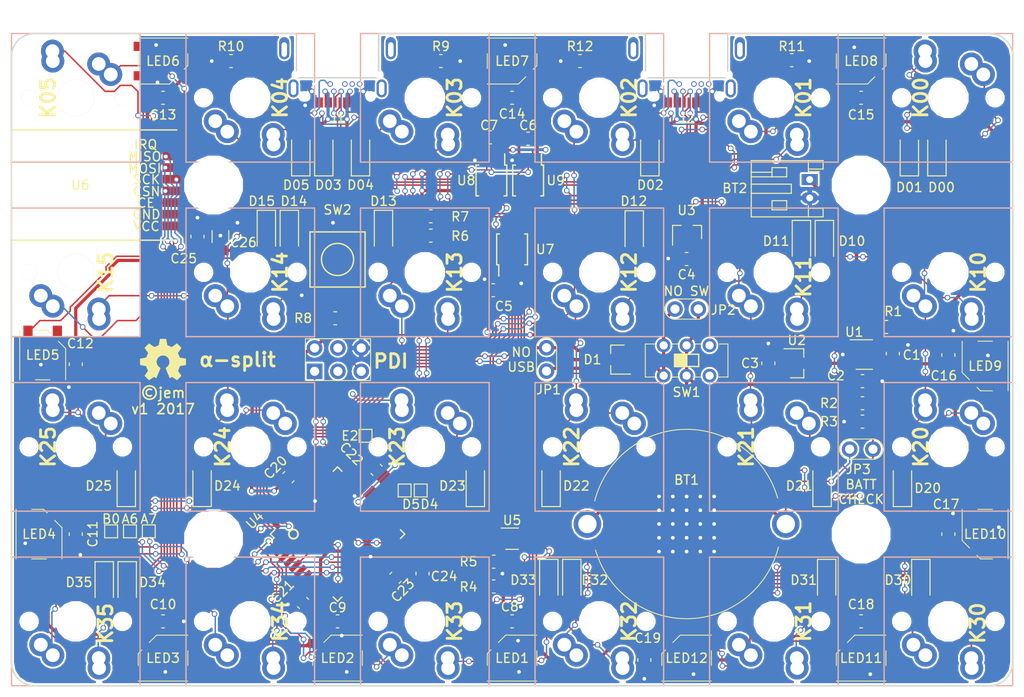
<source format=kicad_pcb>
(kicad_pcb (version 4) (host pcbnew 4.0.7)
  (layers (0 F.Cu signal) (31 B.Cu signal) (34 B.Paste user) (35 F.Paste user) (36 B.SilkS user) (37 F.SilkS user) (38 B.Mask user) (39 F.Mask user) (44 Edge.Cuts user))
  (net 0 "")
  (net 1 +5V)
  (net 2 GND)
  (net 3 /BAT_LVL)
  (net 4 VCC)
  (net 5 /ROW0)
  (net 6 /ROW1)
  (net 7 /ROW2)
  (net 8 /ROW3)
  (net 9 /PDI)
  (net 10 /RST)
  (net 11 /D4)
  (net 12 /D5)
  (net 13 /A6)
  (net 14 /A7)
  (net 15 "Net-(LED1-Pad2)")
  (net 16 "Net-(LED1-Pad4)")
  (net 17 "Net-(LED2-Pad2)")
  (net 18 "Net-(LED3-Pad2)")
  (net 19 "Net-(LED4-Pad2)")
  (net 20 "Net-(LED5-Pad2)")
  (net 21 "Net-(LED6-Pad2)")
  (net 22 "Net-(LED7-Pad2)")
  (net 23 "Net-(LED8-Pad2)")
  (net 24 "Net-(LED10-Pad4)")
  (net 25 "Net-(LED10-Pad2)")
  (net 26 "Net-(LED11-Pad2)")
  (net 27 /BAT_PROG)
  (net 28 /VBUS_CHECK)
  (net 29 /SDA)
  (net 30 /SCL)
  (net 31 /COL0)
  (net 32 /COL1)
  (net 33 /COL2)
  (net 34 /COL3)
  (net 35 /COL4)
  (net 36 /COL5)
  (net 37 /UNDER_LED)
  (net 38 /I2C_LEFT)
  (net 39 /I2C_RIGHT)
  (net 40 /USB_OE)
  (net 41 /CSN)
  (net 42 /MOSI)
  (net 43 /MISO)
  (net 44 /SCK)
  (net 45 /D-)
  (net 46 /D+)
  (net 47 /CE)
  (net 48 /IRQ)
  (net 49 +BATT)
  (net 50 /BAT_STAT)
  (net 51 "Net-(U9-Pad8)")
  (net 52 "Net-(U9-Pad9)")
  (net 53 /BATT_IN)
  (net 54 /BAT_LI_ION)
  (net 55 "Net-(SW1-Pad6)")
  (net 56 "Net-(SW1-Pad3)")
  (net 57 +3V3)
  (net 58 "Net-(J3-Pad3)")
  (net 59 "Net-(J3-Pad4)")
  (net 60 "Net-(LED12-Pad2)")
  (net 61 /E2)
  (net 62 /B0)
  (net 63 "Net-(D00-Pad2)")
  (net 64 "Net-(D01-Pad2)")
  (net 65 "Net-(D02-Pad2)")
  (net 66 "Net-(D03-Pad2)")
  (net 67 "Net-(D04-Pad2)")
  (net 68 "Net-(D05-Pad2)")
  (net 69 "Net-(D10-Pad2)")
  (net 70 "Net-(D11-Pad2)")
  (net 71 "Net-(D12-Pad2)")
  (net 72 "Net-(D13-Pad2)")
  (net 73 "Net-(D14-Pad2)")
  (net 74 "Net-(D15-Pad2)")
  (net 75 "Net-(D20-Pad2)")
  (net 76 "Net-(D21-Pad2)")
  (net 77 "Net-(D22-Pad2)")
  (net 78 "Net-(D23-Pad2)")
  (net 79 "Net-(D24-Pad2)")
  (net 80 "Net-(D25-Pad2)")
  (net 81 "Net-(D30-Pad2)")
  (net 82 "Net-(D31-Pad2)")
  (net 83 "Net-(D32-Pad2)")
  (net 84 "Net-(D33-Pad2)")
  (net 85 "Net-(D34-Pad2)")
  (net 86 "Net-(D35-Pad2)")
  (net 87 "Net-(U8-Pad8)")
  (net 88 "Net-(U8-Pad9)")
  (net 89 "Net-(J1-PadA5)")
  (net 90 "Net-(J1-PadB5)")
  (net 91 "Net-(J2-PadA5)")
  (net 92 "Net-(J2-PadB5)")
  (net 93 "Net-(J1-PadA2)")
  (net 94 "Net-(J1-PadA3)")
  (net 95 "Net-(J1-PadA8)")
  (net 96 "Net-(J1-PadA10)")
  (net 97 "Net-(J1-PadA11)")
  (net 98 "Net-(J1-PadB11)")
  (net 99 "Net-(J1-PadB8)")
  (net 100 "Net-(J1-PadB10)")
  (net 101 "Net-(J2-PadA2)")
  (net 102 "Net-(J2-PadA3)")
  (net 103 "Net-(J2-PadA8)")
  (net 104 "Net-(J2-PadA10)")
  (net 105 "Net-(J2-PadA11)")
  (net 106 "Net-(J2-PadB11)")
  (net 107 "Net-(J2-PadB8)")
  (net 108 "Net-(J2-PadB10)")
  (net 109 /USB_L_D+)
  (net 110 /USB_L_D-)
  (net 111 /USB_R_D+)
  (net 112 /USB_R_D-)
  (module StitchVia_2x2_0.3mm (layer F.Cu) (at 76.5 56.4)
    (fp_text reference REF** hide)
    (fp_text value StitchVia_0.3mm hide)
    (pad 1 thru_hole circle (at 0 0) (size 0.6 0.6) (drill 0.4) (layers *.Cu) (net 2 GND))
  )
  (module StitchVia_2x2_0.3mm (layer F.Cu) (at 75 56.4)
    (fp_text reference REF** hide)
    (fp_text value StitchVia_0.3mm hide)
    (pad 1 thru_hole circle (at 0 0) (size 0.6 0.6) (drill 0.4) (layers *.Cu) (net 2 GND))
  )
  (module StitchVia_2x2_0.3mm (layer F.Cu) (at 73.5 56.4)
    (fp_text reference REF** hide)
    (fp_text value StitchVia_0.3mm hide)
    (pad 1 thru_hole circle (at 0 0) (size 0.6 0.6) (drill 0.4) (layers *.Cu) (net 2 GND))
  )
  (module StitchVia_2x2_0.3mm (layer F.Cu) (at 72 56.4)
    (fp_text reference REF** hide)
    (fp_text value StitchVia_0.3mm hide)
    (pad 1 thru_hole circle (at 0 0) (size 0.6 0.6) (drill 0.4) (layers *.Cu) (net 2 GND))
  )
  (module StitchVia_2x2_0.3mm (layer F.Cu) (at 70.5 56.4)
    (fp_text reference REF** hide)
    (fp_text value StitchVia_0.3mm hide)
    (pad 1 thru_hole circle (at 0 0) (size 0.6 0.6) (drill 0.4) (layers *.Cu) (net 2 GND))
  )
  (module StitchVia_2x2_0.3mm (layer F.Cu) (at 76.5 54.9)
    (fp_text reference REF** hide)
    (fp_text value StitchVia_0.3mm hide)
    (pad 1 thru_hole circle (at 0 0) (size 0.6 0.6) (drill 0.4) (layers *.Cu) (net 2 GND))
  )
  (module StitchVia_2x2_0.3mm (layer F.Cu) (at 75 54.9)
    (fp_text reference REF** hide)
    (fp_text value StitchVia_0.3mm hide)
    (pad 1 thru_hole circle (at 0 0) (size 0.6 0.6) (drill 0.4) (layers *.Cu) (net 2 GND))
  )
  (module StitchVia_2x2_0.3mm (layer F.Cu) (at 73.5 54.9)
    (fp_text reference REF** hide)
    (fp_text value StitchVia_0.3mm hide)
    (pad 1 thru_hole circle (at 0 0) (size 0.6 0.6) (drill 0.4) (layers *.Cu) (net 2 GND))
  )
  (module StitchVia_2x2_0.3mm (layer F.Cu) (at 72 54.9)
    (fp_text reference REF** hide)
    (fp_text value StitchVia_0.3mm hide)
    (pad 1 thru_hole circle (at 0 0) (size 0.6 0.6) (drill 0.4) (layers *.Cu) (net 2 GND))
  )
  (module StitchVia_2x2_0.3mm (layer F.Cu) (at 70.5 54.9)
    (fp_text reference REF** hide)
    (fp_text value StitchVia_0.3mm hide)
    (pad 1 thru_hole circle (at 0 0) (size 0.6 0.6) (drill 0.4) (layers *.Cu) (net 2 GND))
  )
  (module StitchVia_2x2_0.3mm (layer F.Cu) (at 76.5 53.4)
    (fp_text reference REF** hide)
    (fp_text value StitchVia_0.3mm hide)
    (pad 1 thru_hole circle (at 0 0) (size 0.6 0.6) (drill 0.4) (layers *.Cu) (net 2 GND))
  )
  (module StitchVia_2x2_0.3mm (layer F.Cu) (at 75 53.4)
    (fp_text reference REF** hide)
    (fp_text value StitchVia_0.3mm hide)
    (pad 1 thru_hole circle (at 0 0) (size 0.6 0.6) (drill 0.4) (layers *.Cu) (net 2 GND))
  )
  (module StitchVia_2x2_0.3mm (layer F.Cu) (at 73.5 53.4)
    (fp_text reference REF** hide)
    (fp_text value StitchVia_0.3mm hide)
    (pad 1 thru_hole circle (at 0 0) (size 0.6 0.6) (drill 0.4) (layers *.Cu) (net 2 GND))
  )
  (module StitchVia_2x2_0.3mm (layer F.Cu) (at 72 53.4)
    (fp_text reference REF** hide)
    (fp_text value StitchVia_0.3mm hide)
    (pad 1 thru_hole circle (at 0 0) (size 0.6 0.6) (drill 0.4) (layers *.Cu) (net 2 GND))
  )
  (module StitchVia_2x2_0.3mm (layer F.Cu) (at 70.5 53.4)
    (fp_text reference REF** hide)
    (fp_text value StitchVia_0.3mm hide)
    (pad 1 thru_hole circle (at 0 0) (size 0.6 0.6) (drill 0.4) (layers *.Cu) (net 2 GND))
  )
  (module StitchVia_2x2_0.3mm (layer F.Cu) (at 76.5 51.9)
    (fp_text reference REF** hide)
    (fp_text value StitchVia_0.3mm hide)
    (pad 1 thru_hole circle (at 0 0) (size 0.6 0.6) (drill 0.4) (layers *.Cu) (net 2 GND))
  )
  (module StitchVia_2x2_0.3mm (layer F.Cu) (at 75 51.9)
    (fp_text reference REF** hide)
    (fp_text value StitchVia_0.3mm hide)
    (pad 1 thru_hole circle (at 0 0) (size 0.6 0.6) (drill 0.4) (layers *.Cu) (net 2 GND))
  )
  (module StitchVia_2x2_0.3mm (layer F.Cu) (at 73.5 51.9)
    (fp_text reference REF** hide)
    (fp_text value StitchVia_0.3mm hide)
    (pad 1 thru_hole circle (at 0 0) (size 0.6 0.6) (drill 0.4) (layers *.Cu) (net 2 GND))
  )
  (module StitchVia_2x2_0.3mm (layer F.Cu) (at 72 51.9)
    (fp_text reference REF** hide)
    (fp_text value StitchVia_0.3mm hide)
    (pad 1 thru_hole circle (at 0 0) (size 0.6 0.6) (drill 0.4) (layers *.Cu) (net 2 GND))
  )
  (module StitchVia_2x2_0.3mm (layer F.Cu) (at 70.5 51.9)
    (fp_text reference REF** hide)
    (fp_text value StitchVia_0.3mm hide)
    (pad 1 thru_hole circle (at 0 0) (size 0.6 0.6) (drill 0.4) (layers *.Cu) (net 2 GND))
  )
  (module StitchVia_2x2_0.3mm (layer F.Cu) (at 76.5 50.4)
    (fp_text reference REF** hide)
    (fp_text value StitchVia_0.3mm hide)
    (pad 1 thru_hole circle (at 0 0) (size 0.6 0.6) (drill 0.4) (layers *.Cu) (net 2 GND))
  )
  (module StitchVia_2x2_0.3mm (layer F.Cu) (at 75 50.4)
    (fp_text reference REF** hide)
    (fp_text value StitchVia_0.3mm hide)
    (pad 1 thru_hole circle (at 0 0) (size 0.6 0.6) (drill 0.4) (layers *.Cu) (net 2 GND))
  )
  (module StitchVia_2x2_0.3mm (layer F.Cu) (at 73.5 50.4)
    (fp_text reference REF** hide)
    (fp_text value StitchVia_0.3mm hide)
    (pad 1 thru_hole circle (at 0 0) (size 0.6 0.6) (drill 0.4) (layers *.Cu) (net 2 GND))
  )
  (module StitchVia_2x2_0.3mm (layer F.Cu) (at 72 50.4)
    (fp_text reference REF** hide)
    (fp_text value StitchVia_0.3mm hide)
    (pad 1 thru_hole circle (at 0 0) (size 0.6 0.6) (drill 0.4) (layers *.Cu) (net 2 GND))
  )
  (module StitchVia_2x2_0.3mm (layer F.Cu) (at 70.5 50.4)
    (fp_text reference REF** hide)
    (fp_text value StitchVia_0.3mm hide)
    (pad 1 thru_hole circle (at 0 0) (size 0.6 0.6) (drill 0.4) (layers *.Cu) (net 2 GND))
  )
  (module conn_usb:USB_TypeC_DX07B024XJ1 (layer F.Cu) (at 73.5 6.85 180)
    (fp_text reference J2 (at 0.01 -2.4 180) (layer F.SilkS))
    (fp_text value USB_C_Receptacle)
    (pad "" np_thru_hole circle (at 4.475 2.35 180) (size 0.7 0.7) (drill 0.7) (layers *.Cu *.Mask))
    (pad S1 thru_hole oval (at 5.8 5.1 180) (size 1.1 2.4) (drill oval 0.6 1.6 (offset 0 0.15)) (layers *.Cu *.Mask))
    (pad S1 thru_hole oval (at 4.8 0.875 180) (size 1.1 1.95) (drill oval 0.6 1.45) (layers *.Cu *.Mask))
    (pad S1 thru_hole oval (at -5.8 5.1 180) (size 1.1 2.4) (drill oval 0.6 1.6 (offset 0 0.15)) (layers *.Cu *.Mask))
    (pad S1 thru_hole oval (at -4.8 0.875 180) (size 1.1 1.95) (drill oval 0.6 1.45) (layers *.Cu *.Mask))
    (pad "" np_thru_hole circle (at 2.4 1.35 180) (size 0.35 0.35) (drill 0.35) (layers *.Cu))
    (pad "" np_thru_hole oval (at 3.6 0 180) (size 0.95 0.75) (drill oval 0.95 0.75) (layers *.Cu *.Mask))
    (pad A1 smd rect (at -2.75 -0.66 180) (size 0.3 1.1) (layers F.Cu F.Paste F.Mask) (net 2 GND))
    (pad B1 thru_hole circle (at 2.8 0.55 180) (size 0.6 0.6) (drill 0.4) (layers *.Cu *.Mask) (net 2 GND))
    (pad "" np_thru_hole circle (at -3.6 0 180) (size 0.75 0.75) (drill 0.75) (layers *.Cu *.Mask))
    (pad A2 smd rect (at -2.25 -0.66 180) (size 0.3 1.1) (layers F.Cu F.Paste F.Mask) (net 101 "Net-(J2-PadA2)"))
    (pad A3 smd rect (at -1.75 -0.66 180) (size 0.3 1.1) (layers F.Cu F.Paste F.Mask) (net 102 "Net-(J2-PadA3)"))
    (pad A4 smd rect (at -1.25 -0.66 180) (size 0.3 1.1) (layers F.Cu F.Paste F.Mask) (net 1 +5V))
    (pad A5 smd rect (at -0.75 -0.66 180) (size 0.3 1.1) (layers F.Cu F.Paste F.Mask) (net 91 "Net-(J2-PadA5)"))
    (pad A6 smd rect (at -0.25 -0.66 180) (size 0.3 1.1) (layers F.Cu F.Paste F.Mask) (net 111 /USB_R_D+))
    (pad A7 smd rect (at 0.25 -0.66 180) (size 0.3 1.1) (layers F.Cu F.Paste F.Mask) (net 112 /USB_R_D-))
    (pad A8 smd rect (at 0.75 -0.66 180) (size 0.3 1.1) (layers F.Cu F.Paste F.Mask) (net 103 "Net-(J2-PadA8)"))
    (pad A9 smd rect (at 1.25 -0.66 180) (size 0.3 1.1) (layers F.Cu F.Paste F.Mask) (net 1 +5V))
    (pad A10 smd rect (at 1.75 -0.66 180) (size 0.3 1.1) (layers F.Cu F.Paste F.Mask) (net 104 "Net-(J2-PadA10)"))
    (pad A11 smd rect (at 2.25 -0.66 180) (size 0.3 1.1) (layers F.Cu F.Paste F.Mask) (net 105 "Net-(J2-PadA11)"))
    (pad A12 smd rect (at 2.75 -0.66 180) (size 0.3 1.1) (layers F.Cu F.Paste F.Mask) (net 2 GND))
    (pad "" np_thru_hole circle (at 1.6 1.35 180) (size 0.35 0.35) (drill 0.35) (layers *.Cu))
    (pad B5 thru_hole circle (at 0.8 1.35 180) (size 0.6 0.6) (drill 0.4) (layers *.Cu *.Mask) (net 92 "Net-(J2-PadB5)"))
    (pad B7 thru_hole circle (at -0.4 0.55 180) (size 0.6 0.6) (drill 0.4) (layers *.Cu *.Mask) (net 112 /USB_R_D-))
    (pad B9 thru_hole circle (at -1.35 0.55 180) (size 0.6 0.6) (drill 0.4) (layers *.Cu *.Mask) (net 1 +5V))
    (pad B11 thru_hole circle (at -2.4 1.35 180) (size 0.6 0.6) (drill 0.4) (layers *.Cu *.Mask) (net 106 "Net-(J2-PadB11)"))
    (pad B4 thru_hole circle (at 1.35 0.55 180) (size 0.6 0.6) (drill 0.4) (layers *.Cu *.Mask) (net 1 +5V))
    (pad B6 thru_hole circle (at 0.4 0.55 180) (size 0.6 0.6) (drill 0.4) (layers *.Cu *.Mask) (net 111 /USB_R_D+))
    (pad B8 thru_hole circle (at -0.8 1.35 180) (size 0.6 0.6) (drill 0.4) (layers *.Cu *.Mask) (net 107 "Net-(J2-PadB8)"))
    (pad B10 thru_hole circle (at -1.6 1.35 180) (size 0.6 0.6) (drill 0.4) (layers *.Cu *.Mask) (net 108 "Net-(J2-PadB10)"))
    (pad B12 thru_hole circle (at -2.8 0.55 180) (size 0.6 0.6) (drill 0.4) (layers *.Cu *.Mask) (net 2 GND))
    (pad "" np_thru_hole circle (at -4.475 2.35 180) (size 0.7 0.7) (drill 0.7) (layers *.Cu *.Mask))
  )
  (module Conn_PinHeader_2.54mm:PinHeader_2x03_P2.54mm_Vertical (layer F.Cu) (at 33 36.775 90)
    (fp_text reference J3)
    (fp_text value PDI)
    (pad 1 thru_hole rect (at 0 0 90) (size 1.7 1.7) (drill 1) (layers *.Cu *.Mask) (net 9 /PDI))
    (pad 2 thru_hole oval (at 2.54 0 90) (size 1.7 1.7) (drill 1) (layers *.Cu *.Mask) (net 4 VCC))
    (pad 3 thru_hole oval (at 0 2.54 90) (size 1.7 1.7) (drill 1) (layers *.Cu *.Mask) (net 58 "Net-(J3-Pad3)"))
    (pad 4 thru_hole oval (at 2.54 2.54 90) (size 1.7 1.7) (drill 1) (layers *.Cu *.Mask) (net 59 "Net-(J3-Pad4)"))
    (pad 5 thru_hole oval (at 0 5.08 90) (size 1.7 1.7) (drill 1) (layers *.Cu *.Mask) (net 10 /RST))
    (pad 6 thru_hole oval (at 2.54 5.08 90) (size 1.7 1.7) (drill 1) (layers *.Cu *.Mask) (net 2 GND))
  )
  (module Package_QFP:TQFP-44_10x10mm_P0.8mm (layer F.Cu) (at 35.5 54.5 45)
    (fp_text reference U4 (at -5.303301 -7.424621 45) (layer F.SilkS))
    (fp_text value ATXMEGA-A4U-EPAD)
    (pad 1 smd rect (at -5.7 -4 45) (size 1.5 0.55) (layers F.Cu F.Paste F.Mask) (net 36 /COL5))
    (pad 2 smd rect (at -5.7 -3.2 45) (size 1.5 0.55) (layers F.Cu F.Paste F.Mask) (net 13 /A6))
    (pad 3 smd rect (at -5.7 -2.4 45) (size 1.5 0.55) (layers F.Cu F.Paste F.Mask) (net 14 /A7))
    (pad 4 smd rect (at -5.7 -1.6 45) (size 1.5 0.55) (layers F.Cu F.Paste F.Mask) (net 62 /B0))
    (pad 5 smd rect (at -5.7 -0.8 45) (size 1.5 0.55) (layers F.Cu F.Paste F.Mask) (net 3 /BAT_LVL))
    (pad 6 smd rect (at -5.7 0 45) (size 1.5 0.55) (layers F.Cu F.Paste F.Mask) (net 47 /CE))
    (pad 7 smd rect (at -5.7 0.8 45) (size 1.5 0.55) (layers F.Cu F.Paste F.Mask) (net 48 /IRQ))
    (pad 8 smd rect (at -5.7 1.6 45) (size 1.5 0.55) (layers F.Cu F.Paste F.Mask) (net 2 GND))
    (pad 9 smd rect (at -5.7 2.4 45) (size 1.5 0.55) (layers F.Cu F.Paste F.Mask) (net 4 VCC))
    (pad 10 smd rect (at -5.7 3.2 45) (size 1.5 0.55) (layers F.Cu F.Paste F.Mask) (net 37 /UNDER_LED))
    (pad 11 smd rect (at -5.7 4 45) (size 1.5 0.55) (layers F.Cu F.Paste F.Mask) (net 28 /VBUS_CHECK))
    (pad 12 smd rect (at -4 5.7 135) (size 1.5 0.55) (layers F.Cu F.Paste F.Mask) (net 27 /BAT_PROG))
    (pad 13 smd rect (at -3.2 5.7 135) (size 1.5 0.55) (layers F.Cu F.Paste F.Mask) (net 50 /BAT_STAT))
    (pad 14 smd rect (at -2.4 5.7 135) (size 1.5 0.55) (layers F.Cu F.Paste F.Mask) (net 41 /CSN))
    (pad 15 smd rect (at -1.6 5.7 135) (size 1.5 0.55) (layers F.Cu F.Paste F.Mask) (net 42 /MOSI))
    (pad 16 smd rect (at -0.8 5.7 135) (size 1.5 0.55) (layers F.Cu F.Paste F.Mask) (net 43 /MISO))
    (pad 17 smd rect (at 0 5.7 135) (size 1.5 0.55) (layers F.Cu F.Paste F.Mask) (net 44 /SCK))
    (pad 18 smd rect (at 0.8 5.7 135) (size 1.5 0.55) (layers F.Cu F.Paste F.Mask) (net 2 GND))
    (pad 19 smd rect (at 1.6 5.7 135) (size 1.5 0.55) (layers F.Cu F.Paste F.Mask) (net 4 VCC))
    (pad 20 smd rect (at 2.4 5.7 135) (size 1.5 0.55) (layers F.Cu F.Paste F.Mask) (net 8 /ROW3))
    (pad 21 smd rect (at 3.2 5.7 135) (size 1.5 0.55) (layers F.Cu F.Paste F.Mask) (net 7 /ROW2))
    (pad 22 smd rect (at 4 5.7 135) (size 1.5 0.55) (layers F.Cu F.Paste F.Mask) (net 5 /ROW0))
    (pad 23 smd rect (at 5.7 4 45) (size 1.5 0.55) (layers F.Cu F.Paste F.Mask) (net 6 /ROW1))
    (pad 24 smd rect (at 5.7 3.2 45) (size 1.5 0.55) (layers F.Cu F.Paste F.Mask) (net 11 /D4))
    (pad 25 smd rect (at 5.7 2.4 45) (size 1.5 0.55) (layers F.Cu F.Paste F.Mask) (net 12 /D5))
    (pad 26 smd rect (at 5.7 1.6 45) (size 1.5 0.55) (layers F.Cu F.Paste F.Mask) (net 45 /D-))
    (pad 27 smd rect (at 5.7 0.8 45) (size 1.5 0.55) (layers F.Cu F.Paste F.Mask) (net 46 /D+))
    (pad 28 smd rect (at 5.7 0 45) (size 1.5 0.55) (layers F.Cu F.Paste F.Mask) (net 29 /SDA))
    (pad 29 smd rect (at 5.7 -0.8 45) (size 1.5 0.55) (layers F.Cu F.Paste F.Mask) (net 30 /SCL))
    (pad 30 smd rect (at 5.7 -1.6 45) (size 1.5 0.55) (layers F.Cu F.Paste F.Mask) (net 2 GND))
    (pad 31 smd rect (at 5.7 -2.4 45) (size 1.5 0.55) (layers F.Cu F.Paste F.Mask) (net 4 VCC))
    (pad 32 smd rect (at 5.7 -3.2 45) (size 1.5 0.55) (layers F.Cu F.Paste F.Mask) (net 61 /E2))
    (pad 33 smd rect (at 5.7 -4 45) (size 1.5 0.55) (layers F.Cu F.Paste F.Mask) (net 39 /I2C_RIGHT))
    (pad 34 smd rect (at 4 -5.7 135) (size 1.5 0.55) (layers F.Cu F.Paste F.Mask) (net 9 /PDI))
    (pad 35 smd rect (at 3.2 -5.7 135) (size 1.5 0.55) (layers F.Cu F.Paste F.Mask) (net 10 /RST))
    (pad 36 smd rect (at 2.4 -5.7 135) (size 1.5 0.55) (layers F.Cu F.Paste F.Mask) (net 38 /I2C_LEFT))
    (pad 37 smd rect (at 1.6 -5.7 135) (size 1.5 0.55) (layers F.Cu F.Paste F.Mask) (net 40 /USB_OE))
    (pad 38 smd rect (at 0.8 -5.7 135) (size 1.5 0.55) (layers F.Cu F.Paste F.Mask) (net 2 GND))
    (pad 39 smd rect (at 0 -5.7 135) (size 1.5 0.55) (layers F.Cu F.Paste F.Mask) (net 4 VCC))
    (pad 40 smd rect (at -0.8 -5.7 135) (size 1.5 0.55) (layers F.Cu F.Paste F.Mask) (net 33 /COL2))
    (pad 41 smd rect (at -1.6 -5.7 135) (size 1.5 0.55) (layers F.Cu F.Paste F.Mask) (net 32 /COL1))
    (pad 42 smd rect (at -2.4 -5.7 135) (size 1.5 0.55) (layers F.Cu F.Paste F.Mask) (net 31 /COL0))
    (pad 43 smd rect (at -3.2 -5.7 135) (size 1.5 0.55) (layers F.Cu F.Paste F.Mask) (net 34 /COL3))
    (pad 44 smd rect (at -4 -5.7 135) (size 1.5 0.55) (layers F.Cu F.Paste F.Mask) (net 35 /COL4))
  )
  (module Resistor_SMD:R_0805_2012Metric (layer F.Cu) (at 52.5 60.2 180)
    (fp_text reference R4 (at 2.75 -0.05 180) (layer F.SilkS))
    (fp_text value 100k)
    (pad 1 smd rect (at -0.955 0 180) (size 0.97 1.5) (layers F.Cu F.Paste F.Mask) (net 1 +5V))
    (pad 2 smd rect (at 0.955 0 180) (size 0.97 1.5) (layers F.Cu F.Paste F.Mask) (net 28 /VBUS_CHECK))
  )
  (module MountingHole:MountingHole_6mm (layer F.Cu) (at 22 55)
    (fp_text reference "" (at 0 -7) (layer F.SilkS))
    (fp_text value MountingHole_6mm)
    (pad 1 np_thru_hole circle (at 0 0) (size 6 6) (drill 6) (layers *.Cu *.Mask))
  )
  (module MountingHole:MountingHole_6mm (layer F.Cu) (at 22 16.5)
    (fp_text reference "" (at 0 -7) (layer F.SilkS))
    (fp_text value MountingHole_6mm)
    (pad 1 np_thru_hole circle (at 0 0) (size 6 6) (drill 6) (layers *.Cu *.Mask))
  )
  (module Package_TO_SOT_SMD:SOT-353_SC-70-5 (layer F.Cu) (at 54.5 55)
    (fp_text reference U5 (at 0 -2) (layer F.SilkS))
    (fp_text value 74LVC1G34)
    (pad 1 smd rect (at -0.95 -0.65) (size 0.65 0.4) (layers F.Cu F.Paste F.Mask))
    (pad 3 smd rect (at -0.95 0.65) (size 0.65 0.4) (layers F.Cu F.Paste F.Mask) (net 2 GND))
    (pad 2 smd rect (at -0.95 0) (size 0.65 0.4) (layers F.Cu F.Paste F.Mask) (net 37 /UNDER_LED))
    (pad 4 smd rect (at 0.95 0.65) (size 0.65 0.4) (layers F.Cu F.Paste F.Mask) (net 16 "Net-(LED1-Pad4)"))
    (pad 5 smd rect (at 0.95 -0.65) (size 0.65 0.4) (layers F.Cu F.Paste F.Mask) (net 1 +5V))
  )
  (module neopixel:WS2812B (layer F.Cu) (at 54.5 68)
    (fp_text reference LED1 (at 0 0) (layer F.SilkS))
    (fp_text value WS2812B)
    (pad 1 smd rect (at -2.45 -1.6) (size 1.5 1) (layers F.Cu F.Paste F.Mask) (net 1 +5V))
    (pad 4 smd rect (at 2.45 -1.6) (size 1.5 1) (layers F.Cu F.Paste F.Mask) (net 16 "Net-(LED1-Pad4)"))
    (pad 2 smd rect (at -2.45 1.6) (size 1.5 1) (layers F.Cu F.Paste F.Mask) (net 15 "Net-(LED1-Pad2)"))
    (pad 3 smd rect (at 2.45 1.6) (size 1.5 1) (layers F.Cu F.Paste F.Mask) (net 2 GND))
  )
  (module neopixel:WS2812B (layer F.Cu) (at 35.5 68)
    (fp_text reference LED2 (at 0 0) (layer F.SilkS))
    (fp_text value WS2812B)
    (pad 1 smd rect (at -2.45 -1.6) (size 1.5 1) (layers F.Cu F.Paste F.Mask) (net 1 +5V))
    (pad 4 smd rect (at 2.45 -1.6) (size 1.5 1) (layers F.Cu F.Paste F.Mask) (net 15 "Net-(LED1-Pad2)"))
    (pad 2 smd rect (at -2.45 1.6) (size 1.5 1) (layers F.Cu F.Paste F.Mask) (net 17 "Net-(LED2-Pad2)"))
    (pad 3 smd rect (at 2.45 1.6) (size 1.5 1) (layers F.Cu F.Paste F.Mask) (net 2 GND))
  )
  (module neopixel:WS2812B (layer F.Cu) (at 16.5 68)
    (fp_text reference LED3 (at 0 0) (layer F.SilkS))
    (fp_text value WS2812B)
    (pad 1 smd rect (at -2.45 -1.6) (size 1.5 1) (layers F.Cu F.Paste F.Mask) (net 1 +5V))
    (pad 4 smd rect (at 2.45 -1.6) (size 1.5 1) (layers F.Cu F.Paste F.Mask) (net 17 "Net-(LED2-Pad2)"))
    (pad 2 smd rect (at -2.45 1.6) (size 1.5 1) (layers F.Cu F.Paste F.Mask) (net 18 "Net-(LED3-Pad2)"))
    (pad 3 smd rect (at 2.45 1.6) (size 1.5 1) (layers F.Cu F.Paste F.Mask) (net 2 GND))
  )
  (module neopixel:WS2812B (layer F.Cu) (at 3 54.5 270)
    (fp_text reference LED4 (at 0 0 360) (layer F.SilkS))
    (fp_text value WS2812B)
    (pad 1 smd rect (at -2.45 -1.6 270) (size 1.5 1) (layers F.Cu F.Paste F.Mask) (net 1 +5V))
    (pad 4 smd rect (at 2.45 -1.6 270) (size 1.5 1) (layers F.Cu F.Paste F.Mask) (net 18 "Net-(LED3-Pad2)"))
    (pad 2 smd rect (at -2.45 1.6 270) (size 1.5 1) (layers F.Cu F.Paste F.Mask) (net 19 "Net-(LED4-Pad2)"))
    (pad 3 smd rect (at 2.45 1.6 270) (size 1.5 1) (layers F.Cu F.Paste F.Mask) (net 2 GND))
  )
  (module neopixel:WS2812B (layer F.Cu) (at 3.4 35 270)
    (fp_text reference LED5 (at 0 0 360) (layer F.SilkS))
    (fp_text value WS2812B)
    (pad 1 smd rect (at -2.45 -1.6 270) (size 1.5 1) (layers F.Cu F.Paste F.Mask) (net 1 +5V))
    (pad 4 smd rect (at 2.45 -1.6 270) (size 1.5 1) (layers F.Cu F.Paste F.Mask) (net 19 "Net-(LED4-Pad2)"))
    (pad 2 smd rect (at -2.45 1.6 270) (size 1.5 1) (layers F.Cu F.Paste F.Mask) (net 20 "Net-(LED5-Pad2)"))
    (pad 3 smd rect (at 2.45 1.6 270) (size 1.5 1) (layers F.Cu F.Paste F.Mask) (net 2 GND))
  )
  (module neopixel:WS2812B (layer F.Cu) (at 16.5 3 180)
    (fp_text reference LED6 (at 0 0 180) (layer F.SilkS))
    (fp_text value WS2812B)
    (pad 1 smd rect (at -2.45 -1.6 180) (size 1.5 1) (layers F.Cu F.Paste F.Mask) (net 1 +5V))
    (pad 4 smd rect (at 2.45 -1.6 180) (size 1.5 1) (layers F.Cu F.Paste F.Mask) (net 20 "Net-(LED5-Pad2)"))
    (pad 2 smd rect (at -2.45 1.6 180) (size 1.5 1) (layers F.Cu F.Paste F.Mask) (net 21 "Net-(LED6-Pad2)"))
    (pad 3 smd rect (at 2.45 1.6 180) (size 1.5 1) (layers F.Cu F.Paste F.Mask) (net 2 GND))
  )
  (module neopixel:WS2812B (layer F.Cu) (at 54.5 3 180)
    (fp_text reference LED7 (at 0 0 180) (layer F.SilkS))
    (fp_text value WS2812B)
    (pad 1 smd rect (at -2.45 -1.6 180) (size 1.5 1) (layers F.Cu F.Paste F.Mask) (net 1 +5V))
    (pad 4 smd rect (at 2.45 -1.6 180) (size 1.5 1) (layers F.Cu F.Paste F.Mask) (net 21 "Net-(LED6-Pad2)"))
    (pad 2 smd rect (at -2.45 1.6 180) (size 1.5 1) (layers F.Cu F.Paste F.Mask) (net 22 "Net-(LED7-Pad2)"))
    (pad 3 smd rect (at 2.45 1.6 180) (size 1.5 1) (layers F.Cu F.Paste F.Mask) (net 2 GND))
  )
  (module neopixel:WS2812B (layer F.Cu) (at 92.5 3 180)
    (fp_text reference LED8 (at 0 0 180) (layer F.SilkS))
    (fp_text value WS2812B)
    (pad 1 smd rect (at -2.45 -1.6 180) (size 1.5 1) (layers F.Cu F.Paste F.Mask) (net 1 +5V))
    (pad 4 smd rect (at 2.45 -1.6 180) (size 1.5 1) (layers F.Cu F.Paste F.Mask) (net 22 "Net-(LED7-Pad2)"))
    (pad 2 smd rect (at -2.45 1.6 180) (size 1.5 1) (layers F.Cu F.Paste F.Mask) (net 23 "Net-(LED8-Pad2)"))
    (pad 3 smd rect (at 2.45 1.6 180) (size 1.5 1) (layers F.Cu F.Paste F.Mask) (net 2 GND))
  )
  (module neopixel:WS2812B (layer F.Cu) (at 106 36.2 90)
    (fp_text reference LED9 (at 0 0 360) (layer F.SilkS))
    (fp_text value WS2812B)
    (pad 1 smd rect (at -2.45 -1.6 90) (size 1.5 1) (layers F.Cu F.Paste F.Mask) (net 1 +5V))
    (pad 4 smd rect (at 2.45 -1.6 90) (size 1.5 1) (layers F.Cu F.Paste F.Mask) (net 23 "Net-(LED8-Pad2)"))
    (pad 2 smd rect (at -2.45 1.6 90) (size 1.5 1) (layers F.Cu F.Paste F.Mask) (net 24 "Net-(LED10-Pad4)"))
    (pad 3 smd rect (at 2.45 1.6 90) (size 1.5 1) (layers F.Cu F.Paste F.Mask) (net 2 GND))
  )
  (module neopixel:WS2812B (layer F.Cu) (at 106 54.5 90)
    (fp_text reference LED10 (at 0 0 180) (layer F.SilkS))
    (fp_text value WS2812B)
    (pad 1 smd rect (at -2.45 -1.6 90) (size 1.5 1) (layers F.Cu F.Paste F.Mask) (net 1 +5V))
    (pad 4 smd rect (at 2.45 -1.6 90) (size 1.5 1) (layers F.Cu F.Paste F.Mask) (net 24 "Net-(LED10-Pad4)"))
    (pad 2 smd rect (at -2.45 1.6 90) (size 1.5 1) (layers F.Cu F.Paste F.Mask) (net 25 "Net-(LED10-Pad2)"))
    (pad 3 smd rect (at 2.45 1.6 90) (size 1.5 1) (layers F.Cu F.Paste F.Mask) (net 2 GND))
  )
  (module neopixel:WS2812B (layer F.Cu) (at 92.5 68)
    (fp_text reference LED11 (at 0 0) (layer F.SilkS))
    (fp_text value WS2812B)
    (pad 1 smd rect (at -2.45 -1.6) (size 1.5 1) (layers F.Cu F.Paste F.Mask) (net 1 +5V))
    (pad 4 smd rect (at 2.45 -1.6) (size 1.5 1) (layers F.Cu F.Paste F.Mask) (net 25 "Net-(LED10-Pad2)"))
    (pad 2 smd rect (at -2.45 1.6) (size 1.5 1) (layers F.Cu F.Paste F.Mask) (net 26 "Net-(LED11-Pad2)"))
    (pad 3 smd rect (at 2.45 1.6) (size 1.5 1) (layers F.Cu F.Paste F.Mask) (net 2 GND))
  )
  (module neopixel:WS2812B (layer F.Cu) (at 73.5 68)
    (fp_text reference LED12 (at 0 0) (layer F.SilkS))
    (fp_text value WS2812B)
    (pad 1 smd rect (at -2.45 -1.6) (size 1.5 1) (layers F.Cu F.Paste F.Mask) (net 1 +5V))
    (pad 4 smd rect (at 2.45 -1.6) (size 1.5 1) (layers F.Cu F.Paste F.Mask) (net 26 "Net-(LED11-Pad2)"))
    (pad 2 smd rect (at -2.45 1.6) (size 1.5 1) (layers F.Cu F.Paste F.Mask) (net 60 "Net-(LED12-Pad2)"))
    (pad 3 smd rect (at 2.45 1.6) (size 1.5 1) (layers F.Cu F.Paste F.Mask) (net 2 GND))
  )
  (module Package_TO_SOT_SMD:SOT-23 (layer F.Cu) (at 66 35.5 180)
    (fp_text reference D1 (at 2.75 0 180) (layer F.SilkS))
    (fp_text value D_Schottky_x2_KCom_AAK)
    (pad 1 smd rect (at -1 -0.95 180) (size 0.9 0.8) (layers F.Cu F.Paste F.Mask) (net 49 +BATT))
    (pad 2 smd rect (at -1 0.95 180) (size 0.9 0.8) (layers F.Cu F.Paste F.Mask) (net 57 +3V3))
    (pad 3 smd rect (at 1 0 180) (size 0.9 0.8) (layers F.Cu F.Paste F.Mask) (net 4 VCC))
  )
  (module Package_TO_SOT_SMD:SOT-23-5 (layer F.Cu) (at 92.85 34.95)
    (fp_text reference U1 (at -1.1 -2.45) (layer F.SilkS))
    (fp_text value MCP73831)
    (pad 1 smd rect (at -1.1 -0.95) (size 1.06 0.65) (layers F.Cu F.Paste F.Mask) (net 50 /BAT_STAT))
    (pad 2 smd rect (at -1.1 0) (size 1.06 0.65) (layers F.Cu F.Paste F.Mask) (net 2 GND))
    (pad 3 smd rect (at -1.1 0.95) (size 1.06 0.65) (layers F.Cu F.Paste F.Mask) (net 54 /BAT_LI_ION))
    (pad 4 smd rect (at 1.1 0.95) (size 1.06 0.65) (layers F.Cu F.Paste F.Mask) (net 1 +5V))
    (pad 5 smd rect (at 1.1 -0.95) (size 1.06 0.65) (layers F.Cu F.Paste F.Mask) (net 27 /BAT_PROG))
  )
  (module Package_TO_SOT_SMD:SOT-23 (layer F.Cu) (at 85.5 35.9)
    (fp_text reference U2 (at 0 -2.5) (layer F.SilkS))
    (fp_text value "MCP1700 (3.0V)")
    (pad 1 smd rect (at -1 -0.95) (size 0.9 0.8) (layers F.Cu F.Paste F.Mask) (net 2 GND))
    (pad 2 smd rect (at -1 0.95) (size 0.9 0.8) (layers F.Cu F.Paste F.Mask) (net 53 /BATT_IN))
    (pad 3 smd rect (at 1 0) (size 0.9 0.8) (layers F.Cu F.Paste F.Mask) (net 54 /BAT_LI_ION))
  )
  (module Package_TO_SOT_SMD:SOT-23 (layer F.Cu) (at 73.55 21.65 90)
    (fp_text reference U3 (at 2.4 -0.05 180) (layer F.SilkS))
    (fp_text value "MCP1700 (3.3V)")
    (pad 1 smd rect (at -1 -0.95 90) (size 0.9 0.8) (layers F.Cu F.Paste F.Mask) (net 2 GND))
    (pad 2 smd rect (at -1 0.95 90) (size 0.9 0.8) (layers F.Cu F.Paste F.Mask) (net 57 +3V3))
    (pad 3 smd rect (at 1 0 90) (size 0.9 0.8) (layers F.Cu F.Paste F.Mask) (net 1 +5V))
  )
  (module nordic:NRF24L01-Module-SMD (layer F.Cu) (at 17 16.5)
    (fp_text reference U6 (at -9.5 0) (layer F.SilkS))
    (fp_text value nRF24L01_module)
    (fp_text user IRQ (at -2.4 -4.4) (layer F.SilkS))
    (fp_text user MISO (at -2.5 -3.1) (layer F.SilkS))
    (fp_text user MOSI (at -2.5 -1.8) (layer F.SilkS))
    (fp_text user SCK (at -2.3 -0.6) (layer F.SilkS))
    (fp_text user CSN (at -2.3 0.7) (layer F.SilkS))
    (fp_text user CE (at -2.35 1.95) (layer F.SilkS))
    (fp_text user GND (at -2.3 3.2) (layer F.SilkS))
    (fp_text user VCC (at -2.3 4.5) (layer F.SilkS))
    (pad 8 smd rect (at 0 -4.445) (size 2 0.95) (drill (offset 0.45 0)) (layers F.Cu F.Paste F.Mask) (net 48 /IRQ))
    (pad 7 smd rect (at 0 -3.175) (size 2 0.95) (drill (offset 0.45 0)) (layers F.Cu F.Paste F.Mask) (net 43 /MISO))
    (pad 6 smd rect (at 0 -1.905) (size 2 0.95) (drill (offset 0.45 0)) (layers F.Cu F.Paste F.Mask) (net 42 /MOSI))
    (pad 5 smd rect (at 0 -0.635) (size 2 0.95) (drill (offset 0.45 0)) (layers F.Cu F.Paste F.Mask) (net 44 /SCK))
    (pad 4 smd rect (at 0 0.635) (size 2 0.95) (drill (offset 0.45 0)) (layers F.Cu F.Paste F.Mask) (net 41 /CSN))
    (pad 3 smd rect (at 0 1.905) (size 2 0.95) (drill (offset 0.45 0)) (layers F.Cu F.Paste F.Mask) (net 47 /CE))
    (pad 2 smd rect (at 0 3.175) (size 2 0.95) (drill (offset 0.45 0)) (layers F.Cu F.Paste F.Mask) (net 2 GND))
    (pad 1 smd rect (at 0 4.445) (size 2 0.95) (drill (offset 0.45 0)) (layers F.Cu F.Paste F.Mask) (net 4 VCC))
  )
  (module Conn_JST:JST_PH_S2B-PH-K_1x02_P2.00mm_Horizontal (layer F.Cu) (at 86.9 15.9 270)
    (fp_text reference BT2 (at 0.95 8.15 360) (layer F.SilkS))
    (fp_text value Battery_Cell)
    (pad 1 thru_hole rect (at 0 0 270) (size 1.2 1.75) (drill 0.75) (layers *.Cu *.Mask) (net 54 /BAT_LI_ION))
    (pad 2 thru_hole oval (at 2 0 270) (size 1.2 1.75) (drill 0.75) (layers *.Cu *.Mask) (net 2 GND))
  )
  (module Package_SSOP:MSOP-10_3x3mm_P0.5mm (layer F.Cu) (at 54.5 23.5 90)
    (fp_text reference U7 (at 0 3.6 180) (layer F.SilkS))
    (fp_text value FSUSB42)
    (pad 1 smd rect (at -2.2 -1 90) (size 1.4 0.3) (layers F.Cu F.Paste F.Mask) (net 57 +3V3))
    (pad 2 smd rect (at -2.2 -0.5 90) (size 1.4 0.3) (layers F.Cu F.Paste F.Mask) (net 38 /I2C_LEFT))
    (pad 3 smd rect (at -2.2 0 90) (size 1.4 0.3) (layers F.Cu F.Paste F.Mask) (net 46 /D+))
    (pad 4 smd rect (at -2.2 0.5 90) (size 1.4 0.3) (layers F.Cu F.Paste F.Mask) (net 45 /D-))
    (pad 5 smd rect (at -2.2 1 90) (size 1.4 0.3) (layers F.Cu F.Paste F.Mask) (net 2 GND))
    (pad 6 smd rect (at 2.2 1 90) (size 1.4 0.3) (layers F.Cu F.Paste F.Mask) (net 112 /USB_R_D-))
    (pad 7 smd rect (at 2.2 0.5 90) (size 1.4 0.3) (layers F.Cu F.Paste F.Mask) (net 111 /USB_R_D+))
    (pad 8 smd rect (at 2.2 0 90) (size 1.4 0.3) (layers F.Cu F.Paste F.Mask) (net 110 /USB_L_D-))
    (pad 9 smd rect (at 2.2 -0.5 90) (size 1.4 0.3) (layers F.Cu F.Paste F.Mask) (net 109 /USB_L_D+))
    (pad 10 smd rect (at 2.2 -1 90) (size 1.4 0.3) (layers F.Cu F.Paste F.Mask) (net 40 /USB_OE))
  )
  (module Capacitor_SMD:C_0805_2012Metric (layer F.Cu) (at 95.95 34.85 90)
    (fp_text reference C1 (at -0.15 2.05 180) (layer F.SilkS))
    (fp_text value 4.7uF)
    (pad 1 smd rect (at -0.955 0 90) (size 0.97 1.5) (layers F.Cu F.Paste F.Mask) (net 1 +5V))
    (pad 2 smd rect (at 0.955 0 90) (size 0.97 1.5) (layers F.Cu F.Paste F.Mask) (net 2 GND))
  )
  (module Capacitor_SMD:C_0805_2012Metric (layer F.Cu) (at 92.65 37.85)
    (fp_text reference C2 (at -2.9 -0.6) (layer F.SilkS))
    (fp_text value 4.7uF)
    (pad 1 smd rect (at -0.955 0) (size 0.97 1.5) (layers F.Cu F.Paste F.Mask) (net 54 /BAT_LI_ION))
    (pad 2 smd rect (at 0.955 0) (size 0.97 1.5) (layers F.Cu F.Paste F.Mask) (net 2 GND))
  )
  (module Capacitor_SMD:C_0805_2012Metric (layer F.Cu) (at 82.4 35.9 270)
    (fp_text reference C3 (at 0 2 360) (layer F.SilkS))
    (fp_text value 1uF)
    (pad 1 smd rect (at -0.955 0 270) (size 0.97 1.5) (layers F.Cu F.Paste F.Mask) (net 2 GND))
    (pad 2 smd rect (at 0.955 0 270) (size 0.97 1.5) (layers F.Cu F.Paste F.Mask) (net 53 /BATT_IN))
  )
  (module Capacitor_SMD:C_0805_2012Metric (layer F.Cu) (at 73.5 24.55)
    (fp_text reference C4 (at 0 1.7) (layer F.SilkS))
    (fp_text value 1uF)
    (pad 1 smd rect (at -0.955 0) (size 0.97 1.5) (layers F.Cu F.Paste F.Mask) (net 2 GND))
    (pad 2 smd rect (at 0.955 0) (size 0.97 1.5) (layers F.Cu F.Paste F.Mask) (net 57 +3V3))
  )
  (module Capacitor_SMD:C_0805_2012Metric (layer F.Cu) (at 54.5 64)
    (fp_text reference C8 (at -0.25 -1.6) (layer F.SilkS))
    (fp_text value 0.1uF)
    (pad 1 smd rect (at -0.955 0) (size 0.97 1.5) (layers F.Cu F.Paste F.Mask) (net 1 +5V))
    (pad 2 smd rect (at 0.955 0) (size 0.97 1.5) (layers F.Cu F.Paste F.Mask) (net 2 GND))
  )
  (module Capacitor_SMD:C_0805_2012Metric (layer F.Cu) (at 35.5 64)
    (fp_text reference C9 (at 0 -1.5) (layer F.SilkS))
    (fp_text value 0.1uF)
    (pad 1 smd rect (at -0.955 0) (size 0.97 1.5) (layers F.Cu F.Paste F.Mask) (net 1 +5V))
    (pad 2 smd rect (at 0.955 0) (size 0.97 1.5) (layers F.Cu F.Paste F.Mask) (net 2 GND))
  )
  (module Capacitor_SMD:C_0805_2012Metric (layer F.Cu) (at 31.75 62 315)
    (fp_text reference C21 (at -2.474874 0.707107 405) (layer F.SilkS))
    (fp_text value 0.1uF)
    (pad 1 smd rect (at -0.955 0 315) (size 0.97 1.5) (layers F.Cu F.Paste F.Mask) (net 2 GND))
    (pad 2 smd rect (at 0.955 0 315) (size 0.97 1.5) (layers F.Cu F.Paste F.Mask) (net 4 VCC))
  )
  (module Capacitor_SMD:C_0805_2012Metric (layer F.Cu) (at 30.15 48.3 225)
    (fp_text reference C20 (at 0.247487 1.732412 225) (layer F.SilkS))
    (fp_text value 0.1uF)
    (pad 1 smd rect (at -0.955 0 225) (size 0.97 1.5) (layers F.Cu F.Paste F.Mask) (net 2 GND))
    (pad 2 smd rect (at 0.955 0 225) (size 0.97 1.5) (layers F.Cu F.Paste F.Mask) (net 4 VCC))
  )
  (module Capacitor_SMD:C_0805_2012Metric (layer F.Cu) (at 39.75 47.5 135)
    (fp_text reference C22 (at 3.181981 -0.707107 135) (layer F.SilkS))
    (fp_text value 0.1uF)
    (pad 1 smd rect (at -0.955 0 135) (size 0.97 1.5) (layers F.Cu F.Paste F.Mask) (net 2 GND))
    (pad 2 smd rect (at 0.955 0 135) (size 0.97 1.5) (layers F.Cu F.Paste F.Mask) (net 4 VCC))
  )
  (module Capacitor_SMD:C_0805_2012Metric (layer F.Cu) (at 16.5 64)
    (fp_text reference C10 (at 0 -1.85) (layer F.SilkS))
    (fp_text value 0.1uF)
    (pad 1 smd rect (at -0.955 0) (size 0.97 1.5) (layers F.Cu F.Paste F.Mask) (net 1 +5V))
    (pad 2 smd rect (at 0.955 0) (size 0.97 1.5) (layers F.Cu F.Paste F.Mask) (net 2 GND))
  )
  (module Capacitor_SMD:C_0805_2012Metric (layer F.Cu) (at 7 54.5 270)
    (fp_text reference C11 (at 0 -1.85 270) (layer F.SilkS))
    (fp_text value 0.1uF)
    (pad 1 smd rect (at -0.955 0 270) (size 0.97 1.5) (layers F.Cu F.Paste F.Mask) (net 1 +5V))
    (pad 2 smd rect (at 0.955 0 270) (size 0.97 1.5) (layers F.Cu F.Paste F.Mask) (net 2 GND))
  )
  (module Capacitor_SMD:C_0805_2012Metric (layer F.Cu) (at 7 36 270)
    (fp_text reference C12 (at -2.25 -0.5 540) (layer F.SilkS))
    (fp_text value 0.1uF)
    (pad 1 smd rect (at -0.955 0 270) (size 0.97 1.5) (layers F.Cu F.Paste F.Mask) (net 1 +5V))
    (pad 2 smd rect (at 0.955 0 270) (size 0.97 1.5) (layers F.Cu F.Paste F.Mask) (net 2 GND))
  )
  (module Capacitor_SMD:C_0805_2012Metric (layer F.Cu) (at 16.5 7 180)
    (fp_text reference C13 (at 0 -1.85 180) (layer F.SilkS))
    (fp_text value 0.1uF)
    (pad 1 smd rect (at -0.955 0 180) (size 0.97 1.5) (layers F.Cu F.Paste F.Mask) (net 1 +5V))
    (pad 2 smd rect (at 0.955 0 180) (size 0.97 1.5) (layers F.Cu F.Paste F.Mask) (net 2 GND))
  )
  (module Capacitor_SMD:C_0805_2012Metric (layer F.Cu) (at 54.5 7 180)
    (fp_text reference C14 (at 0 -1.75 180) (layer F.SilkS))
    (fp_text value 0.1uF)
    (pad 1 smd rect (at -0.955 0 180) (size 0.97 1.5) (layers F.Cu F.Paste F.Mask) (net 1 +5V))
    (pad 2 smd rect (at 0.955 0 180) (size 0.97 1.5) (layers F.Cu F.Paste F.Mask) (net 2 GND))
  )
  (module Capacitor_SMD:C_0805_2012Metric (layer F.Cu) (at 41.8 59.25 45)
    (fp_text reference C23 (at -0.424264 1.555635 45) (layer F.SilkS))
    (fp_text value 0.1uF)
    (pad 1 smd rect (at -0.955 0 45) (size 0.97 1.5) (layers F.Cu F.Paste F.Mask) (net 2 GND))
    (pad 2 smd rect (at 0.955 0 45) (size 0.97 1.5) (layers F.Cu F.Paste F.Mask) (net 4 VCC))
  )
  (module Capacitor_SMD:C_0805_2012Metric (layer F.Cu) (at 44.75 58.8 90)
    (fp_text reference C24 (at -0.3 2.35 180) (layer F.SilkS))
    (fp_text value 10uF)
    (pad 1 smd rect (at -0.955 0 90) (size 0.97 1.5) (layers F.Cu F.Paste F.Mask) (net 2 GND))
    (pad 2 smd rect (at 0.955 0 90) (size 0.97 1.5) (layers F.Cu F.Paste F.Mask) (net 4 VCC))
  )
  (module Capacitor_SMD:C_0805_2012Metric (layer F.Cu) (at 92.5 7 180)
    (fp_text reference C15 (at 0 -1.85 180) (layer F.SilkS))
    (fp_text value 0.1uF)
    (pad 1 smd rect (at -0.955 0 180) (size 0.97 1.5) (layers F.Cu F.Paste F.Mask) (net 1 +5V))
    (pad 2 smd rect (at 0.955 0 180) (size 0.97 1.5) (layers F.Cu F.Paste F.Mask) (net 2 GND))
  )
  (module Capacitor_SMD:C_0805_2012Metric (layer F.Cu) (at 102 35 90)
    (fp_text reference C16 (at -2.25 -0.5 180) (layer F.SilkS))
    (fp_text value 0.1uF)
    (pad 1 smd rect (at -0.955 0 90) (size 0.97 1.5) (layers F.Cu F.Paste F.Mask) (net 1 +5V))
    (pad 2 smd rect (at 0.955 0 90) (size 0.97 1.5) (layers F.Cu F.Paste F.Mask) (net 2 GND))
  )
  (module Capacitor_SMD:C_0805_2012Metric (layer F.Cu) (at 102 54.5 90)
    (fp_text reference C17 (at 3.25 -0.25 180) (layer F.SilkS))
    (fp_text value 0.1uF)
    (pad 1 smd rect (at -0.955 0 90) (size 0.97 1.5) (layers F.Cu F.Paste F.Mask) (net 1 +5V))
    (pad 2 smd rect (at 0.955 0 90) (size 0.97 1.5) (layers F.Cu F.Paste F.Mask) (net 2 GND))
  )
  (module Capacitor_SMD:C_0805_2012Metric (layer F.Cu) (at 92.5 64)
    (fp_text reference C18 (at 0 -1.85) (layer F.SilkS))
    (fp_text value 0.1uF)
    (pad 1 smd rect (at -0.955 0) (size 0.97 1.5) (layers F.Cu F.Paste F.Mask) (net 1 +5V))
    (pad 2 smd rect (at 0.955 0) (size 0.97 1.5) (layers F.Cu F.Paste F.Mask) (net 2 GND))
  )
  (module Capacitor_SMD:C_0805_2012Metric (layer F.Cu) (at 68.9 68.2 270)
    (fp_text reference C19 (at -2.375 -0.375 360) (layer F.SilkS))
    (fp_text value 0.1uF)
    (pad 1 smd rect (at -0.955 0 270) (size 0.97 1.5) (layers F.Cu F.Paste F.Mask) (net 1 +5V))
    (pad 2 smd rect (at 0.955 0 270) (size 0.97 1.5) (layers F.Cu F.Paste F.Mask) (net 2 GND))
  )
  (module Capacitor_SMD:C_0805_2012Metric (layer F.Cu) (at 52.45 27.95 180)
    (fp_text reference C5 (at -1.15 -1.75 180) (layer F.SilkS))
    (fp_text value 0.1uF)
    (pad 1 smd rect (at -0.955 0 180) (size 0.97 1.5) (layers F.Cu F.Paste F.Mask) (net 57 +3V3))
    (pad 2 smd rect (at 0.955 0 180) (size 0.97 1.5) (layers F.Cu F.Paste F.Mask) (net 2 GND))
  )
  (module Capacitor_SMD:C_0805_2012Metric (layer F.Cu) (at 56.25 11.45 180)
    (fp_text reference C6 (at 0 1.45 180) (layer F.SilkS))
    (fp_text value 0.1uF)
    (pad 1 smd rect (at -0.955 0 180) (size 0.97 1.5) (layers F.Cu F.Paste F.Mask) (net 57 +3V3))
    (pad 2 smd rect (at 0.955 0 180) (size 0.97 1.5) (layers F.Cu F.Paste F.Mask) (net 2 GND))
  )
  (module Resistor_SMD:R_0805_2012Metric (layer F.Cu) (at 95.25 31.95)
    (fp_text reference R1 (at 0.75 -1.7) (layer F.SilkS))
    (fp_text value 10k)
    (pad 1 smd rect (at -0.955 0) (size 0.97 1.5) (layers F.Cu F.Paste F.Mask) (net 27 /BAT_PROG))
    (pad 2 smd rect (at 0.955 0) (size 0.97 1.5) (layers F.Cu F.Paste F.Mask) (net 2 GND))
  )
  (module Resistor_SMD:R_0805_2012Metric (layer F.Cu) (at 92.65 40.25)
    (fp_text reference R2 (at -3.65 0) (layer F.SilkS))
    (fp_text value 470k)
    (pad 1 smd rect (at -0.955 0) (size 0.97 1.5) (layers F.Cu F.Paste F.Mask) (net 54 /BAT_LI_ION))
    (pad 2 smd rect (at 0.955 0) (size 0.97 1.5) (layers F.Cu F.Paste F.Mask) (net 3 /BAT_LVL))
  )
  (module Resistor_SMD:R_0805_2012Metric (layer F.Cu) (at 92.65 42.25 180)
    (fp_text reference R3 (at 3.65 0 180) (layer F.SilkS))
    (fp_text value 470k)
    (pad 1 smd rect (at -0.955 0 180) (size 0.97 1.5) (layers F.Cu F.Paste F.Mask) (net 3 /BAT_LVL))
    (pad 2 smd rect (at 0.955 0 180) (size 0.97 1.5) (layers F.Cu F.Paste F.Mask) (net 2 GND))
  )
  (module Resistor_SMD:R_0805_2012Metric (layer F.Cu) (at 52.5 57.5)
    (fp_text reference R5 (at -2.75 0) (layer F.SilkS))
    (fp_text value 100k)
    (pad 1 smd rect (at -0.955 0) (size 0.97 1.5) (layers F.Cu F.Paste F.Mask) (net 28 /VBUS_CHECK))
    (pad 2 smd rect (at 0.955 0) (size 0.97 1.5) (layers F.Cu F.Paste F.Mask) (net 2 GND))
  )
  (module Resistor_SMD:R_0805_2012Metric (layer F.Cu) (at 45.65 22)
    (fp_text reference R6 (at 3.2 0.05) (layer F.SilkS))
    (fp_text value 10k)
    (pad 1 smd rect (at -0.955 0) (size 0.97 1.5) (layers F.Cu F.Paste F.Mask) (net 57 +3V3))
    (pad 2 smd rect (at 0.955 0) (size 0.97 1.5) (layers F.Cu F.Paste F.Mask) (net 29 /SDA))
  )
  (module Resistor_SMD:R_0805_2012Metric (layer F.Cu) (at 45.65 19.9)
    (fp_text reference R7 (at 3.2 0.05) (layer F.SilkS))
    (fp_text value 10k)
    (pad 1 smd rect (at -0.955 0) (size 0.97 1.5) (layers F.Cu F.Paste F.Mask) (net 57 +3V3))
    (pad 2 smd rect (at 0.955 0) (size 0.97 1.5) (layers F.Cu F.Paste F.Mask) (net 30 /SCL))
  )
  (module Resistor_SMD:R_0805_2012Metric (layer F.Cu) (at 35.25 31)
    (fp_text reference R8 (at -3.5 0) (layer F.SilkS))
    (fp_text value 10k)
    (pad 1 smd rect (at -0.955 0) (size 0.97 1.5) (layers F.Cu F.Paste F.Mask) (net 4 VCC))
    (pad 2 smd rect (at 0.955 0) (size 0.97 1.5) (layers F.Cu F.Paste F.Mask) (net 10 /RST))
  )
  (module MountingHole:MountingHole_6mm (layer F.Cu) (at 92.5 16.5)
    (fp_text reference "" (at 0 -7) (layer F.SilkS))
    (fp_text value MountingHole_6mm)
    (pad 1 np_thru_hole circle (at 0 0) (size 6 6) (drill 6) (layers *.Cu *.Mask))
  )
  (module Capacitor_SMD:C_0805_2012Metric (layer F.Cu) (at 52.1 11.3 180)
    (fp_text reference C7 (at 0.1 1.3 180) (layer F.SilkS))
    (fp_text value 0.1uF)
    (pad 1 smd rect (at -0.955 0 180) (size 0.97 1.5) (layers F.Cu F.Paste F.Mask) (net 57 +3V3))
    (pad 2 smd rect (at 0.955 0 180) (size 0.97 1.5) (layers F.Cu F.Paste F.Mask) (net 2 GND))
  )
  (module Capacitor_SMD:C_1206_3216Metric (layer F.Cu) (at 22.75 22.1 270)
    (fp_text reference C26 (at 0.65 -2.5 360) (layer F.SilkS))
    (fp_text value 47uF)
    (pad 1 smd rect (at -1.505 0 270) (size 1.07 1.8) (layers F.Cu F.Paste F.Mask) (net 2 GND))
    (pad 2 smd rect (at 1.505 0 270) (size 1.07 1.8) (layers F.Cu F.Paste F.Mask) (net 4 VCC))
  )
  (module Package_SSOP:MSOP-10_3x3mm_P0.5mm (layer F.Cu) (at 52.25 16 270)
    (fp_text reference U8 (at 0 2.75 360) (layer F.SilkS))
    (fp_text value FSUSB42)
    (pad 1 smd rect (at -2.2 -1 270) (size 1.4 0.3) (layers F.Cu F.Paste F.Mask) (net 57 +3V3))
    (pad 2 smd rect (at -2.2 -0.5 270) (size 1.4 0.3) (layers F.Cu F.Paste F.Mask) (net 2 GND))
    (pad 3 smd rect (at -2.2 0 270) (size 1.4 0.3) (layers F.Cu F.Paste F.Mask) (net 30 /SCL))
    (pad 4 smd rect (at -2.2 0.5 270) (size 1.4 0.3) (layers F.Cu F.Paste F.Mask) (net 29 /SDA))
    (pad 5 smd rect (at -2.2 1 270) (size 1.4 0.3) (layers F.Cu F.Paste F.Mask) (net 2 GND))
    (pad 6 smd rect (at 2.2 1 270) (size 1.4 0.3) (layers F.Cu F.Paste F.Mask) (net 109 /USB_L_D+))
    (pad 7 smd rect (at 2.2 0.5 270) (size 1.4 0.3) (layers F.Cu F.Paste F.Mask) (net 110 /USB_L_D-))
    (pad 8 smd rect (at 2.2 0 270) (size 1.4 0.3) (layers F.Cu F.Paste F.Mask) (net 87 "Net-(U8-Pad8)"))
    (pad 9 smd rect (at 2.2 -0.5 270) (size 1.4 0.3) (layers F.Cu F.Paste F.Mask) (net 88 "Net-(U8-Pad9)"))
    (pad 10 smd rect (at 2.2 -1 270) (size 1.4 0.3) (layers F.Cu F.Paste F.Mask) (net 38 /I2C_LEFT))
  )
  (module Package_SSOP:MSOP-10_3x3mm_P0.5mm (layer F.Cu) (at 56.25 16 270)
    (fp_text reference U9 (at 0 -3 360) (layer F.SilkS))
    (fp_text value FSUSB42)
    (pad 1 smd rect (at -2.2 -1 270) (size 1.4 0.3) (layers F.Cu F.Paste F.Mask) (net 57 +3V3))
    (pad 2 smd rect (at -2.2 -0.5 270) (size 1.4 0.3) (layers F.Cu F.Paste F.Mask) (net 2 GND))
    (pad 3 smd rect (at -2.2 0 270) (size 1.4 0.3) (layers F.Cu F.Paste F.Mask) (net 30 /SCL))
    (pad 4 smd rect (at -2.2 0.5 270) (size 1.4 0.3) (layers F.Cu F.Paste F.Mask) (net 29 /SDA))
    (pad 5 smd rect (at -2.2 1 270) (size 1.4 0.3) (layers F.Cu F.Paste F.Mask) (net 2 GND))
    (pad 6 smd rect (at 2.2 1 270) (size 1.4 0.3) (layers F.Cu F.Paste F.Mask) (net 111 /USB_R_D+))
    (pad 7 smd rect (at 2.2 0.5 270) (size 1.4 0.3) (layers F.Cu F.Paste F.Mask) (net 112 /USB_R_D-))
    (pad 8 smd rect (at 2.2 0 270) (size 1.4 0.3) (layers F.Cu F.Paste F.Mask) (net 51 "Net-(U9-Pad8)"))
    (pad 9 smd rect (at 2.2 -0.5 270) (size 1.4 0.3) (layers F.Cu F.Paste F.Mask) (net 52 "Net-(U9-Pad9)"))
    (pad 10 smd rect (at 2.2 -1 270) (size 1.4 0.3) (layers F.Cu F.Paste F.Mask) (net 39 /I2C_RIGHT))
  )
  (module Capacitor_SMD:C_0805_2012Metric (layer F.Cu) (at 20.25 22.1 270)
    (fp_text reference C25 (at 2.4 1.5 360) (layer F.SilkS))
    (fp_text value 47uF)
    (pad 1 smd rect (at -0.955 0 270) (size 0.97 1.5) (layers F.Cu F.Paste F.Mask) (net 2 GND))
    (pad 2 smd rect (at 0.955 0 270) (size 0.97 1.5) (layers F.Cu F.Paste F.Mask) (net 4 VCC))
  )
  (module Diode_SMD:D_SOD-123 (layer F.Cu) (at 100.75 13.25 90)
    (fp_text reference D00 (at -3.5 0.5 360) (layer F.SilkS))
    (fp_text value D)
    (pad 1 smd rect (at -1.65 0 90) (size 0.9 1.2) (layers F.Cu F.Paste F.Mask) (net 5 /ROW0))
    (pad 2 smd rect (at 1.65 0 90) (size 0.9 1.2) (layers F.Cu F.Paste F.Mask) (net 63 "Net-(D00-Pad2)"))
  )
  (module Diode_SMD:D_SOD-123 (layer F.Cu) (at 97.75 13.25 90)
    (fp_text reference D01 (at -3.5 0 180) (layer F.SilkS))
    (fp_text value D)
    (pad 1 smd rect (at -1.65 0 90) (size 0.9 1.2) (layers F.Cu F.Paste F.Mask) (net 5 /ROW0))
    (pad 2 smd rect (at 1.65 0 90) (size 0.9 1.2) (layers F.Cu F.Paste F.Mask) (net 64 "Net-(D01-Pad2)"))
  )
  (module Diode_SMD:D_SOD-123 (layer F.Cu) (at 69.5 13.25 90)
    (fp_text reference D02 (at -3.25 0.05 180) (layer F.SilkS))
    (fp_text value D)
    (pad 1 smd rect (at -1.65 0 90) (size 0.9 1.2) (layers F.Cu F.Paste F.Mask) (net 5 /ROW0))
    (pad 2 smd rect (at 1.65 0 90) (size 0.9 1.2) (layers F.Cu F.Paste F.Mask) (net 65 "Net-(D02-Pad2)"))
  )
  (module Diode_SMD:D_SOD-123 (layer F.Cu) (at 38 13.25 90)
    (fp_text reference D03 (at -3.25 -3.5 180) (layer F.SilkS))
    (fp_text value D)
    (pad 1 smd rect (at -1.65 0 90) (size 0.9 1.2) (layers F.Cu F.Paste F.Mask) (net 5 /ROW0))
    (pad 2 smd rect (at 1.65 0 90) (size 0.9 1.2) (layers F.Cu F.Paste F.Mask) (net 66 "Net-(D03-Pad2)"))
  )
  (module Diode_SMD:D_SOD-123 (layer F.Cu) (at 34 13.25 90)
    (fp_text reference D04 (at -3.25 4 180) (layer F.SilkS))
    (fp_text value D)
    (pad 1 smd rect (at -1.65 0 90) (size 0.9 1.2) (layers F.Cu F.Paste F.Mask) (net 5 /ROW0))
    (pad 2 smd rect (at 1.65 0 90) (size 0.9 1.2) (layers F.Cu F.Paste F.Mask) (net 67 "Net-(D04-Pad2)"))
  )
  (module Diode_SMD:D_SOD-123 (layer F.Cu) (at 31.5 13.25 90)
    (fp_text reference D05 (at -3.25 -0.5 180) (layer F.SilkS))
    (fp_text value D)
    (pad 1 smd rect (at -1.65 0 90) (size 0.9 1.2) (layers F.Cu F.Paste F.Mask) (net 5 /ROW0))
    (pad 2 smd rect (at 1.65 0 90) (size 0.9 1.2) (layers F.Cu F.Paste F.Mask) (net 68 "Net-(D05-Pad2)"))
  )
  (module Diode_SMD:D_SOD-123 (layer F.Cu) (at 88.5 22.6 270)
    (fp_text reference D10 (at 0 -3 360) (layer F.SilkS))
    (fp_text value D)
    (pad 1 smd rect (at -1.65 0 270) (size 0.9 1.2) (layers F.Cu F.Paste F.Mask) (net 6 /ROW1))
    (pad 2 smd rect (at 1.65 0 270) (size 0.9 1.2) (layers F.Cu F.Paste F.Mask) (net 69 "Net-(D10-Pad2)"))
  )
  (module Diode_SMD:D_SOD-123 (layer F.Cu) (at 86 22.6 270)
    (fp_text reference D11 (at 0 2.75 360) (layer F.SilkS))
    (fp_text value D)
    (pad 1 smd rect (at -1.65 0 270) (size 0.9 1.2) (layers F.Cu F.Paste F.Mask) (net 6 /ROW1))
    (pad 2 smd rect (at 1.65 0 270) (size 0.9 1.2) (layers F.Cu F.Paste F.Mask) (net 70 "Net-(D11-Pad2)"))
  )
  (module Diode_SMD:D_SOD-123 (layer F.Cu) (at 67.8 21.55 270)
    (fp_text reference D12 (at -3.3 0.05 360) (layer F.SilkS))
    (fp_text value D)
    (pad 1 smd rect (at -1.65 0 270) (size 0.9 1.2) (layers F.Cu F.Paste F.Mask) (net 6 /ROW1))
    (pad 2 smd rect (at 1.65 0 270) (size 0.9 1.2) (layers F.Cu F.Paste F.Mask) (net 71 "Net-(D12-Pad2)"))
  )
  (module Diode_SMD:D_SOD-123 (layer F.Cu) (at 40.5 21.5 270)
    (fp_text reference D13 (at -3.25 0 360) (layer F.SilkS))
    (fp_text value D)
    (pad 1 smd rect (at -1.65 0 270) (size 0.9 1.2) (layers F.Cu F.Paste F.Mask) (net 6 /ROW1))
    (pad 2 smd rect (at 1.65 0 270) (size 0.9 1.2) (layers F.Cu F.Paste F.Mask) (net 72 "Net-(D13-Pad2)"))
  )
  (module Diode_SMD:D_SOD-123 (layer F.Cu) (at 30.25 21.5 270)
    (fp_text reference D14 (at -3.25 -0.5 540) (layer F.SilkS))
    (fp_text value D)
    (pad 1 smd rect (at -1.65 0 270) (size 0.9 1.2) (layers F.Cu F.Paste F.Mask) (net 6 /ROW1))
    (pad 2 smd rect (at 1.65 0 270) (size 0.9 1.2) (layers F.Cu F.Paste F.Mask) (net 73 "Net-(D14-Pad2)"))
  )
  (module Diode_SMD:D_SOD-123 (layer F.Cu) (at 27.75 21.5 270)
    (fp_text reference D15 (at -3.25 0.5 360) (layer F.SilkS))
    (fp_text value D)
    (pad 1 smd rect (at -1.65 0 270) (size 0.9 1.2) (layers F.Cu F.Paste F.Mask) (net 6 /ROW1))
    (pad 2 smd rect (at 1.65 0 270) (size 0.9 1.2) (layers F.Cu F.Paste F.Mask) (net 74 "Net-(D15-Pad2)"))
  )
  (module Diode_SMD:D_SOD-123 (layer F.Cu) (at 97 49.25 90)
    (fp_text reference D20 (at -0.25 2.75 180) (layer F.SilkS))
    (fp_text value D)
    (pad 1 smd rect (at -1.65 0 90) (size 0.9 1.2) (layers F.Cu F.Paste F.Mask) (net 7 /ROW2))
    (pad 2 smd rect (at 1.65 0 90) (size 0.9 1.2) (layers F.Cu F.Paste F.Mask) (net 75 "Net-(D20-Pad2)"))
  )
  (module Diode_SMD:D_SOD-123 (layer F.Cu) (at 88.25 49.25 90)
    (fp_text reference D21 (at 0 -2.5 180) (layer F.SilkS))
    (fp_text value D)
    (pad 1 smd rect (at -1.65 0 90) (size 0.9 1.2) (layers F.Cu F.Paste F.Mask) (net 7 /ROW2))
    (pad 2 smd rect (at 1.65 0 90) (size 0.9 1.2) (layers F.Cu F.Paste F.Mask) (net 76 "Net-(D21-Pad2)"))
  )
  (module Diode_SMD:D_SOD-123 (layer F.Cu) (at 58.75 49.25 90)
    (fp_text reference D22 (at 0 2.75 180) (layer F.SilkS))
    (fp_text value D)
    (pad 1 smd rect (at -1.65 0 90) (size 0.9 1.2) (layers F.Cu F.Paste F.Mask) (net 7 /ROW2))
    (pad 2 smd rect (at 1.65 0 90) (size 0.9 1.2) (layers F.Cu F.Paste F.Mask) (net 77 "Net-(D22-Pad2)"))
  )
  (module Diode_SMD:D_SOD-123 (layer F.Cu) (at 50.5 49.25 90)
    (fp_text reference D23 (at 0 -2.5 180) (layer F.SilkS))
    (fp_text value D)
    (pad 1 smd rect (at -1.65 0 90) (size 0.9 1.2) (layers F.Cu F.Paste F.Mask) (net 7 /ROW2))
    (pad 2 smd rect (at 1.65 0 90) (size 0.9 1.2) (layers F.Cu F.Paste F.Mask) (net 78 "Net-(D23-Pad2)"))
  )
  (module Diode_SMD:D_SOD-123 (layer F.Cu) (at 20.75 49.25 90)
    (fp_text reference D24 (at 0 2.75 180) (layer F.SilkS))
    (fp_text value D)
    (pad 1 smd rect (at -1.65 0 90) (size 0.9 1.2) (layers F.Cu F.Paste F.Mask) (net 7 /ROW2))
    (pad 2 smd rect (at 1.65 0 90) (size 0.9 1.2) (layers F.Cu F.Paste F.Mask) (net 79 "Net-(D24-Pad2)"))
  )
  (module Diode_SMD:D_SOD-123 (layer F.Cu) (at 12.5 49.25 90)
    (fp_text reference D25 (at 0 -3 180) (layer F.SilkS))
    (fp_text value D)
    (pad 1 smd rect (at -1.65 0 90) (size 0.9 1.2) (layers F.Cu F.Paste F.Mask) (net 7 /ROW2))
    (pad 2 smd rect (at 1.65 0 90) (size 0.9 1.2) (layers F.Cu F.Paste F.Mask) (net 80 "Net-(D25-Pad2)"))
  )
  (module Diode_SMD:D_SOD-123 (layer F.Cu) (at 99 59.5 270)
    (fp_text reference D30 (at 0 2.5 360) (layer F.SilkS))
    (fp_text value D)
    (pad 1 smd rect (at -1.65 0 270) (size 0.9 1.2) (layers F.Cu F.Paste F.Mask) (net 8 /ROW3))
    (pad 2 smd rect (at 1.65 0 270) (size 0.9 1.2) (layers F.Cu F.Paste F.Mask) (net 81 "Net-(D30-Pad2)"))
  )
  (module Diode_SMD:D_SOD-123 (layer F.Cu) (at 88.75 59.5 270)
    (fp_text reference D31 (at 0 2.5 360) (layer F.SilkS))
    (fp_text value D)
    (pad 1 smd rect (at -1.65 0 270) (size 0.9 1.2) (layers F.Cu F.Paste F.Mask) (net 8 /ROW3))
    (pad 2 smd rect (at 1.65 0 270) (size 0.9 1.2) (layers F.Cu F.Paste F.Mask) (net 82 "Net-(D31-Pad2)"))
  )
  (module Diode_SMD:D_SOD-123 (layer F.Cu) (at 61 59.5 270)
    (fp_text reference D32 (at 0 -2.5 540) (layer F.SilkS))
    (fp_text value D)
    (pad 1 smd rect (at -1.65 0 270) (size 0.9 1.2) (layers F.Cu F.Paste F.Mask) (net 8 /ROW3))
    (pad 2 smd rect (at 1.65 0 270) (size 0.9 1.2) (layers F.Cu F.Paste F.Mask) (net 83 "Net-(D32-Pad2)"))
  )
  (module Diode_SMD:D_SOD-123 (layer F.Cu) (at 58.5 59.5 270)
    (fp_text reference D33 (at 0 2.75 540) (layer F.SilkS))
    (fp_text value D)
    (pad 1 smd rect (at -1.65 0 270) (size 0.9 1.2) (layers F.Cu F.Paste F.Mask) (net 8 /ROW3))
    (pad 2 smd rect (at 1.65 0 270) (size 0.9 1.2) (layers F.Cu F.Paste F.Mask) (net 84 "Net-(D33-Pad2)"))
  )
  (module Diode_SMD:D_SOD-123 (layer F.Cu) (at 12.6 59.75 270)
    (fp_text reference D34 (at 0 -2.75 360) (layer F.SilkS))
    (fp_text value D)
    (pad 1 smd rect (at -1.65 0 270) (size 0.9 1.2) (layers F.Cu F.Paste F.Mask) (net 8 /ROW3))
    (pad 2 smd rect (at 1.65 0 270) (size 0.9 1.2) (layers F.Cu F.Paste F.Mask) (net 85 "Net-(D34-Pad2)"))
  )
  (module Diode_SMD:D_SOD-123 (layer F.Cu) (at 10.1 59.75 270)
    (fp_text reference D35 (at 0 2.75 360) (layer F.SilkS))
    (fp_text value D)
    (pad 1 smd rect (at -1.65 0 270) (size 0.9 1.2) (layers F.Cu F.Paste F.Mask) (net 8 /ROW3))
    (pad 2 smd rect (at 1.65 0 270) (size 0.9 1.2) (layers F.Cu F.Paste F.Mask) (net 86 "Net-(D35-Pad2)"))
  )
  (module TestPoint:TestPoint_Pad_1.0x1.0mm (layer F.Cu) (at 44.55 49.75)
    (fp_text reference J4 hide)
    (fp_text value D4)
    (pad 1 smd rect (at 0 0) (size 1 1) (layers F.Cu F.Mask) (net 11 /D4))
  )
  (module TestPoint:TestPoint_Pad_1.0x1.0mm (layer F.Cu) (at 42.8 49.75)
    (fp_text reference J5 hide)
    (fp_text value D5)
    (pad 1 smd rect (at 0 0) (size 1 1) (layers F.Cu F.Mask) (net 12 /D5))
  )
  (module TestPoint:TestPoint_Pad_1.0x1.0mm (layer F.Cu) (at 12.9 54.2)
    (fp_text reference J6 hide)
    (fp_text value A6)
    (pad 1 smd rect (at 0 0) (size 1 1) (layers F.Cu F.Mask) (net 13 /A6))
  )
  (module TestPoint:TestPoint_Pad_1.0x1.0mm (layer F.Cu) (at 14.95 54.2)
    (fp_text reference J7 hide)
    (fp_text value A7)
    (pad 1 smd rect (at 0 0) (size 1 1) (layers F.Cu F.Mask) (net 14 /A7))
  )
  (module TestPoint:TestPoint_Pad_1.0x1.0mm (layer F.Cu) (at 10.85 54.2)
    (fp_text reference J8 hide)
    (fp_text value B0)
    (pad 1 smd rect (at 0 0) (size 1 1) (layers F.Cu F.Mask) (net 62 /B0))
  )
  (module TestPoint:TestPoint_Pad_1.0x1.0mm (layer F.Cu) (at 38.55 43.8)
    (fp_text reference J9 hide)
    (fp_text value E2)
    (pad 1 smd rect (at 0 0) (size 1 1) (layers F.Cu F.Mask) (net 61 /E2))
  )
  (module jumper:Jumper_1x02_P2.54mm_THT (layer F.Cu) (at 74.775 30 270)
    (fp_text reference JP2 (at 0.1 -2.725 360) (layer F.SilkS))
    (fp_text value "NO SW")
    (fp_text user %V (at -1.95 1.3 360) (layer F.SilkS))
    (pad 1 thru_hole circle (at 0 0 270) (size 1.7 1.7) (drill 1) (layers *.Cu *.Mask) (net 53 /BATT_IN))
    (pad 2 thru_hole oval (at 0 2.54 270) (size 1.7 1.7) (drill 1) (layers *.Cu *.Mask) (net 49 +BATT))
  )
  (module jumper:Jumper_1x02_P2.54mm_THT (layer F.Cu) (at 58.25 36.75 180)
    (fp_text reference JP1 (at -0.225 -2.025 360) (layer F.SilkS))
    (fp_text value "NO USB")
    (pad 1 thru_hole circle (at 0 0 180) (size 1.7 1.7) (drill 1) (layers *.Cu *.Mask) (net 49 +BATT))
    (pad 2 thru_hole oval (at 0 2.54 180) (size 1.7 1.7) (drill 1) (layers *.Cu *.Mask) (net 4 VCC))
  )
  (module jumper:Jumper_1x02_P2.54mm_THT (layer F.Cu) (at 91.25 45.25 90)
    (fp_text reference JP3 (at -2.2 0.95 180) (layer F.SilkS))
    (fp_text value "BATT CHECK")
    (pad 1 thru_hole circle (at 0 0 90) (size 1.7 1.7) (drill 1) (layers *.Cu *.Mask) (net 53 /BATT_IN))
    (pad 2 thru_hole oval (at 0 2.54 90) (size 1.7 1.7) (drill 1) (layers *.Cu *.Mask) (net 3 /BAT_LVL))
  )
  (module logo:OSHW_5x5mm_SilkS (layer F.Cu) (at 16.5 35.5)
    (fp_text reference svg2mod hide)
    (fp_text value G*** hide)
  )
  (module Resistor_SMD:R_0805_2012Metric (layer F.Cu) (at 46.75 3)
    (fp_text reference R9 (at 0 -1.6) (layer F.SilkS))
    (fp_text value 5.1k)
    (pad 1 smd rect (at -0.955 0) (size 0.97 1.5) (layers F.Cu F.Paste F.Mask) (net 89 "Net-(J1-PadA5)"))
    (pad 2 smd rect (at 0.955 0) (size 0.97 1.5) (layers F.Cu F.Paste F.Mask) (net 2 GND))
  )
  (module Resistor_SMD:R_0805_2012Metric (layer F.Cu) (at 23.9 3 180)
    (fp_text reference R10 (at 0 1.6 180) (layer F.SilkS))
    (fp_text value 5.1k)
    (pad 1 smd rect (at -0.955 0 180) (size 0.97 1.5) (layers F.Cu F.Paste F.Mask) (net 90 "Net-(J1-PadB5)"))
    (pad 2 smd rect (at 0.955 0 180) (size 0.97 1.5) (layers F.Cu F.Paste F.Mask) (net 2 GND))
  )
  (module Resistor_SMD:R_0805_2012Metric (layer F.Cu) (at 84.95 2.9)
    (fp_text reference R11 (at 0 -1.5) (layer F.SilkS))
    (fp_text value 5.1k)
    (pad 1 smd rect (at -0.955 0) (size 0.97 1.5) (layers F.Cu F.Paste F.Mask) (net 91 "Net-(J2-PadA5)"))
    (pad 2 smd rect (at 0.955 0) (size 0.97 1.5) (layers F.Cu F.Paste F.Mask) (net 2 GND))
  )
  (module Resistor_SMD:R_0805_2012Metric (layer F.Cu) (at 61.9 3 180)
    (fp_text reference R12 (at 0 1.6 180) (layer F.SilkS))
    (fp_text value 5.1k)
    (pad 1 smd rect (at -0.955 0 180) (size 0.97 1.5) (layers F.Cu F.Paste F.Mask) (net 92 "Net-(J2-PadB5)"))
    (pad 2 smd rect (at 0.955 0 180) (size 0.97 1.5) (layers F.Cu F.Paste F.Mask) (net 2 GND))
  )
  (module switch:SlideSwitch_C&K_JS202011CQN (layer F.Cu) (at 73.5 35.6)
    (fp_text reference SW1 (at 0 3.45) (layer F.SilkS))
    (fp_text value Switch-6P-2S2T)
    (fp_text user □ (at 0.65 -0.15) (layer F.SilkS) (effects (font (size 1.75 1.75))))
    (fp_text user ■ (at -0.65 -0.15) (layer F.SilkS) (effects (font (size 1.75 1.75))))
    (pad 5 thru_hole circle (at 0 -1.65) (size 1.5 1.5) (drill 0.9) (layers *.Cu *.Mask) (net 53 /BATT_IN))
    (pad 2 thru_hole circle (at 0 1.65) (size 1.5 1.5) (drill 0.9) (layers *.Cu *.Mask) (net 53 /BATT_IN))
    (pad 3 thru_hole circle (at 2.5 1.65) (size 1.5 1.5) (drill 0.9) (layers *.Cu *.Mask) (net 56 "Net-(SW1-Pad3)"))
    (pad 1 thru_hole circle (at -2.5 1.65) (size 1.5 1.5) (drill 0.9) (layers *.Cu *.Mask) (net 49 +BATT))
    (pad 6 thru_hole circle (at 2.5 -1.65) (size 1.5 1.5) (drill 0.9) (layers *.Cu *.Mask) (net 55 "Net-(SW1-Pad6)"))
    (pad 4 thru_hole circle (at -2.5 -1.65) (size 1.5 1.5) (drill 0.9) (layers *.Cu *.Mask) (net 49 +BATT))
  )
  (module conn_usb:USB_TypeC_DX07B024XJ1 (layer F.Cu) (at 35.5 6.85 180)
    (fp_text reference J1 (at 0.01 -2.4 180) (layer F.SilkS))
    (fp_text value USB_C_Receptacle)
    (pad "" np_thru_hole circle (at 4.475 2.35 180) (size 0.7 0.7) (drill 0.7) (layers *.Cu *.Mask))
    (pad S1 thru_hole oval (at 5.8 5.1 180) (size 1.1 2.4) (drill oval 0.6 1.6 (offset 0 0.15)) (layers *.Cu *.Mask))
    (pad S1 thru_hole oval (at 4.8 0.875 180) (size 1.1 1.95) (drill oval 0.6 1.45) (layers *.Cu *.Mask))
    (pad S1 thru_hole oval (at -5.8 5.1 180) (size 1.1 2.4) (drill oval 0.6 1.6 (offset 0 0.15)) (layers *.Cu *.Mask))
    (pad S1 thru_hole oval (at -4.8 0.875 180) (size 1.1 1.95) (drill oval 0.6 1.45) (layers *.Cu *.Mask))
    (pad "" np_thru_hole circle (at 2.4 1.35 180) (size 0.35 0.35) (drill 0.35) (layers *.Cu))
    (pad "" np_thru_hole oval (at 3.6 0 180) (size 0.95 0.75) (drill oval 0.95 0.75) (layers *.Cu *.Mask))
    (pad A1 smd rect (at -2.75 -0.66 180) (size 0.3 1.1) (layers F.Cu F.Paste F.Mask) (net 2 GND))
    (pad B1 thru_hole circle (at 2.8 0.55 180) (size 0.6 0.6) (drill 0.4) (layers *.Cu *.Mask) (net 2 GND))
    (pad "" np_thru_hole circle (at -3.6 0 180) (size 0.75 0.75) (drill 0.75) (layers *.Cu *.Mask))
    (pad A2 smd rect (at -2.25 -0.66 180) (size 0.3 1.1) (layers F.Cu F.Paste F.Mask) (net 93 "Net-(J1-PadA2)"))
    (pad A3 smd rect (at -1.75 -0.66 180) (size 0.3 1.1) (layers F.Cu F.Paste F.Mask) (net 94 "Net-(J1-PadA3)"))
    (pad A4 smd rect (at -1.25 -0.66 180) (size 0.3 1.1) (layers F.Cu F.Paste F.Mask) (net 1 +5V))
    (pad A5 smd rect (at -0.75 -0.66 180) (size 0.3 1.1) (layers F.Cu F.Paste F.Mask) (net 89 "Net-(J1-PadA5)"))
    (pad A6 smd rect (at -0.25 -0.66 180) (size 0.3 1.1) (layers F.Cu F.Paste F.Mask) (net 109 /USB_L_D+))
    (pad A7 smd rect (at 0.25 -0.66 180) (size 0.3 1.1) (layers F.Cu F.Paste F.Mask) (net 110 /USB_L_D-))
    (pad A8 smd rect (at 0.75 -0.66 180) (size 0.3 1.1) (layers F.Cu F.Paste F.Mask) (net 95 "Net-(J1-PadA8)"))
    (pad A9 smd rect (at 1.25 -0.66 180) (size 0.3 1.1) (layers F.Cu F.Paste F.Mask) (net 1 +5V))
    (pad A10 smd rect (at 1.75 -0.66 180) (size 0.3 1.1) (layers F.Cu F.Paste F.Mask) (net 96 "Net-(J1-PadA10)"))
    (pad A11 smd rect (at 2.25 -0.66 180) (size 0.3 1.1) (layers F.Cu F.Paste F.Mask) (net 97 "Net-(J1-PadA11)"))
    (pad A12 smd rect (at 2.75 -0.66 180) (size 0.3 1.1) (layers F.Cu F.Paste F.Mask) (net 2 GND))
    (pad "" np_thru_hole circle (at 1.6 1.35 180) (size 0.35 0.35) (drill 0.35) (layers *.Cu))
    (pad B5 thru_hole circle (at 0.8 1.35 180) (size 0.6 0.6) (drill 0.4) (layers *.Cu *.Mask) (net 90 "Net-(J1-PadB5)"))
    (pad B7 thru_hole circle (at -0.4 0.55 180) (size 0.6 0.6) (drill 0.4) (layers *.Cu *.Mask) (net 110 /USB_L_D-))
    (pad B9 thru_hole circle (at -1.35 0.55 180) (size 0.6 0.6) (drill 0.4) (layers *.Cu *.Mask) (net 1 +5V))
    (pad B11 thru_hole circle (at -2.4 1.35 180) (size 0.6 0.6) (drill 0.4) (layers *.Cu *.Mask) (net 98 "Net-(J1-PadB11)"))
    (pad B4 thru_hole circle (at 1.35 0.55 180) (size 0.6 0.6) (drill 0.4) (layers *.Cu *.Mask) (net 1 +5V))
    (pad B6 thru_hole circle (at 0.4 0.55 180) (size 0.6 0.6) (drill 0.4) (layers *.Cu *.Mask) (net 109 /USB_L_D+))
    (pad B8 thru_hole circle (at -0.8 1.35 180) (size 0.6 0.6) (drill 0.4) (layers *.Cu *.Mask) (net 99 "Net-(J1-PadB8)"))
    (pad B10 thru_hole circle (at -1.6 1.35 180) (size 0.6 0.6) (drill 0.4) (layers *.Cu *.Mask) (net 100 "Net-(J1-PadB10)"))
    (pad B12 thru_hole circle (at -2.8 0.55 180) (size 0.6 0.6) (drill 0.4) (layers *.Cu *.Mask) (net 2 GND))
    (pad "" np_thru_hole circle (at -4.475 2.35 180) (size 0.7 0.7) (drill 0.7) (layers *.Cu *.Mask))
  )
  (module battery:CR2032_BK-913 (layer F.Cu) (at 73.5 53.4 180)
    (fp_text reference BT1 (at 0 4.8 180) (layer F.SilkS))
    (fp_text value Battery)
    (pad 1 thru_hole circle (at 10.8 0 180) (size 3 3) (drill 2) (layers *.Cu *.Mask) (net 53 /BATT_IN))
    (pad 2 smd rect (at 0 0 180) (size 7 7) (layers F.Cu F.Mask) (net 2 GND))
    (pad 1 thru_hole circle (at -10.8 0 180) (size 3 3) (drill 2) (layers *.Cu *.Mask) (net 53 /BATT_IN))
  )
  (module MountingHole:MountingHole_6mm (layer F.Cu) (at 92.5 54.5)
    (fp_text reference "" (at 0 -7) (layer F.SilkS))
    (fp_text value MountingHole_6mm)
    (pad 1 np_thru_hole circle (at 0 0) (size 6 6) (drill 6) (layers *.Cu *.Mask))
  )
  (module switch_mx:Cherry_MX_Matias_NoSilk_Back (layer B.Cu) (at 102 7 180)
    (fp_text reference K00 (at 3 0 450) (layer F.SilkS) (effects (font (thickness 0.3048))))
    (fp_text value K00 hide)
    (pad "" np_thru_hole circle (at -5.08 0 180) (size 1.7 1.7) (drill 1.7) (layers *.Cu *.Mask B.SilkS))
    (pad 1 thru_hole circle (at -2.5 3.683 180) (size 2.5 2.5) (drill 1.5) (layers *.Cu *.Mask) (net 63 "Net-(D00-Pad2)"))
    (pad 1 thru_hole circle (at -3.81 2.54 180) (size 2.5 2.5) (drill 1.5) (layers *.Cu *.Mask) (net 63 "Net-(D00-Pad2)"))
    (pad "" np_thru_hole circle (at 0 0 180) (size 4 4) (drill 4) (layers *.Cu *.Mask B.SilkS))
    (pad "" np_thru_hole circle (at 5.08 0 180) (size 1.7 1.7) (drill 1.7) (layers *.Cu *.Mask B.SilkS))
    (pad 2 thru_hole circle (at 2.54 5.08 180) (size 2.5 2.5) (drill 1.5) (layers *.Cu *.Mask) (net 31 /COL0))
    (pad 2 thru_hole circle (at 2.5 4 180) (size 2.5 2.5) (drill 1.5) (layers *.Cu *.Mask) (net 31 /COL0))
  )
  (module switch_mx:Cherry_MX_Matias_NoSilk_Back (layer B.Cu) (at 83 7)
    (fp_text reference K01 (at 3.25 0 270) (layer F.SilkS) (effects (font (thickness 0.3048))))
    (fp_text value K01 hide)
    (pad 1 thru_hole circle (at -2.5 3.683) (size 2.5 2.5) (drill 1.5) (layers *.Cu *.Mask) (net 64 "Net-(D01-Pad2)"))
    (pad 1 thru_hole circle (at -3.81 2.54) (size 2.5 2.5) (drill 1.5) (layers *.Cu *.Mask) (net 64 "Net-(D01-Pad2)"))
    (pad "" np_thru_hole circle (at 0 0) (size 4 4) (drill 4) (layers *.Cu *.Mask B.SilkS))
    (pad "" np_thru_hole circle (at 5.08 0) (size 1.7 1.7) (drill 1.7) (layers *.Cu *.Mask B.SilkS))
    (pad 2 thru_hole circle (at 2.54 5.08) (size 2.5 2.5) (drill 1.5) (layers *.Cu *.Mask) (net 32 /COL1))
    (pad 2 thru_hole circle (at 2.5 4) (size 2.5 2.5) (drill 1.5) (layers *.Cu *.Mask) (net 32 /COL1))
  )
  (module switch_mx:Cherry_MX_Matias_NoSilk_Back (layer B.Cu) (at 64 7)
    (fp_text reference K02 (at 3.25 0 270) (layer F.SilkS) (effects (font (thickness 0.3048))))
    (fp_text value K02 hide)
    (pad "" np_thru_hole circle (at -5.08 0) (size 1.7 1.7) (drill 1.7) (layers *.Cu *.Mask B.SilkS))
    (pad 1 thru_hole circle (at -2.5 3.683) (size 2.5 2.5) (drill 1.5) (layers *.Cu *.Mask) (net 33 /COL2))
    (pad 1 thru_hole circle (at -3.81 2.54) (size 2.5 2.5) (drill 1.5) (layers *.Cu *.Mask) (net 33 /COL2))
    (pad "" np_thru_hole circle (at 0 0) (size 4 4) (drill 4) (layers *.Cu *.Mask B.SilkS))
    (pad 2 thru_hole circle (at 2.54 5.08) (size 2.5 2.5) (drill 1.5) (layers *.Cu *.Mask) (net 65 "Net-(D02-Pad2)"))
    (pad 2 thru_hole circle (at 2.5 4) (size 2.5 2.5) (drill 1.5) (layers *.Cu *.Mask) (net 65 "Net-(D02-Pad2)"))
  )
  (module switch_mx:Cherry_MX_Matias_NoSilk_Back (layer B.Cu) (at 45 7)
    (fp_text reference K03 (at 3.25 0 270) (layer F.SilkS) (effects (font (thickness 0.3048))))
    (fp_text value K03 hide)
    (pad 1 thru_hole circle (at -2.5 3.683) (size 2.5 2.5) (drill 1.5) (layers *.Cu *.Mask) (net 66 "Net-(D03-Pad2)"))
    (pad 1 thru_hole circle (at -3.81 2.54) (size 2.5 2.5) (drill 1.5) (layers *.Cu *.Mask) (net 66 "Net-(D03-Pad2)"))
    (pad "" np_thru_hole circle (at 0 0) (size 4 4) (drill 4) (layers *.Cu *.Mask B.SilkS))
    (pad "" np_thru_hole circle (at 5.08 0) (size 1.7 1.7) (drill 1.7) (layers *.Cu *.Mask B.SilkS))
    (pad 2 thru_hole circle (at 2.54 5.08) (size 2.5 2.5) (drill 1.5) (layers *.Cu *.Mask) (net 34 /COL3))
    (pad 2 thru_hole circle (at 2.5 4) (size 2.5 2.5) (drill 1.5) (layers *.Cu *.Mask) (net 34 /COL3))
  )
  (module switch_mx:Cherry_MX_Matias_NoSilk_Back (layer B.Cu) (at 26 7)
    (fp_text reference K04 (at 3.25 0 270) (layer F.SilkS) (effects (font (thickness 0.3048))))
    (fp_text value K04 hide)
    (pad "" np_thru_hole circle (at -5.08 0) (size 1.7 1.7) (drill 1.7) (layers *.Cu *.Mask B.SilkS))
    (pad 1 thru_hole circle (at -2.5 3.683) (size 2.5 2.5) (drill 1.5) (layers *.Cu *.Mask) (net 35 /COL4))
    (pad 1 thru_hole circle (at -3.81 2.54) (size 2.5 2.5) (drill 1.5) (layers *.Cu *.Mask) (net 35 /COL4))
    (pad "" np_thru_hole circle (at 0 0) (size 4 4) (drill 4) (layers *.Cu *.Mask B.SilkS))
    (pad 2 thru_hole circle (at 2.54 5.08) (size 2.5 2.5) (drill 1.5) (layers *.Cu *.Mask) (net 67 "Net-(D04-Pad2)"))
    (pad 2 thru_hole circle (at 2.5 4) (size 2.5 2.5) (drill 1.5) (layers *.Cu *.Mask) (net 67 "Net-(D04-Pad2)"))
  )
  (module switch_mx:Cherry_MX_Matias_NoSilk_Back (layer B.Cu) (at 7 7 180)
    (fp_text reference K05 (at 3 0 450) (layer F.SilkS) (effects (font (thickness 0.3048))))
    (fp_text value K05 hide)
    (pad "" np_thru_hole circle (at -5.08 0 180) (size 1.7 1.7) (drill 1.7) (layers *.Cu *.Mask B.SilkS))
    (pad 1 thru_hole circle (at -2.5 3.683 180) (size 2.5 2.5) (drill 1.5) (layers *.Cu *.Mask) (net 68 "Net-(D05-Pad2)"))
    (pad 1 thru_hole circle (at -3.81 2.54 180) (size 2.5 2.5) (drill 1.5) (layers *.Cu *.Mask) (net 68 "Net-(D05-Pad2)"))
    (pad "" np_thru_hole circle (at 0 0 180) (size 4 4) (drill 4) (layers *.Cu *.Mask B.SilkS))
    (pad "" np_thru_hole circle (at 5.08 0 180) (size 1.7 1.7) (drill 1.7) (layers *.Cu *.Mask B.SilkS))
    (pad 2 thru_hole circle (at 2.54 5.08 180) (size 2.5 2.5) (drill 1.5) (layers *.Cu *.Mask) (net 36 /COL5))
    (pad 2 thru_hole circle (at 2.5 4 180) (size 2.5 2.5) (drill 1.5) (layers *.Cu *.Mask) (net 36 /COL5))
  )
  (module switch_mx:Cherry_MX_Matias_NoSilk_Back (layer B.Cu) (at 102 26)
    (fp_text reference K10 (at 3.25 0 270) (layer F.SilkS) (effects (font (thickness 0.3048))))
    (fp_text value K10 hide)
    (pad "" np_thru_hole circle (at -5.08 0) (size 1.7 1.7) (drill 1.7) (layers *.Cu *.Mask B.SilkS))
    (pad 1 thru_hole circle (at -2.5 3.683) (size 2.5 2.5) (drill 1.5) (layers *.Cu *.Mask) (net 31 /COL0))
    (pad 1 thru_hole circle (at -3.81 2.54) (size 2.5 2.5) (drill 1.5) (layers *.Cu *.Mask) (net 31 /COL0))
    (pad "" np_thru_hole circle (at 0 0) (size 4 4) (drill 4) (layers *.Cu *.Mask B.SilkS))
    (pad "" np_thru_hole circle (at 5.08 0) (size 1.7 1.7) (drill 1.7) (layers *.Cu *.Mask B.SilkS))
    (pad 2 thru_hole circle (at 2.54 5.08) (size 2.5 2.5) (drill 1.5) (layers *.Cu *.Mask) (net 69 "Net-(D10-Pad2)"))
    (pad 2 thru_hole circle (at 2.5 4) (size 2.5 2.5) (drill 1.5) (layers *.Cu *.Mask) (net 69 "Net-(D10-Pad2)"))
  )
  (module switch_mx:Cherry_MX_Matias_NoSilk_Back (layer B.Cu) (at 83 26)
    (fp_text reference K11 (at 3.25 0.5 270) (layer F.SilkS) (effects (font (thickness 0.3048))))
    (fp_text value K11 hide)
    (pad "" np_thru_hole circle (at -5.08 0) (size 1.7 1.7) (drill 1.7) (layers *.Cu *.Mask B.SilkS))
    (pad 1 thru_hole circle (at -2.5 3.683) (size 2.5 2.5) (drill 1.5) (layers *.Cu *.Mask) (net 32 /COL1))
    (pad 1 thru_hole circle (at -3.81 2.54) (size 2.5 2.5) (drill 1.5) (layers *.Cu *.Mask) (net 32 /COL1))
    (pad "" np_thru_hole circle (at 0 0) (size 4 4) (drill 4) (layers *.Cu *.Mask B.SilkS))
    (pad "" np_thru_hole circle (at 5.08 0) (size 1.7 1.7) (drill 1.7) (layers *.Cu *.Mask B.SilkS))
    (pad 2 thru_hole circle (at 2.54 5.08) (size 2.5 2.5) (drill 1.5) (layers *.Cu *.Mask) (net 70 "Net-(D11-Pad2)"))
    (pad 2 thru_hole circle (at 2.5 4) (size 2.5 2.5) (drill 1.5) (layers *.Cu *.Mask) (net 70 "Net-(D11-Pad2)"))
  )
  (module switch_mx:Cherry_MX_Matias_NoSilk_Back (layer B.Cu) (at 64 26)
    (fp_text reference K12 (at 3.25 0 270) (layer F.SilkS) (effects (font (thickness 0.3048))))
    (fp_text value K12 hide)
    (pad "" np_thru_hole circle (at -5.08 0) (size 1.7 1.7) (drill 1.7) (layers *.Cu *.Mask B.SilkS))
    (pad 1 thru_hole circle (at -2.5 3.683) (size 2.5 2.5) (drill 1.5) (layers *.Cu *.Mask) (net 33 /COL2))
    (pad 1 thru_hole circle (at -3.81 2.54) (size 2.5 2.5) (drill 1.5) (layers *.Cu *.Mask) (net 33 /COL2))
    (pad "" np_thru_hole circle (at 0 0) (size 4 4) (drill 4) (layers *.Cu *.Mask B.SilkS))
    (pad "" np_thru_hole circle (at 5.08 0) (size 1.7 1.7) (drill 1.7) (layers *.Cu *.Mask B.SilkS))
    (pad 2 thru_hole circle (at 2.54 5.08) (size 2.5 2.5) (drill 1.5) (layers *.Cu *.Mask) (net 71 "Net-(D12-Pad2)"))
    (pad 2 thru_hole circle (at 2.5 4) (size 2.5 2.5) (drill 1.5) (layers *.Cu *.Mask) (net 71 "Net-(D12-Pad2)"))
  )
  (module switch_mx:Cherry_MX_Matias_NoSilk_Back (layer B.Cu) (at 45 26)
    (fp_text reference K13 (at 3.25 0 270) (layer F.SilkS) (effects (font (thickness 0.3048))))
    (fp_text value K13 hide)
    (pad "" np_thru_hole circle (at -5.08 0) (size 1.7 1.7) (drill 1.7) (layers *.Cu *.Mask B.SilkS))
    (pad 1 thru_hole circle (at -2.5 3.683) (size 2.5 2.5) (drill 1.5) (layers *.Cu *.Mask) (net 34 /COL3))
    (pad 1 thru_hole circle (at -3.81 2.54) (size 2.5 2.5) (drill 1.5) (layers *.Cu *.Mask) (net 34 /COL3))
    (pad "" np_thru_hole circle (at 0 0) (size 4 4) (drill 4) (layers *.Cu *.Mask B.SilkS))
    (pad "" np_thru_hole circle (at 5.08 0) (size 1.7 1.7) (drill 1.7) (layers *.Cu *.Mask B.SilkS))
    (pad 2 thru_hole circle (at 2.54 5.08) (size 2.5 2.5) (drill 1.5) (layers *.Cu *.Mask) (net 72 "Net-(D13-Pad2)"))
    (pad 2 thru_hole circle (at 2.5 4) (size 2.5 2.5) (drill 1.5) (layers *.Cu *.Mask) (net 72 "Net-(D13-Pad2)"))
  )
  (module switch_mx:Cherry_MX_Matias_NoSilk_Back (layer B.Cu) (at 26 26)
    (fp_text reference K14 (at 3.25 0 270) (layer F.SilkS) (effects (font (thickness 0.3048))))
    (fp_text value K14 hide)
    (pad "" np_thru_hole circle (at -5.08 0) (size 1.7 1.7) (drill 1.7) (layers *.Cu *.Mask B.SilkS))
    (pad 1 thru_hole circle (at -2.5 3.683) (size 2.5 2.5) (drill 1.5) (layers *.Cu *.Mask) (net 35 /COL4))
    (pad 1 thru_hole circle (at -3.81 2.54) (size 2.5 2.5) (drill 1.5) (layers *.Cu *.Mask) (net 35 /COL4))
    (pad "" np_thru_hole circle (at 0 0) (size 4 4) (drill 4) (layers *.Cu *.Mask B.SilkS))
    (pad "" np_thru_hole circle (at 5.08 0) (size 1.7 1.7) (drill 1.7) (layers *.Cu *.Mask B.SilkS))
    (pad 2 thru_hole circle (at 2.54 5.08) (size 2.5 2.5) (drill 1.5) (layers *.Cu *.Mask) (net 73 "Net-(D14-Pad2)"))
    (pad 2 thru_hole circle (at 2.5 4) (size 2.5 2.5) (drill 1.5) (layers *.Cu *.Mask) (net 73 "Net-(D14-Pad2)"))
  )
  (module switch_mx:Cherry_MX_Matias_NoSilk_Back (layer B.Cu) (at 7 26)
    (fp_text reference K15 (at 3.25 0 270) (layer F.SilkS) (effects (font (thickness 0.3048))))
    (fp_text value K15 hide)
    (pad "" np_thru_hole circle (at -5.08 0) (size 1.7 1.7) (drill 1.7) (layers *.Cu *.Mask B.SilkS))
    (pad 1 thru_hole circle (at -2.5 3.683) (size 2.5 2.5) (drill 1.5) (layers *.Cu *.Mask) (net 36 /COL5))
    (pad 1 thru_hole circle (at -3.81 2.54) (size 2.5 2.5) (drill 1.5) (layers *.Cu *.Mask) (net 36 /COL5))
    (pad "" np_thru_hole circle (at 0 0) (size 4 4) (drill 4) (layers *.Cu *.Mask B.SilkS))
    (pad "" np_thru_hole circle (at 5.08 0) (size 1.7 1.7) (drill 1.7) (layers *.Cu *.Mask B.SilkS))
    (pad 2 thru_hole circle (at 2.54 5.08) (size 2.5 2.5) (drill 1.5) (layers *.Cu *.Mask) (net 74 "Net-(D15-Pad2)"))
    (pad 2 thru_hole circle (at 2.5 4) (size 2.5 2.5) (drill 1.5) (layers *.Cu *.Mask) (net 74 "Net-(D15-Pad2)"))
  )
  (module switch_mx:Cherry_MX_Matias_NoSilk_Back (layer B.Cu) (at 102 45 180)
    (fp_text reference K20 (at 3 0 450) (layer F.SilkS) (effects (font (thickness 0.3048))))
    (fp_text value K20 hide)
    (pad "" np_thru_hole circle (at -5.08 0 180) (size 1.7 1.7) (drill 1.7) (layers *.Cu *.Mask B.SilkS))
    (pad 1 thru_hole circle (at -2.5 3.683 180) (size 2.5 2.5) (drill 1.5) (layers *.Cu *.Mask) (net 75 "Net-(D20-Pad2)"))
    (pad 1 thru_hole circle (at -3.81 2.54 180) (size 2.5 2.5) (drill 1.5) (layers *.Cu *.Mask) (net 75 "Net-(D20-Pad2)"))
    (pad "" np_thru_hole circle (at 0 0 180) (size 4 4) (drill 4) (layers *.Cu *.Mask B.SilkS))
    (pad "" np_thru_hole circle (at 5.08 0 180) (size 1.7 1.7) (drill 1.7) (layers *.Cu *.Mask B.SilkS))
    (pad 2 thru_hole circle (at 2.54 5.08 180) (size 2.5 2.5) (drill 1.5) (layers *.Cu *.Mask) (net 31 /COL0))
    (pad 2 thru_hole circle (at 2.5 4 180) (size 2.5 2.5) (drill 1.5) (layers *.Cu *.Mask) (net 31 /COL0))
  )
  (module switch_mx:Cherry_MX_Matias_NoSilk_Back (layer B.Cu) (at 83 45 180)
    (fp_text reference K21 (at 3 0 450) (layer F.SilkS) (effects (font (thickness 0.3048))))
    (fp_text value K21 hide)
    (pad "" np_thru_hole circle (at -5.08 0 180) (size 1.7 1.7) (drill 1.7) (layers *.Cu *.Mask B.SilkS))
    (pad 1 thru_hole circle (at -2.5 3.683 180) (size 2.5 2.5) (drill 1.5) (layers *.Cu *.Mask) (net 76 "Net-(D21-Pad2)"))
    (pad 1 thru_hole circle (at -3.81 2.54 180) (size 2.5 2.5) (drill 1.5) (layers *.Cu *.Mask) (net 76 "Net-(D21-Pad2)"))
    (pad "" np_thru_hole circle (at 0 0 180) (size 4 4) (drill 4) (layers *.Cu *.Mask B.SilkS))
    (pad "" np_thru_hole circle (at 5.08 0 180) (size 1.7 1.7) (drill 1.7) (layers *.Cu *.Mask B.SilkS))
    (pad 2 thru_hole circle (at 2.54 5.08 180) (size 2.5 2.5) (drill 1.5) (layers *.Cu *.Mask) (net 32 /COL1))
    (pad 2 thru_hole circle (at 2.5 4 180) (size 2.5 2.5) (drill 1.5) (layers *.Cu *.Mask) (net 32 /COL1))
  )
  (module switch_mx:Cherry_MX_Matias_NoSilk_Back (layer B.Cu) (at 64 45 180)
    (fp_text reference K22 (at 3 0 450) (layer F.SilkS) (effects (font (thickness 0.3048))))
    (fp_text value K22 hide)
    (pad "" np_thru_hole circle (at -5.08 0 180) (size 1.7 1.7) (drill 1.7) (layers *.Cu *.Mask B.SilkS))
    (pad 1 thru_hole circle (at -2.5 3.683 180) (size 2.5 2.5) (drill 1.5) (layers *.Cu *.Mask) (net 77 "Net-(D22-Pad2)"))
    (pad 1 thru_hole circle (at -3.81 2.54 180) (size 2.5 2.5) (drill 1.5) (layers *.Cu *.Mask) (net 77 "Net-(D22-Pad2)"))
    (pad "" np_thru_hole circle (at 0 0 180) (size 4 4) (drill 4) (layers *.Cu *.Mask B.SilkS))
    (pad "" np_thru_hole circle (at 5.08 0 180) (size 1.7 1.7) (drill 1.7) (layers *.Cu *.Mask B.SilkS))
    (pad 2 thru_hole circle (at 2.54 5.08 180) (size 2.5 2.5) (drill 1.5) (layers *.Cu *.Mask) (net 33 /COL2))
    (pad 2 thru_hole circle (at 2.5 4 180) (size 2.5 2.5) (drill 1.5) (layers *.Cu *.Mask) (net 33 /COL2))
  )
  (module switch_mx:Cherry_MX_Matias_NoSilk_Back (layer B.Cu) (at 45 45 180)
    (fp_text reference K23 (at 3 0 450) (layer F.SilkS) (effects (font (thickness 0.3048))))
    (fp_text value K23 hide)
    (pad "" np_thru_hole circle (at -5.08 0 180) (size 1.7 1.7) (drill 1.7) (layers *.Cu *.Mask B.SilkS))
    (pad 1 thru_hole circle (at -2.5 3.683 180) (size 2.5 2.5) (drill 1.5) (layers *.Cu *.Mask) (net 78 "Net-(D23-Pad2)"))
    (pad 1 thru_hole circle (at -3.81 2.54 180) (size 2.5 2.5) (drill 1.5) (layers *.Cu *.Mask) (net 78 "Net-(D23-Pad2)"))
    (pad "" np_thru_hole circle (at 0 0 180) (size 4 4) (drill 4) (layers *.Cu *.Mask B.SilkS))
    (pad "" np_thru_hole circle (at 5.08 0 180) (size 1.7 1.7) (drill 1.7) (layers *.Cu *.Mask B.SilkS))
    (pad 2 thru_hole circle (at 2.54 5.08 180) (size 2.5 2.5) (drill 1.5) (layers *.Cu *.Mask) (net 34 /COL3))
    (pad 2 thru_hole circle (at 2.5 4 180) (size 2.5 2.5) (drill 1.5) (layers *.Cu *.Mask) (net 34 /COL3))
  )
  (module switch_mx:Cherry_MX_Matias_NoSilk_Back (layer B.Cu) (at 26 45 180)
    (fp_text reference K24 (at 3 0 450) (layer F.SilkS) (effects (font (thickness 0.3048))))
    (fp_text value K24 hide)
    (pad "" np_thru_hole circle (at -5.08 0 180) (size 1.7 1.7) (drill 1.7) (layers *.Cu *.Mask B.SilkS))
    (pad 1 thru_hole circle (at -2.5 3.683 180) (size 2.5 2.5) (drill 1.5) (layers *.Cu *.Mask) (net 79 "Net-(D24-Pad2)"))
    (pad 1 thru_hole circle (at -3.81 2.54 180) (size 2.5 2.5) (drill 1.5) (layers *.Cu *.Mask) (net 79 "Net-(D24-Pad2)"))
    (pad "" np_thru_hole circle (at 0 0 180) (size 4 4) (drill 4) (layers *.Cu *.Mask B.SilkS))
    (pad "" np_thru_hole circle (at 5.08 0 180) (size 1.7 1.7) (drill 1.7) (layers *.Cu *.Mask B.SilkS))
    (pad 2 thru_hole circle (at 2.54 5.08 180) (size 2.5 2.5) (drill 1.5) (layers *.Cu *.Mask) (net 35 /COL4))
    (pad 2 thru_hole circle (at 2.5 4 180) (size 2.5 2.5) (drill 1.5) (layers *.Cu *.Mask) (net 35 /COL4))
  )
  (module switch_mx:Cherry_MX_Matias_NoSilk_Back (layer B.Cu) (at 7 45 180)
    (fp_text reference K25 (at 3 0 450) (layer F.SilkS) (effects (font (thickness 0.3048))))
    (fp_text value K25 hide)
    (pad "" np_thru_hole circle (at -5.08 0 180) (size 1.7 1.7) (drill 1.7) (layers *.Cu *.Mask B.SilkS))
    (pad 1 thru_hole circle (at -2.5 3.683 180) (size 2.5 2.5) (drill 1.5) (layers *.Cu *.Mask) (net 80 "Net-(D25-Pad2)"))
    (pad 1 thru_hole circle (at -3.81 2.54 180) (size 2.5 2.5) (drill 1.5) (layers *.Cu *.Mask) (net 80 "Net-(D25-Pad2)"))
    (pad "" np_thru_hole circle (at 0 0 180) (size 4 4) (drill 4) (layers *.Cu *.Mask B.SilkS))
    (pad "" np_thru_hole circle (at 5.08 0 180) (size 1.7 1.7) (drill 1.7) (layers *.Cu *.Mask B.SilkS))
    (pad 2 thru_hole circle (at 2.54 5.08 180) (size 2.5 2.5) (drill 1.5) (layers *.Cu *.Mask) (net 36 /COL5))
    (pad 2 thru_hole circle (at 2.5 4 180) (size 2.5 2.5) (drill 1.5) (layers *.Cu *.Mask) (net 36 /COL5))
  )
  (module switch_mx:Cherry_MX_Matias_NoSilk_Back (layer B.Cu) (at 102 64)
    (fp_text reference K30 (at 3.2 0.2 270) (layer F.SilkS) (effects (font (thickness 0.3048))))
    (fp_text value K30 hide)
    (pad "" np_thru_hole circle (at -5.08 0) (size 1.7 1.7) (drill 1.7) (layers *.Cu *.Mask B.SilkS))
    (pad 1 thru_hole circle (at -2.5 3.683) (size 2.5 2.5) (drill 1.5) (layers *.Cu *.Mask) (net 31 /COL0))
    (pad 1 thru_hole circle (at -3.81 2.54) (size 2.5 2.5) (drill 1.5) (layers *.Cu *.Mask) (net 31 /COL0))
    (pad "" np_thru_hole circle (at 0 0) (size 4 4) (drill 4) (layers *.Cu *.Mask B.SilkS))
    (pad "" np_thru_hole circle (at 5.08 0) (size 1.7 1.7) (drill 1.7) (layers *.Cu *.Mask B.SilkS))
    (pad 2 thru_hole circle (at 2.54 5.08) (size 2.5 2.5) (drill 1.5) (layers *.Cu *.Mask) (net 81 "Net-(D30-Pad2)"))
    (pad 2 thru_hole circle (at 2.5 4) (size 2.5 2.5) (drill 1.5) (layers *.Cu *.Mask) (net 81 "Net-(D30-Pad2)"))
  )
  (module switch_mx:Cherry_MX_Matias_NoSilk_Back (layer B.Cu) (at 83 64)
    (fp_text reference K31 (at 3.25 0 270) (layer F.SilkS) (effects (font (thickness 0.3048))))
    (fp_text value K31 hide)
    (pad "" np_thru_hole circle (at -5.08 0) (size 1.7 1.7) (drill 1.7) (layers *.Cu *.Mask B.SilkS))
    (pad 1 thru_hole circle (at -2.5 3.683) (size 2.5 2.5) (drill 1.5) (layers *.Cu *.Mask) (net 32 /COL1))
    (pad 1 thru_hole circle (at -3.81 2.54) (size 2.5 2.5) (drill 1.5) (layers *.Cu *.Mask) (net 32 /COL1))
    (pad "" np_thru_hole circle (at 0 0) (size 4 4) (drill 4) (layers *.Cu *.Mask B.SilkS))
    (pad "" np_thru_hole circle (at 5.08 0) (size 1.7 1.7) (drill 1.7) (layers *.Cu *.Mask B.SilkS))
    (pad 2 thru_hole circle (at 2.54 5.08) (size 2.5 2.5) (drill 1.5) (layers *.Cu *.Mask) (net 82 "Net-(D31-Pad2)"))
    (pad 2 thru_hole circle (at 2.5 4) (size 2.5 2.5) (drill 1.5) (layers *.Cu *.Mask) (net 82 "Net-(D31-Pad2)"))
  )
  (module switch_mx:Cherry_MX_Matias_NoSilk_Back (layer B.Cu) (at 64 64)
    (fp_text reference K32 (at 3.25 0 270) (layer F.SilkS) (effects (font (thickness 0.3048))))
    (fp_text value K32 hide)
    (pad "" np_thru_hole circle (at -5.08 0) (size 1.7 1.7) (drill 1.7) (layers *.Cu *.Mask B.SilkS))
    (pad 1 thru_hole circle (at -2.5 3.683) (size 2.5 2.5) (drill 1.5) (layers *.Cu *.Mask) (net 33 /COL2))
    (pad 1 thru_hole circle (at -3.81 2.54) (size 2.5 2.5) (drill 1.5) (layers *.Cu *.Mask) (net 33 /COL2))
    (pad "" np_thru_hole circle (at 0 0) (size 4 4) (drill 4) (layers *.Cu *.Mask B.SilkS))
    (pad "" np_thru_hole circle (at 5.08 0) (size 1.7 1.7) (drill 1.7) (layers *.Cu *.Mask B.SilkS))
    (pad 2 thru_hole circle (at 2.54 5.08) (size 2.5 2.5) (drill 1.5) (layers *.Cu *.Mask) (net 83 "Net-(D32-Pad2)"))
    (pad 2 thru_hole circle (at 2.5 4) (size 2.5 2.5) (drill 1.5) (layers *.Cu *.Mask) (net 83 "Net-(D32-Pad2)"))
  )
  (module switch_mx:Cherry_MX_Matias_NoSilk_Back (layer B.Cu) (at 45 64)
    (fp_text reference K33 (at 3.25 0 270) (layer F.SilkS) (effects (font (thickness 0.3048))))
    (fp_text value K33 hide)
    (pad "" np_thru_hole circle (at -5.08 0) (size 1.7 1.7) (drill 1.7) (layers *.Cu *.Mask B.SilkS))
    (pad 1 thru_hole circle (at -2.5 3.683) (size 2.5 2.5) (drill 1.5) (layers *.Cu *.Mask) (net 34 /COL3))
    (pad 1 thru_hole circle (at -3.81 2.54) (size 2.5 2.5) (drill 1.5) (layers *.Cu *.Mask) (net 34 /COL3))
    (pad "" np_thru_hole circle (at 0 0) (size 4 4) (drill 4) (layers *.Cu *.Mask B.SilkS))
    (pad "" np_thru_hole circle (at 5.08 0) (size 1.7 1.7) (drill 1.7) (layers *.Cu *.Mask B.SilkS))
    (pad 2 thru_hole circle (at 2.54 5.08) (size 2.5 2.5) (drill 1.5) (layers *.Cu *.Mask) (net 84 "Net-(D33-Pad2)"))
    (pad 2 thru_hole circle (at 2.5 4) (size 2.5 2.5) (drill 1.5) (layers *.Cu *.Mask) (net 84 "Net-(D33-Pad2)"))
  )
  (module switch_mx:Cherry_MX_Matias_NoSilk_Back (layer B.Cu) (at 26 64)
    (fp_text reference K34 (at 3.25 0 270) (layer F.SilkS) (effects (font (thickness 0.3048))))
    (fp_text value K34 hide)
    (pad "" np_thru_hole circle (at -5.08 0) (size 1.7 1.7) (drill 1.7) (layers *.Cu *.Mask B.SilkS))
    (pad 1 thru_hole circle (at -2.5 3.683) (size 2.5 2.5) (drill 1.5) (layers *.Cu *.Mask) (net 35 /COL4))
    (pad 1 thru_hole circle (at -3.81 2.54) (size 2.5 2.5) (drill 1.5) (layers *.Cu *.Mask) (net 35 /COL4))
    (pad "" np_thru_hole circle (at 0 0) (size 4 4) (drill 4) (layers *.Cu *.Mask B.SilkS))
    (pad "" np_thru_hole circle (at 5.08 0) (size 1.7 1.7) (drill 1.7) (layers *.Cu *.Mask B.SilkS))
    (pad 2 thru_hole circle (at 2.54 5.08) (size 2.5 2.5) (drill 1.5) (layers *.Cu *.Mask) (net 85 "Net-(D34-Pad2)"))
    (pad 2 thru_hole circle (at 2.5 4) (size 2.5 2.5) (drill 1.5) (layers *.Cu *.Mask) (net 85 "Net-(D34-Pad2)"))
  )
  (module switch_mx:Cherry_MX_Matias_NoSilk_Back (layer B.Cu) (at 7 64)
    (fp_text reference K35 (at 3.25 0.25 270) (layer F.SilkS) (effects (font (thickness 0.3048))))
    (fp_text value K35 hide)
    (pad "" np_thru_hole circle (at -5.08 0) (size 1.7 1.7) (drill 1.7) (layers *.Cu *.Mask B.SilkS))
    (pad 1 thru_hole circle (at -2.5 3.683) (size 2.5 2.5) (drill 1.5) (layers *.Cu *.Mask) (net 36 /COL5))
    (pad 1 thru_hole circle (at -3.81 2.54) (size 2.5 2.5) (drill 1.5) (layers *.Cu *.Mask) (net 36 /COL5))
    (pad "" np_thru_hole circle (at 0 0) (size 4 4) (drill 4) (layers *.Cu *.Mask B.SilkS))
    (pad "" np_thru_hole circle (at 5.08 0) (size 1.7 1.7) (drill 1.7) (layers *.Cu *.Mask B.SilkS))
    (pad 2 thru_hole circle (at 2.54 5.08) (size 2.5 2.5) (drill 1.5) (layers *.Cu *.Mask) (net 86 "Net-(D35-Pad2)"))
    (pad 2 thru_hole circle (at 2.5 4) (size 2.5 2.5) (drill 1.5) (layers *.Cu *.Mask) (net 86 "Net-(D35-Pad2)"))
  )
  (module switch:SwitchPush_C&K_PTS645_SMT (layer F.Cu) (at 35.5 24.6 90)
    (fp_text reference SW2 (at 5.4 0 180) (layer F.SilkS))
    (fp_text value RST_SW)
    (pad 3 smd rect (at -3.975 2.25 90) (size 1.55 1.3) (layers F.Cu F.Paste F.Mask) (net 10 /RST))
    (pad 4 smd rect (at 3.975 2.25 90) (size 1.55 1.3) (layers F.Cu F.Paste F.Mask) (net 10 /RST))
    (pad 2 smd rect (at 3.975 -2.25 90) (size 1.55 1.3) (layers F.Cu F.Paste F.Mask) (net 2 GND))
    (pad 1 smd rect (at -3.975 -2.25 90) (size 1.55 1.3) (layers F.Cu F.Paste F.Mask) (net 2 GND))
  )
  (gr_line (start 31.025 0) (end 2.5 0) (angle 90) (layer Edge.Cuts) (width 0.15))
  (gr_line (start 31.025 4.815) (end 31.025 0) (angle 90) (layer Edge.Cuts) (width 0.15))
  (gr_line (start 39.975 4.815) (end 31.025 4.815) (angle 90) (layer Edge.Cuts) (width 0.15))
  (gr_line (start 39.975 0) (end 39.975 4.815) (angle 90) (layer Edge.Cuts) (width 0.15))
  (gr_line (start 69.025 0) (end 39.975 0) (angle 90) (layer Edge.Cuts) (width 0.15))
  (gr_line (start 69.025 4.815) (end 69.025 0) (layer Edge.Cuts) (width 0.15))
  (gr_line (start 77.975 4.815) (end 69.025 4.815) (layer Edge.Cuts) (width 0.15))
  (gr_line (start 77.975 0) (end 77.975 4.815) (layer Edge.Cuts) (width 0.15))
  (gr_line (start 106.5 0) (end 77.975 0) (layer Edge.Cuts) (width 0.15))
  (gr_text "©jem\nv1 2017" (at 16.5 40) (layer F.SilkS) (effects (font (size 1.1 1.1) (thickness 0.18))))
  (gr_text α-split (at 24.6 35.51) (layer F.SilkS) (effects (font (size 1.5 1.5) (thickness 0.3))))
  (gr_text PDI (at 41.3 35.675) (layer F.SilkS) (effects (font (size 1.5 1.5) (thickness 0.3))))
  (gr_circle (center 30.7 54.5) (end 30.2 54.45) (layer F.SilkS) (width 0.2))
  (gr_text D4 (at 45.5 51.25) (layer F.SilkS) (effects (font (size 1 1))))
  (gr_text D5 (at 43.5 51.25) (layer F.SilkS) (effects (font (size 1 1))))
  (gr_text E2 (at 36.85 43.8) (layer F.SilkS) (effects (font (size 1 1))))
  (gr_text A7 (at 14.95 52.85) (layer F.SilkS) (effects (font (size 1 1))))
  (gr_text A6 (at 12.9 52.85) (layer F.SilkS) (effects (font (size 1 1))))
  (gr_text B0 (at 10.85 52.85) (layer F.SilkS) (effects (font (size 1 1))))
  (gr_text "BATT\nCHECK" (at 92.5 49.9) (layer F.SilkS) (effects (font (size 1 1))))
  (gr_text "NO\nUSB\n" (at 55.5 35.5) (layer F.SilkS) (effects (font (size 1 1))))
  (gr_arc (start 106.5 68.5) (end 109 68.5) (angle 90) (layer Edge.Cuts) (width 0.15))
  (gr_arc (start 2.5 68.5) (end 2.5 71) (angle 90) (layer Edge.Cuts) (width 0.15))
  (gr_arc (start 2.5 2.5) (end 0 2.5) (angle 90) (layer Edge.Cuts) (width 0.15))
  (gr_arc (start 106.5 2.5) (end 106.5 0) (angle 90) (layer Edge.Cuts) (width 0.15))
  (gr_line (start 0 68.5) (end 0 2.5) (angle 90) (layer Edge.Cuts) (width 0.15))
  (gr_line (start 106.5 71) (end 2.5 71) (angle 90) (layer Edge.Cuts) (width 0.15))
  (gr_line (start 109 2.5) (end 109 68.5) (angle 90) (layer Edge.Cuts) (width 0.15))
  (segment (start 58.25 4.6) (end 56.95 4.6) (width 0.35) (layer F.Cu) (net 1))
  (segment (start 20.25 4.6) (end 18.95 4.6) (width 0.35) (layer F.Cu) (net 1))
  (segment (start 58.2 4.6) (end 56.95 4.6) (width 0.35) (layer F.Cu) (net 1))
  (segment (start 55.455 7.995) (end 55.455 7) (width 0.35) (layer F.Cu) (net 1))
  (segment (start 55 8.45) (end 55.455 7.995) (width 0.35) (layer F.Cu) (net 1))
  (segment (start 56.95 4.6) (end 58.175 4.6) (width 0.35) (layer F.Cu) (net 1))
  (segment (start 74.2 20.65) (end 73.55 20.65) (width 0.35) (layer F.Cu) (net 1))
  (segment (start 75.2 19.65) (end 74.2 20.65) (width 0.35) (layer F.Cu) (net 1))
  (segment (start 75.2 17.65) (end 75.2 19.65) (width 0.35) (layer F.Cu) (net 1))
  (segment (start 93.455 7) (end 93.455 7.845) (width 0.35) (layer F.Cu) (net 1))
  (segment (start 93.455 7.845) (end 92.825 8.475) (width 0.35) (layer F.Cu) (net 1))
  (segment (start 84.85 8.475) (end 92.825 8.475) (width 0.35) (layer F.Cu) (net 1))
  (segment (start 83.975 9.35) (end 84.85 8.475) (width 0.35) (layer F.Cu) (net 1))
  (segment (start 83.15 9.35) (end 83.975 9.35) (width 0.35) (layer F.Cu) (net 1))
  (segment (start 72.464999 6.560001) (end 72.204998 6.3) (width 0.35) (layer B.Cu) (net 1))
  (segment (start 72.204998 6.3) (end 72.15 6.3) (width 0.35) (layer B.Cu) (net 1))
  (segment (start 74.85 6.3) (end 74.535001 6.614999) (width 0.35) (layer B.Cu) (net 1))
  (segment (start 72.25 7.51) (end 72.25 6.4) (width 0.3) (layer F.Cu) (net 1))
  (segment (start 72.25 6.4) (end 72.15 6.3) (width 0.35) (layer F.Cu) (net 1))
  (segment (start 74.75 7.51) (end 74.75 6.4) (width 0.3) (layer F.Cu) (net 1))
  (segment (start 74.75 6.4) (end 74.85 6.3) (width 0.35) (layer F.Cu) (net 1))
  (segment (start 36.75 6.4) (end 36.85 6.3) (width 0.35) (layer F.Cu) (net 1))
  (segment (start 36.75 7.51) (end 36.75 6.4) (width 0.3) (layer F.Cu) (net 1))
  (segment (start 34.25 6.4) (end 34.15 6.3) (width 0.35) (layer F.Cu) (net 1))
  (segment (start 34.25 7.51) (end 34.25 6.4) (width 0.3) (layer F.Cu) (net 1))
  (segment (start 36.85 6.3) (end 36.535001 6.614999) (width 0.35) (layer B.Cu) (net 1))
  (segment (start 34.204998 6.3) (end 34.15 6.3) (width 0.35) (layer B.Cu) (net 1))
  (segment (start 34.464999 6.560001) (end 34.204998 6.3) (width 0.35) (layer B.Cu) (net 1))
  (segment (start 18.95 4.6) (end 20.175 4.6) (width 0.35) (layer F.Cu) (net 1))
  (segment (start 55.455 7.845) (end 55.455 7) (width 0.35) (layer F.Cu) (net 1))
  (segment (start 57.85 67.4) (end 53.05 67.4) (width 0.35) (layer F.Cu) (net 1))
  (segment (start 60.15 69.7) (end 57.85 67.4) (width 0.35) (layer F.Cu) (net 1))
  (segment (start 53.05 67.4) (end 52.05 66.4) (width 0.35) (layer F.Cu) (net 1))
  (segment (start 102 35.955) (end 103.505 35.955) (width 0.35) (layer F.Cu) (net 1))
  (segment (start 104.4 36.85) (end 104.4 38.65) (width 0.35) (layer F.Cu) (net 1))
  (segment (start 103.505 35.955) (end 104.4 36.85) (width 0.35) (layer F.Cu) (net 1))
  (segment (start 104.4 38.65) (end 104.2 38.65) (width 0.35) (layer F.Cu) (net 1))
  (segment (start 104.2 38.65) (end 102.75 40.1) (width 0.35) (layer F.Cu) (net 1))
  (segment (start 105.1 44.35) (end 102.75 42) (width 0.35) (layer F.Cu) (net 1))
  (segment (start 102.75 42) (end 102.75 40.1) (width 0.35) (layer F.Cu) (net 1))
  (segment (start 100.55 54.8) (end 100.55 52.45) (width 0.35) (layer F.Cu) (net 1))
  (segment (start 100.55 54.8) (end 101.205 55.455) (width 0.35) (layer F.Cu) (net 1))
  (segment (start 102 55.455) (end 101.205 55.455) (width 0.35) (layer F.Cu) (net 1))
  (segment (start 100.55 52.45) (end 105.15 47.85) (width 0.35) (layer F.Cu) (net 1))
  (segment (start 105.15 44.35) (end 105.15 47.85) (width 0.35) (layer F.Cu) (net 1))
  (segment (start 105.15 44.35) (end 105.1 44.35) (width 0.35) (layer F.Cu) (net 1))
  (segment (start 102 35.955) (end 102 36.25) (width 0.35) (layer F.Cu) (net 1))
  (segment (start 71.05 66.4) (end 69.745 66.4) (width 0.35) (layer F.Cu) (net 1))
  (segment (start 69.745 66.4) (end 68.9 67.245) (width 0.35) (layer F.Cu) (net 1))
  (segment (start 88.9 66.4) (end 88.15 65.65) (width 0.35) (layer F.Cu) (net 1))
  (segment (start 90.05 66.4) (end 88.9 66.4) (width 0.35) (layer F.Cu) (net 1))
  (segment (start 72.85 68.2) (end 71.05 66.4) (width 0.35) (layer F.Cu) (net 1))
  (segment (start 78.45 68.2) (end 72.85 68.2) (width 0.35) (layer F.Cu) (net 1))
  (segment (start 33.05 66.4) (end 32.4 66.4) (width 0.35) (layer F.Cu) (net 1))
  (segment (start 32.4 66.4) (end 32.15 66.65) (width 0.35) (layer F.Cu) (net 1))
  (segment (start 32.15 66.65) (end 31.25 66.65) (width 0.35) (layer F.Cu) (net 1))
  (segment (start 15.545 64) (end 15.545 63.255) (width 0.35) (layer F.Cu) (net 1))
  (segment (start 15.545 63.255) (end 16 62.8) (width 0.35) (layer F.Cu) (net 1))
  (segment (start 16 62.8) (end 18.85 62.8) (width 0.35) (layer F.Cu) (net 1))
  (segment (start 18.85 62.8) (end 19.5 63.45) (width 0.35) (layer F.Cu) (net 1))
  (segment (start 19.5 63.45) (end 19.5 64.45) (width 0.35) (layer F.Cu) (net 1))
  (segment (start 19.5 64.45) (end 20.4 65.35) (width 0.35) (layer F.Cu) (net 1))
  (segment (start 20.4 65.35) (end 20.4 67.25) (width 0.35) (layer F.Cu) (net 1))
  (segment (start 14.05 66.4) (end 12.55 66.4) (width 0.35) (layer F.Cu) (net 1))
  (segment (start 4 64.35) (end 4 63.55) (width 0.35) (layer F.Cu) (net 1))
  (segment (start 6.05 66.4) (end 4 64.35) (width 0.35) (layer F.Cu) (net 1))
  (segment (start 7.95 66.4) (end 6.05 66.4) (width 0.35) (layer F.Cu) (net 1))
  (segment (start 8.95 65.4) (end 7.95 66.4) (width 0.35) (layer F.Cu) (net 1))
  (segment (start 11.55 65.4) (end 8.95 65.4) (width 0.35) (layer F.Cu) (net 1))
  (segment (start 12.55 66.4) (end 11.55 65.4) (width 0.35) (layer F.Cu) (net 1))
  (segment (start 7 35.045) (end 6.345 35.045) (width 0.35) (layer F.Cu) (net 1))
  (segment (start 6.345 35.045) (end 5 33.7) (width 0.35) (layer F.Cu) (net 1))
  (segment (start 5 33.7) (end 5 32.55) (width 0.35) (layer F.Cu) (net 1))
  (segment (start 11.6 24.7) (end 14.35 24.7) (width 0.35) (layer F.Cu) (net 1))
  (segment (start 10.75 25.55) (end 11.6 24.7) (width 0.35) (layer F.Cu) (net 1))
  (segment (start 10.75 26.15) (end 10.75 25.55) (width 0.35) (layer F.Cu) (net 1))
  (segment (start 7 35.045) (end 7 29.9) (width 0.35) (layer F.Cu) (net 1))
  (segment (start 7 29.9) (end 10.75 26.15) (width 0.35) (layer F.Cu) (net 1))
  (segment (start 17.455 7.795) (end 17.455 7) (width 0.35) (layer F.Cu) (net 1))
  (segment (start 17.05 8.2) (end 17.455 7.795) (width 0.35) (layer F.Cu) (net 1))
  (segment (start 15.3 8.2) (end 17.05 8.2) (width 0.35) (layer F.Cu) (net 1))
  (segment (start 14.8 8.7) (end 15.3 8.2) (width 0.35) (layer F.Cu) (net 1))
  (segment (start 14.8 24.25) (end 14.8 8.7) (width 0.35) (layer F.Cu) (net 1))
  (segment (start 14.35 24.7) (end 14.8 24.25) (width 0.35) (layer F.Cu) (net 1))
  (segment (start 17.455 6.095) (end 18.95 4.6) (width 0.35) (layer F.Cu) (net 1))
  (segment (start 17.455 7) (end 17.455 6.095) (width 0.35) (layer F.Cu) (net 1))
  (segment (start 107.45 23.45) (end 107.45 11.25) (width 0.35) (layer F.Cu) (net 1))
  (segment (start 102 35.955) (end 100.55 34.505) (width 0.35) (layer F.Cu) (net 1))
  (segment (start 100.55 33.1) (end 100.55 34.505) (width 0.35) (layer F.Cu) (net 1))
  (segment (start 101.55 32.1) (end 100.55 33.1) (width 0.35) (layer F.Cu) (net 1))
  (segment (start 101.55 30.15) (end 101.55 32.1) (width 0.35) (layer F.Cu) (net 1))
  (segment (start 104.6 27.1) (end 101.55 30.15) (width 0.35) (layer F.Cu) (net 1))
  (segment (start 104.6 26.3) (end 104.6 27.1) (width 0.35) (layer F.Cu) (net 1))
  (segment (start 107.45 23.45) (end 104.6 26.3) (width 0.35) (layer F.Cu) (net 1))
  (segment (start 94.4 7) (end 97 9.6) (width 0.35) (layer F.Cu) (net 1))
  (segment (start 94.4 7) (end 93.455 7) (width 0.35) (layer F.Cu) (net 1))
  (segment (start 105.8 9.6) (end 97 9.6) (width 0.35) (layer F.Cu) (net 1))
  (segment (start 107.45 11.25) (end 105.8 9.6) (width 0.35) (layer F.Cu) (net 1))
  (segment (start 91.545 64) (end 91.545 62.455) (width 0.35) (layer F.Cu) (net 1))
  (segment (start 104.4 58.1) (end 104.4 56.95) (width 0.35) (layer F.Cu) (net 1))
  (segment (start 103.5 59) (end 104.4 58.1) (width 0.35) (layer F.Cu) (net 1))
  (segment (start 95 59) (end 103.5 59) (width 0.35) (layer F.Cu) (net 1))
  (segment (start 91.545 62.455) (end 95 59) (width 0.35) (layer F.Cu) (net 1))
  (segment (start 95.95 35.805) (end 94.045 35.805) (width 0.35) (layer F.Cu) (net 1))
  (segment (start 94.045 35.805) (end 93.95 35.9) (width 0.35) (layer F.Cu) (net 1))
  (segment (start 90.05 66.4) (end 90.05 66.45) (width 0.35) (layer F.Cu) (net 1))
  (segment (start 4.6 52.05) (end 4.6 43.85) (width 0.35) (layer F.Cu) (net 1))
  (segment (start 7.995 35.045) (end 7 35.045) (width 0.35) (layer F.Cu) (net 1))
  (segment (start 8.6 35.65) (end 7.995 35.045) (width 0.35) (layer F.Cu) (net 1))
  (segment (start 8.6 37.55) (end 8.6 35.65) (width 0.35) (layer F.Cu) (net 1))
  (segment (start 6.35 39.8) (end 8.6 37.55) (width 0.35) (layer F.Cu) (net 1))
  (segment (start 6.35 42.1) (end 6.35 39.8) (width 0.35) (layer F.Cu) (net 1))
  (segment (start 4.6 43.85) (end 6.35 42.1) (width 0.35) (layer F.Cu) (net 1))
  (segment (start 14.05 66.4) (end 14.05 66.45) (width 0.35) (layer F.Cu) (net 1))
  (segment (start 7.945 53.545) (end 7 53.545) (width 0.35) (layer F.Cu) (net 1))
  (segment (start 4 63.55) (end 4 59.6) (width 0.35) (layer F.Cu) (net 1))
  (segment (start 4 59.6) (end 6.1 57.5) (width 0.35) (layer F.Cu) (net 1))
  (segment (start 6.1 57.5) (end 7.9 57.5) (width 0.35) (layer F.Cu) (net 1))
  (segment (start 7.9 57.5) (end 8.55 56.85) (width 0.35) (layer F.Cu) (net 1))
  (segment (start 8.55 56.85) (end 8.55 54.15) (width 0.35) (layer F.Cu) (net 1))
  (segment (start 8.55 54.15) (end 7.945 53.545) (width 0.35) (layer F.Cu) (net 1))
  (segment (start 33.05 66.4) (end 32.45 66.4) (width 0.35) (layer F.Cu) (net 1))
  (segment (start 71.05 66.4) (end 71.05 66.7) (width 0.35) (layer F.Cu) (net 1))
  (segment (start 72.445 67.795) (end 71.05 66.4) (width 0.35) (layer F.Cu) (net 1))
  (segment (start 55.45 54.35) (end 54.9 54.35) (width 0.35) (layer F.Cu) (net 1))
  (segment (start 54.9 54.35) (end 54.5 54.75) (width 0.35) (layer F.Cu) (net 1))
  (segment (start 53.455 63.91) (end 53.545 64) (width 0.35) (layer F.Cu) (net 1))
  (segment (start 102 35.955) (end 96.1 35.955) (width 0.35) (layer F.Cu) (net 1))
  (segment (start 96.1 35.955) (end 95.95 35.805) (width 0.35) (layer F.Cu) (net 1))
  (segment (start 53.545 64) (end 53.545 64.905) (width 0.35) (layer F.Cu) (net 1))
  (segment (start 53.545 64.905) (end 52.05 66.4) (width 0.35) (layer F.Cu) (net 1))
  (segment (start 7 53.545) (end 6.095 53.545) (width 0.35) (layer F.Cu) (net 1))
  (segment (start 6.095 53.545) (end 4.6 52.05) (width 0.35) (layer F.Cu) (net 1))
  (segment (start 55.455 7) (end 55.455 6.095) (width 0.35) (layer F.Cu) (net 1))
  (segment (start 55.455 6.095) (end 56.95 4.6) (width 0.35) (layer F.Cu) (net 1))
  (segment (start 93.455 7) (end 93.455 6.095) (width 0.35) (layer F.Cu) (net 1))
  (segment (start 93.455 6.095) (end 94.95 4.6) (width 0.35) (layer F.Cu) (net 1))
  (segment (start 102 55.455) (end 102.905 55.455) (width 0.35) (layer F.Cu) (net 1))
  (segment (start 102.905 55.455) (end 104.4 56.95) (width 0.35) (layer F.Cu) (net 1))
  (segment (start 91.545 64) (end 91.545 64.905) (width 0.35) (layer F.Cu) (net 1))
  (segment (start 91.545 64.905) (end 90.05 66.4) (width 0.35) (layer F.Cu) (net 1))
  (segment (start 71.05 66.4) (end 71.3 66.4) (width 0.35) (layer F.Cu) (net 1))
  (segment (start 14.05 66.4) (end 14.35 66.4) (width 0.35) (layer F.Cu) (net 1))
  (segment (start 14.35 66.4) (end 15.625 65.125) (width 0.35) (layer F.Cu) (net 1))
  (segment (start 15.625 65.125) (end 15.625 64) (width 0.35) (layer F.Cu) (net 1))
  (segment (start 33.05 66.4) (end 33.1 66.4) (width 0.35) (layer F.Cu) (net 1))
  (segment (start 33.1 66.4) (end 34.625 64.875) (width 0.35) (layer F.Cu) (net 1))
  (segment (start 34.625 64.875) (end 34.625 64) (width 0.35) (layer F.Cu) (net 1))
  (segment (start 54.5 54.75) (end 54.5 59.5) (width 0.35) (layer F.Cu) (net 1))
  (segment (start 53.545 64) (end 53.545 59.84) (width 0.35) (layer F.Cu) (net 1))
  (segment (start 53.545 59.84) (end 53.855 60.15) (width 0.35) (layer F.Cu) (net 1))
  (segment (start 53.85 60.15) (end 53.855 60.15) (width 0.35) (layer F.Cu) (net 1))
  (segment (start 54.5 59.5) (end 53.85 60.15) (width 0.35) (layer F.Cu) (net 1))
  (segment (start 88.15 65.65) (end 84.85 65.65) (width 0.35) (layer F.Cu) (net 1))
  (segment (start 82.15 10.35) (end 83.15 9.35) (width 0.35) (layer F.Cu) (net 1))
  (segment (start 82.15 11.8) (end 82.15 10.35) (width 0.35) (layer F.Cu) (net 1))
  (segment (start 74.525 16.975) (end 75.2 17.65) (width 0.35) (layer F.Cu) (net 1))
  (segment (start 74.535001 6.614999) (end 74.535001 8.975) (width 0.35) (layer B.Cu) (net 1))
  (segment (start 63 9.35) (end 58.25 4.6) (width 0.35) (layer F.Cu) (net 1))
  (segment (start 72.464999 8.979801) (end 72.464999 9.310001) (width 0.35) (layer B.Cu) (net 1))
  (segment (start 72.464999 9.310001) (end 72.45 9.325) (width 0.35) (layer B.Cu) (net 1))
  (segment (start 72.464999 8.979801) (end 72.464999 6.560001) (width 0.35) (layer B.Cu) (net 1))
  (segment (start 72.795199 9.310001) (end 72.464999 8.979801) (width 0.35) (layer B.Cu) (net 1))
  (segment (start 47.05 8.45) (end 55 8.45) (width 0.35) (layer F.Cu) (net 1))
  (segment (start 44.7 10.8) (end 47.05 8.45) (width 0.35) (layer F.Cu) (net 1))
  (segment (start 34.464999 8.979801) (end 34.464999 9.310001) (width 0.35) (layer B.Cu) (net 1))
  (segment (start 34.464999 9.310001) (end 34.45 9.325) (width 0.35) (layer B.Cu) (net 1))
  (segment (start 25.025 9.375) (end 20.25 4.6) (width 0.35) (layer F.Cu) (net 1))
  (segment (start 36.535001 8.979801) (end 36.204801 9.310001) (width 0.35) (layer B.Cu) (net 1))
  (segment (start 36.204801 9.310001) (end 34.795199 9.310001) (width 0.35) (layer B.Cu) (net 1))
  (segment (start 34.795199 9.310001) (end 34.464999 8.979801) (width 0.35) (layer B.Cu) (net 1))
  (segment (start 36.535001 8.975) (end 36.535001 8.979801) (width 0.35) (layer B.Cu) (net 1))
  (segment (start 36.535001 6.614999) (end 36.535001 8.975) (width 0.35) (layer B.Cu) (net 1))
  (segment (start 34.464999 8.979801) (end 34.464999 6.560001) (width 0.35) (layer B.Cu) (net 1))
  (segment (start 36.535001 9.314999) (end 36.525 9.325) (width 0.35) (layer B.Cu) (net 1))
  (via (at 36.525 9.325) (size 0.6) (drill 0.4) (layers F.Cu B.Cu) (net 1))
  (segment (start 36.535001 8.975) (end 36.535001 9.314999) (width 0.35) (layer B.Cu) (net 1))
  (segment (start 36.525 9.325) (end 36.525 9.35) (width 0.35) (layer F.Cu) (net 1))
  (segment (start 84.85 65.65) (end 81.15 69.35) (width 0.35) (layer F.Cu) (net 1))
  (segment (start 79.6 69.35) (end 78.45 68.2) (width 0.35) (layer F.Cu) (net 1))
  (segment (start 81.15 69.35) (end 79.6 69.35) (width 0.35) (layer F.Cu) (net 1))
  (segment (start 65.85 66.2) (end 62.35 69.7) (width 0.35) (layer F.Cu) (net 1))
  (segment (start 62.35 69.7) (end 60.15 69.7) (width 0.35) (layer F.Cu) (net 1))
  (segment (start 24.2 69.35) (end 22.5 69.35) (width 0.35) (layer F.Cu) (net 1))
  (segment (start 27.6 65.95) (end 24.2 69.35) (width 0.35) (layer F.Cu) (net 1))
  (segment (start 20.4 67.25) (end 22.5 69.35) (width 0.35) (layer F.Cu) (net 1))
  (segment (start 22.5 69.35) (end 23.6 69.35) (width 0.35) (layer F.Cu) (net 1))
  (segment (start 79.2 12.45) (end 81.5 12.45) (width 0.35) (layer F.Cu) (net 1))
  (segment (start 76.525 9.775) (end 79.2 12.45) (width 0.35) (layer F.Cu) (net 1))
  (segment (start 74.525 9.35) (end 74.95 9.775) (width 0.35) (layer F.Cu) (net 1))
  (segment (start 74.525 9.325) (end 74.525 9.35) (width 0.35) (layer F.Cu) (net 1))
  (segment (start 74.95 9.775) (end 76.525 9.775) (width 0.35) (layer F.Cu) (net 1))
  (segment (start 81.5 12.45) (end 82.15 11.8) (width 0.35) (layer F.Cu) (net 1))
  (segment (start 74.525 9.325) (end 74.525 16.975) (width 0.35) (layer F.Cu) (net 1))
  (segment (start 74.535001 9.314999) (end 74.525 9.325) (width 0.35) (layer B.Cu) (net 1))
  (via (at 74.525 9.325) (size 0.6) (drill 0.4) (layers F.Cu B.Cu) (net 1))
  (segment (start 74.535001 9.314999) (end 74.535001 8.975) (width 0.35) (layer B.Cu) (net 1))
  (segment (start 74.535001 8.975) (end 74.535001 8.979801) (width 0.35) (layer B.Cu) (net 1))
  (segment (start 74.535001 8.979801) (end 74.204801 9.310001) (width 0.35) (layer B.Cu) (net 1))
  (segment (start 74.204801 9.310001) (end 72.795199 9.310001) (width 0.35) (layer B.Cu) (net 1))
  (segment (start 67.1 9.35) (end 63 9.35) (width 0.35) (layer F.Cu) (net 1))
  (segment (start 67.525 9.775) (end 67.1 9.35) (width 0.35) (layer F.Cu) (net 1))
  (segment (start 67.1 9.35) (end 67.125 9.375) (width 0.35) (layer F.Cu) (net 1))
  (segment (start 72.45 9.325) (end 72 9.775) (width 0.35) (layer F.Cu) (net 1))
  (via (at 72.45 9.325) (size 0.6) (drill 0.4) (layers F.Cu B.Cu) (net 1))
  (segment (start 72 9.775) (end 67.525 9.775) (width 0.35) (layer F.Cu) (net 1))
  (segment (start 43.45 13.2) (end 44.7 11.95) (width 0.35) (layer F.Cu) (net 1))
  (segment (start 44.7 11.95) (end 44.7 10.8) (width 0.35) (layer F.Cu) (net 1))
  (segment (start 36.525 9.325) (end 36.525 12.425) (width 0.35) (layer F.Cu) (net 1))
  (segment (start 37.3 13.2) (end 42.225 13.2) (width 0.35) (layer F.Cu) (net 1))
  (segment (start 36.525 12.425) (end 37.3 13.2) (width 0.35) (layer F.Cu) (net 1))
  (segment (start 42.225 13.2) (end 43.45 13.2) (width 0.35) (layer F.Cu) (net 1))
  (segment (start 29.125 9.375) (end 25.025 9.375) (width 0.35) (layer F.Cu) (net 1))
  (segment (start 29.525 9.775) (end 29.125 9.375) (width 0.35) (layer F.Cu) (net 1))
  (segment (start 34.45 9.325) (end 34 9.775) (width 0.35) (layer F.Cu) (net 1))
  (via (at 34.45 9.325) (size 0.6) (drill 0.4) (layers F.Cu B.Cu) (net 1))
  (segment (start 34 9.775) (end 29.525 9.775) (width 0.35) (layer F.Cu) (net 1))
  (segment (start 67.65 66.2) (end 65.85 66.2) (width 0.35) (layer F.Cu) (net 1))
  (segment (start 68.695 67.245) (end 67.65 66.2) (width 0.35) (layer F.Cu) (net 1))
  (segment (start 68.9 67.245) (end 68.695 67.245) (width 0.35) (layer F.Cu) (net 1))
  (segment (start 30.55 65.95) (end 27.6 65.95) (width 0.35) (layer F.Cu) (net 1))
  (segment (start 31.25 66.65) (end 30.55 65.95) (width 0.35) (layer F.Cu) (net 1))
  (segment (start 33.25 20.625) (end 34.975 20.625) (width 0.35) (layer F.Cu) (net 2))
  (via (at 35 20.6) (size 0.6) (drill 0.4) (layers F.Cu B.Cu) (net 2))
  (segment (start 34.975 20.625) (end 35 20.6) (width 0.35) (layer F.Cu) (net 2))
  (segment (start 33.25 28.575) (end 31.675 28.575) (width 0.35) (layer F.Cu) (net 2))
  (via (at 31.6 28.5) (size 0.6) (drill 0.4) (layers F.Cu B.Cu) (net 2))
  (segment (start 31.675 28.575) (end 31.6 28.5) (width 0.35) (layer F.Cu) (net 2))
  (segment (start 82.4 34.945) (end 82.4 33.75) (width 0.35) (layer F.Cu) (net 2))
  (via (at 82.4 33.75) (size 0.6) (drill 0.4) (layers F.Cu B.Cu) (net 2))
  (segment (start 82.4 34.945) (end 84.495 34.945) (width 0.35) (layer F.Cu) (net 2))
  (segment (start 84.495 34.945) (end 84.5 34.95) (width 0.35) (layer F.Cu) (net 2))
  (segment (start 17 19.675) (end 19.875 19.675) (width 0.35) (layer F.Cu) (net 2))
  (via (at 20.25 20.05) (size 0.6) (drill 0.4) (layers F.Cu B.Cu) (net 2))
  (segment (start 20.25 20.05) (end 20.25 21.145) (width 0.35) (layer F.Cu) (net 2))
  (segment (start 19.875 19.675) (end 20.25 20.05) (width 0.35) (layer F.Cu) (net 2))
  (segment (start 69.975 7.825) (end 70.3 7.825) (width 0.35) (layer B.Cu) (net 2))
  (segment (start 70.29 7.51) (end 69.975 7.825) (width 0.3) (layer F.Cu) (net 2))
  (via (at 69.975 7.825) (size 0.6) (drill 0.4) (layers F.Cu B.Cu) (net 2))
  (segment (start 70.75 7.51) (end 70.29 7.51) (width 0.3) (layer F.Cu) (net 2))
  (segment (start 70.725 7.4) (end 70.725 6.325) (width 0.35) (layer B.Cu) (net 2))
  (segment (start 70.3 7.825) (end 70.725 7.4) (width 0.35) (layer B.Cu) (net 2))
  (segment (start 70.725 6.325) (end 70.7 6.3) (width 0.35) (layer B.Cu) (net 2))
  (segment (start 70.75 7.51) (end 70.75 6.35) (width 0.3) (layer F.Cu) (net 2))
  (segment (start 76.3 6.3) (end 76.3 7.424264) (width 0.35) (layer B.Cu) (net 2))
  (segment (start 76.25 7.51) (end 76.25 6.35) (width 0.3) (layer F.Cu) (net 2))
  (segment (start 76.25 6.35) (end 76.3 6.3) (width 0.35) (layer F.Cu) (net 2))
  (segment (start 70.75 6.35) (end 70.7 6.3) (width 0.35) (layer F.Cu) (net 2))
  (via (at 86.85 3) (size 0.6) (drill 0.4) (layers F.Cu B.Cu) (net 2))
  (segment (start 85.705 3) (end 86.85 3) (width 0.35) (layer F.Cu) (net 2))
  (via (at 59.8 3) (size 0.6) (drill 0.4) (layers F.Cu B.Cu) (net 2))
  (segment (start 60.945 3) (end 59.8 3) (width 0.35) (layer F.Cu) (net 2))
  (segment (start 22.945 3) (end 21.8 3) (width 0.35) (layer F.Cu) (net 2))
  (via (at 21.8 3) (size 0.6) (drill 0.4) (layers F.Cu B.Cu) (net 2))
  (segment (start 47.705 3) (end 48.85 3) (width 0.35) (layer F.Cu) (net 2))
  (via (at 48.85 3) (size 0.6) (drill 0.4) (layers F.Cu B.Cu) (net 2))
  (segment (start 32.75 6.35) (end 32.7 6.3) (width 0.35) (layer F.Cu) (net 2))
  (segment (start 38.25 6.35) (end 38.3 6.3) (width 0.35) (layer F.Cu) (net 2))
  (segment (start 38.25 7.51) (end 38.25 6.35) (width 0.3) (layer F.Cu) (net 2))
  (segment (start 38.3 6.3) (end 38.3 7.424264) (width 0.35) (layer B.Cu) (net 2))
  (segment (start 32.75 7.51) (end 32.75 6.35) (width 0.3) (layer F.Cu) (net 2))
  (segment (start 32.725 6.325) (end 32.7 6.3) (width 0.35) (layer B.Cu) (net 2))
  (segment (start 32.3 7.825) (end 32.725 7.4) (width 0.35) (layer B.Cu) (net 2))
  (segment (start 32.725 7.4) (end 32.725 6.325) (width 0.35) (layer B.Cu) (net 2))
  (segment (start 32.75 7.51) (end 32.29 7.51) (width 0.3) (layer F.Cu) (net 2))
  (via (at 31.975 7.825) (size 0.6) (drill 0.4) (layers F.Cu B.Cu) (net 2))
  (segment (start 32.29 7.51) (end 31.975 7.825) (width 0.3) (layer F.Cu) (net 2))
  (segment (start 31.975 7.825) (end 32.3 7.825) (width 0.35) (layer B.Cu) (net 2))
  (segment (start 68.9 69.155) (end 68.9 70.25) (width 0.35) (layer F.Cu) (net 2))
  (via (at 68.9 70.25) (size 0.6) (drill 0.4) (layers F.Cu B.Cu) (net 2))
  (via (at 3.2 36.05) (size 0.6) (drill 0.4) (layers F.Cu B.Cu) (net 2))
  (segment (start 7 36.955) (end 6.955 36.955) (width 0.35) (layer F.Cu) (net 2))
  (segment (start 6.955 36.955) (end 6.05 36.05) (width 0.35) (layer F.Cu) (net 2))
  (segment (start 3.2 36.05) (end 1.8 37.45) (width 0.35) (layer F.Cu) (net 2))
  (segment (start 6.05 36.05) (end 3.2 36.05) (width 0.35) (layer F.Cu) (net 2))
  (via (at 106.3 35.05) (size 0.6) (drill 0.4) (layers F.Cu B.Cu) (net 2))
  (segment (start 107.6 33.7) (end 107.6 33.75) (width 0.35) (layer F.Cu) (net 2))
  (segment (start 107.6 33.75) (end 106.3 35.05) (width 0.35) (layer F.Cu) (net 2))
  (segment (start 106.3 35.05) (end 103.45 35.05) (width 0.35) (layer F.Cu) (net 2))
  (segment (start 103.45 35.05) (end 102.445 34.045) (width 0.35) (layer F.Cu) (net 2))
  (segment (start 102.445 34.045) (end 102 34.045) (width 0.35) (layer F.Cu) (net 2))
  (segment (start 102 34.045) (end 102 32.9) (width 0.35) (layer F.Cu) (net 2))
  (via (at 102.55 32.35) (size 0.6) (drill 0.4) (layers F.Cu B.Cu) (net 2))
  (segment (start 102 32.9) (end 102.55 32.35) (width 0.35) (layer F.Cu) (net 2))
  (segment (start 15.545 7) (end 15.545 5.68) (width 0.35) (layer F.Cu) (net 2))
  (via (at 15.9 5.325) (size 0.6) (drill 0.4) (layers F.Cu B.Cu) (net 2))
  (segment (start 15.545 5.68) (end 15.9 5.325) (width 0.35) (layer F.Cu) (net 2))
  (segment (start 51.495 27.95) (end 51.495 26.755) (width 0.35) (layer F.Cu) (net 2))
  (via (at 51.5 26.75) (size 0.6) (drill 0.4) (layers F.Cu B.Cu) (net 2))
  (segment (start 51.495 26.755) (end 51.5 26.75) (width 0.35) (layer F.Cu) (net 2))
  (segment (start 41.124713 59.925287) (end 41.124713 59.024713) (width 0.35) (layer F.Cu) (net 2))
  (segment (start 41.124713 59.024713) (end 40.096194 57.996194) (width 0.35) (layer F.Cu) (net 2))
  (segment (start 40.096194 57.996194) (end 40.096194 57.964823) (width 0.35) (layer F.Cu) (net 2))
  (segment (start 44.75 59.755) (end 43.395 59.755) (width 0.35) (layer F.Cu) (net 2))
  (segment (start 42.85 60.3) (end 41.499426 60.3) (width 0.35) (layer F.Cu) (net 2))
  (segment (start 43.395 59.755) (end 42.85 60.3) (width 0.35) (layer F.Cu) (net 2))
  (segment (start 41.499426 60.3) (end 41.124713 59.925287) (width 0.35) (layer F.Cu) (net 2))
  (segment (start 32.035177 49.903806) (end 32.035177 49.885177) (width 0.35) (layer F.Cu) (net 2))
  (segment (start 32.035177 49.885177) (end 30.825287 48.675287) (width 0.35) (layer F.Cu) (net 2))
  (segment (start 30.825287 48.675287) (end 30.825287 47.624713) (width 0.35) (layer F.Cu) (net 2))
  (segment (start 36.455 64) (end 36.455 65.045) (width 0.35) (layer F.Cu) (net 2))
  (via (at 35.95 65.55) (size 0.6) (drill 0.4) (layers F.Cu B.Cu) (net 2))
  (segment (start 36.455 65.045) (end 35.95 65.55) (width 0.35) (layer F.Cu) (net 2))
  (segment (start 20.25 21.145) (end 22.2 21.145) (width 0.35) (layer F.Cu) (net 2))
  (segment (start 22.2 21.145) (end 22.75 20.595) (width 0.35) (layer F.Cu) (net 2))
  (segment (start 55.455 64) (end 55.455 65.795) (width 0.35) (layer F.Cu) (net 2))
  (via (at 55.15 66.1) (size 0.6) (drill 0.4) (layers F.Cu B.Cu) (net 2))
  (segment (start 55.455 65.795) (end 55.15 66.1) (width 0.35) (layer F.Cu) (net 2))
  (segment (start 55.455 64) (end 55.455 62.405) (width 0.35) (layer F.Cu) (net 2))
  (via (at 55.45 62.4) (size 0.6) (drill 0.4) (layers F.Cu B.Cu) (net 2))
  (segment (start 55.455 62.405) (end 55.45 62.4) (width 0.35) (layer F.Cu) (net 2))
  (segment (start 30.85 48.049426) (end 30.325287 47.524713) (width 0.35) (layer F.Cu) (net 2))
  (segment (start 14.05 1.4) (end 15.6 1.4) (width 0.35) (layer F.Cu) (net 2))
  (via (at 15.75 1.25) (size 0.6) (drill 0.4) (layers F.Cu B.Cu) (net 2))
  (segment (start 15.6 1.4) (end 15.75 1.25) (width 0.35) (layer F.Cu) (net 2))
  (segment (start 52.05 1.4) (end 53.6 1.4) (width 0.35) (layer F.Cu) (net 2))
  (via (at 53.75 1.25) (size 0.6) (drill 0.4) (layers F.Cu B.Cu) (net 2))
  (segment (start 53.6 1.4) (end 53.75 1.25) (width 0.35) (layer F.Cu) (net 2))
  (segment (start 90.05 1.4) (end 91.65 1.4) (width 0.35) (layer F.Cu) (net 2))
  (via (at 91.75 1.5) (size 0.6) (drill 0.4) (layers F.Cu B.Cu) (net 2))
  (segment (start 91.65 1.4) (end 91.75 1.5) (width 0.35) (layer F.Cu) (net 2))
  (segment (start 76.055 69.705) (end 75.95 69.6) (width 0.35) (layer F.Cu) (net 2))
  (segment (start 102 53.545) (end 102 52.75) (width 0.35) (layer F.Cu) (net 2))
  (via (at 102.5 52.25) (size 0.6) (drill 0.4) (layers F.Cu B.Cu) (net 2))
  (segment (start 102 52.75) (end 102.5 52.25) (width 0.35) (layer F.Cu) (net 2))
  (segment (start 107.6 52.05) (end 107.6 53.65) (width 0.35) (layer F.Cu) (net 2))
  (via (at 107.5 53.75) (size 0.6) (drill 0.4) (layers F.Cu B.Cu) (net 2))
  (segment (start 107.6 53.65) (end 107.5 53.75) (width 0.35) (layer F.Cu) (net 2))
  (segment (start 94.95 69.6) (end 93.65 69.6) (width 0.35) (layer F.Cu) (net 2))
  (via (at 93.5 69.75) (size 0.6) (drill 0.4) (layers F.Cu B.Cu) (net 2))
  (segment (start 93.65 69.6) (end 93.5 69.75) (width 0.35) (layer F.Cu) (net 2))
  (segment (start 75.95 69.6) (end 74.4 69.6) (width 0.35) (layer F.Cu) (net 2))
  (via (at 74.25 69.75) (size 0.6) (drill 0.4) (layers F.Cu B.Cu) (net 2))
  (segment (start 74.4 69.6) (end 74.25 69.75) (width 0.35) (layer F.Cu) (net 2))
  (segment (start 56.95 69.6) (end 55.35 69.6) (width 0.35) (layer F.Cu) (net 2))
  (via (at 55.25 69.5) (size 0.6) (drill 0.4) (layers F.Cu B.Cu) (net 2))
  (segment (start 55.35 69.6) (end 55.25 69.5) (width 0.35) (layer F.Cu) (net 2))
  (segment (start 37.95 69.6) (end 36.6 69.6) (width 0.35) (layer F.Cu) (net 2))
  (via (at 36.5 69.5) (size 0.6) (drill 0.4) (layers F.Cu B.Cu) (net 2))
  (segment (start 36.6 69.6) (end 36.5 69.5) (width 0.35) (layer F.Cu) (net 2))
  (segment (start 17.455 64) (end 18.75 64) (width 0.35) (layer F.Cu) (net 2))
  (via (at 18.75 64) (size 0.6) (drill 0.4) (layers F.Cu B.Cu) (net 2))
  (segment (start 18.95 69.6) (end 16.85 69.6) (width 0.35) (layer F.Cu) (net 2))
  (via (at 16.75 69.5) (size 0.6) (drill 0.4) (layers F.Cu B.Cu) (net 2))
  (segment (start 16.85 69.6) (end 16.75 69.5) (width 0.35) (layer F.Cu) (net 2))
  (segment (start 7 55.455) (end 7 56.25) (width 0.35) (layer F.Cu) (net 2))
  (via (at 7.5 56.75) (size 0.6) (drill 0.4) (layers F.Cu B.Cu) (net 2))
  (segment (start 7 56.25) (end 7.5 56.75) (width 0.35) (layer F.Cu) (net 2))
  (segment (start 1.4 56.95) (end 1.4 55.6) (width 0.35) (layer F.Cu) (net 2))
  (via (at 1.5 55.5) (size 0.6) (drill 0.4) (layers F.Cu B.Cu) (net 2))
  (segment (start 1.4 55.6) (end 1.5 55.5) (width 0.35) (layer F.Cu) (net 2))
  (segment (start 7 36.955) (end 7 37.75) (width 0.35) (layer F.Cu) (net 2))
  (via (at 6.25 38.5) (size 0.6) (drill 0.4) (layers F.Cu B.Cu) (net 2))
  (segment (start 7 37.75) (end 6.25 38.5) (width 0.35) (layer F.Cu) (net 2))
  (segment (start 72.545 24.55) (end 71.55 24.55) (width 0.35) (layer F.Cu) (net 2))
  (via (at 71.5 24.5) (size 0.6) (drill 0.4) (layers F.Cu B.Cu) (net 2))
  (segment (start 71.55 24.55) (end 71.5 24.5) (width 0.35) (layer F.Cu) (net 2))
  (segment (start 91.695 42.25) (end 90.65 42.25) (width 0.35) (layer F.Cu) (net 2))
  (via (at 90.65 42.25) (size 0.6) (drill 0.4) (layers F.Cu B.Cu) (net 2))
  (segment (start 91.75 34.95) (end 90.5 34.95) (width 0.35) (layer F.Cu) (net 2))
  (via (at 90.5 34.95) (size 0.6) (drill 0.4) (layers F.Cu B.Cu) (net 2))
  (segment (start 93.605 37.85) (end 94.8 37.85) (width 0.35) (layer F.Cu) (net 2))
  (via (at 94.8 37.85) (size 0.6) (drill 0.4) (layers F.Cu B.Cu) (net 2))
  (segment (start 95.95 33.895) (end 97.595 33.895) (width 0.35) (layer F.Cu) (net 2))
  (via (at 97.6 33.9) (size 0.6) (drill 0.4) (layers F.Cu B.Cu) (net 2))
  (segment (start 97.595 33.895) (end 97.6 33.9) (width 0.35) (layer F.Cu) (net 2))
  (segment (start 95.95 33.895) (end 95.95 33.3) (width 0.35) (layer F.Cu) (net 2))
  (segment (start 96.205 33.045) (end 96.205 31.95) (width 0.35) (layer F.Cu) (net 2))
  (segment (start 95.95 33.3) (end 96.205 33.045) (width 0.35) (layer F.Cu) (net 2))
  (segment (start 72.545 24.55) (end 72.545 22.705) (width 0.35) (layer F.Cu) (net 2))
  (segment (start 72.545 22.705) (end 72.6 22.65) (width 0.35) (layer F.Cu) (net 2))
  (segment (start 40.214823 57.964823) (end 40.096194 57.964823) (width 0.35) (layer F.Cu) (net 2))
  (segment (start 40.096194 57.964823) (end 40.096194 57.946194) (width 0.35) (layer F.Cu) (net 2))
  (segment (start 40.096194 57.946194) (end 39.1 56.95) (width 0.35) (layer F.Cu) (net 2))
  (via (at 39.1 56.95) (size 0.6) (drill 0.4) (layers F.Cu B.Cu) (net 2))
  (segment (start 38.399138 49.33812) (end 38.36188 49.33812) (width 0.35) (layer F.Cu) (net 2))
  (segment (start 38.36188 49.33812) (end 37.35 50.35) (width 0.35) (layer F.Cu) (net 2))
  (via (at 37.35 50.35) (size 0.6) (drill 0.4) (layers F.Cu B.Cu) (net 2))
  (segment (start 32.035177 49.903806) (end 32.053806 49.903806) (width 0.35) (layer F.Cu) (net 2))
  (segment (start 32.053806 49.903806) (end 33.05 50.9) (width 0.35) (layer F.Cu) (net 2))
  (via (at 33.05 50.9) (size 0.6) (drill 0.4) (layers F.Cu B.Cu) (net 2))
  (segment (start 32.600862 59.66188) (end 32.600862 59.649138) (width 0.35) (layer F.Cu) (net 2))
  (segment (start 40.096194 57.964823) (end 39.964823 57.964823) (width 0.35) (layer F.Cu) (net 2))
  (segment (start 38.399138 49.33812) (end 38.16188 49.33812) (width 0.35) (layer F.Cu) (net 2))
  (segment (start 38.399138 49.33812) (end 38.41188 49.33812) (width 0.35) (layer F.Cu) (net 2))
  (segment (start 38.41188 49.33812) (end 39.718451 48.031549) (width 0.35) (layer F.Cu) (net 2))
  (segment (start 39.718451 48.031549) (end 40.281549 48.031549) (width 0.35) (layer F.Cu) (net 2))
  (segment (start 40.281549 48.031549) (end 40.425287 48.175287) (width 0.35) (layer F.Cu) (net 2))
  (segment (start 32.600862 59.66188) (end 32.600862 59.798564) (width 0.35) (layer F.Cu) (net 2))
  (segment (start 22.75 20.595) (end 22.75 22) (width 0.45) (layer F.Cu) (net 2))
  (via (at 22.75 22) (size 0.6) (drill 0.4) (layers F.Cu B.Cu) (net 2))
  (segment (start 22.75 20.595) (end 24.595 20.595) (width 0.45) (layer F.Cu) (net 2))
  (segment (start 24.595 20.595) (end 24.6 20.6) (width 0.45) (layer F.Cu) (net 2))
  (via (at 24.6 20.6) (size 0.6) (drill 0.4) (layers F.Cu B.Cu) (net 2))
  (segment (start 51.25 13.8) (end 50.45 13.8) (width 0.3) (layer F.Cu) (net 2))
  (via (at 50.45 13.8) (size 0.6) (drill 0.4) (layers F.Cu B.Cu) (net 2))
  (segment (start 55.25 13.8) (end 54.5 13.8) (width 0.3) (layer F.Cu) (net 2))
  (via (at 54.5 13.8) (size 0.6) (drill 0.4) (layers F.Cu B.Cu) (net 2))
  (segment (start 55.5 25.7) (end 55.5 27.2) (width 0.3) (layer F.Cu) (net 2))
  (via (at 55.5 27.2) (size 0.6) (drill 0.4) (layers F.Cu B.Cu) (net 2))
  (segment (start 52.75 13.8) (end 52.75 12.8) (width 0.16) (layer F.Cu) (net 2))
  (segment (start 52.65 12.7) (end 51.25 12.7) (width 0.16) (layer F.Cu) (net 2))
  (segment (start 52.75 12.8) (end 52.65 12.7) (width 0.16) (layer F.Cu) (net 2))
  (segment (start 56.75 12.85) (end 56.6 12.7) (width 0.16) (layer F.Cu) (net 2))
  (segment (start 56.75 13.8) (end 56.75 12.85) (width 0.16) (layer F.Cu) (net 2))
  (segment (start 56.6 12.7) (end 55.25 12.7) (width 0.16) (layer F.Cu) (net 2))
  (segment (start 51.25 13.8) (end 51.25 12.7) (width 0.3) (layer F.Cu) (net 2))
  (segment (start 51.25 12.7) (end 51.25 11.405) (width 0.3) (layer F.Cu) (net 2))
  (segment (start 51.25 11.405) (end 51.145 11.3) (width 0.3) (layer F.Cu) (net 2))
  (segment (start 55.25 13.8) (end 55.25 12.7) (width 0.3) (layer F.Cu) (net 2))
  (segment (start 55.25 12.7) (end 55.25 11.495) (width 0.3) (layer F.Cu) (net 2))
  (segment (start 55.25 11.495) (end 55.295 11.45) (width 0.3) (layer F.Cu) (net 2))
  (segment (start 51.25 11.405) (end 51.145 11.3) (width 0.3) (layer F.Cu) (net 2))
  (segment (start 51.25 11.405) (end 51.145 11.3) (width 0.35) (layer F.Cu) (net 2))
  (segment (start 55.25 11.495) (end 55.295 11.45) (width 0.35) (layer F.Cu) (net 2))
  (segment (start 17.455 64) (end 17.455 68.105) (width 0.35) (layer F.Cu) (net 2))
  (segment (start 17.455 68.105) (end 18.95 69.6) (width 0.35) (layer F.Cu) (net 2))
  (segment (start 7 55.455) (end 2.895 55.455) (width 0.35) (layer F.Cu) (net 2))
  (segment (start 2.895 55.455) (end 1.4 56.95) (width 0.35) (layer F.Cu) (net 2))
  (segment (start 53.545 7) (end 53.545 2.895) (width 0.35) (layer F.Cu) (net 2))
  (segment (start 53.545 2.895) (end 52.05 1.4) (width 0.35) (layer F.Cu) (net 2))
  (segment (start 91.545 7) (end 91.545 2.895) (width 0.35) (layer F.Cu) (net 2))
  (segment (start 91.545 2.895) (end 90.05 1.4) (width 0.35) (layer F.Cu) (net 2))
  (segment (start 102 53.545) (end 106.105 53.545) (width 0.35) (layer F.Cu) (net 2))
  (segment (start 106.105 53.545) (end 107.6 52.05) (width 0.35) (layer F.Cu) (net 2))
  (segment (start 93.455 64) (end 93.455 68.105) (width 0.35) (layer F.Cu) (net 2))
  (segment (start 93.455 68.105) (end 94.95 69.6) (width 0.35) (layer F.Cu) (net 2))
  (segment (start 31.074713 61.324713) (end 30.925287 61.324713) (width 0.35) (layer F.Cu) (net 2))
  (segment (start 30.925287 61.324713) (end 30.1 62.15) (width 0.35) (layer F.Cu) (net 2))
  (via (at 30.1 62.15) (size 0.6) (drill 0.4) (layers F.Cu B.Cu) (net 2))
  (segment (start 32.600862 59.798564) (end 31.074713 61.324713) (width 0.35) (layer F.Cu) (net 2))
  (segment (start 53.455 57.5) (end 53.455 58.795) (width 0.35) (layer F.Cu) (net 2))
  (via (at 53.45 58.8) (size 0.6) (drill 0.4) (layers F.Cu B.Cu) (net 2))
  (segment (start 53.455 58.795) (end 53.45 58.8) (width 0.35) (layer F.Cu) (net 2))
  (segment (start 53.55 55.65) (end 53.55 57.405) (width 0.35) (layer F.Cu) (net 2))
  (segment (start 53.55 57.405) (end 53.455 57.5) (width 0.35) (layer F.Cu) (net 2))
  (segment (start 50.6 57) (end 50.6 55.95) (width 0.16) (layer F.Cu) (net 3))
  (segment (start 84.3 59.9) (end 57.8 59.9) (width 0.16) (layer F.Cu) (net 3))
  (segment (start 88.45 55.75) (end 88.45 53.55) (width 0.16) (layer F.Cu) (net 3))
  (segment (start 88.45 55.75) (end 84.3 59.9) (width 0.16) (layer F.Cu) (net 3))
  (segment (start 53.55 53) (end 50.6 55.95) (width 0.16) (layer F.Cu) (net 3))
  (segment (start 55.4 53) (end 53.55 53) (width 0.16) (layer F.Cu) (net 3))
  (segment (start 56.4 54) (end 55.4 53) (width 0.16) (layer F.Cu) (net 3))
  (segment (start 56.4 58.5) (end 56.4 54) (width 0.16) (layer F.Cu) (net 3))
  (segment (start 57.8 59.9) (end 56.4 58.5) (width 0.16) (layer F.Cu) (net 3))
  (segment (start 88.45 53.55) (end 88.45 53.45) (width 0.16) (layer F.Cu) (net 3))
  (segment (start 88.45 53.45) (end 92.2 49.7) (width 0.16) (layer F.Cu) (net 3))
  (segment (start 92.2 49.7) (end 92.2 47.8) (width 0.16) (layer F.Cu) (net 3))
  (segment (start 92.2 47.8) (end 93.79 46.21) (width 0.16) (layer F.Cu) (net 3))
  (segment (start 93.79 46.21) (end 93.79 45.25) (width 0.16) (layer F.Cu) (net 3))
  (segment (start 88.45 53.55) (end 88.45 53.6) (width 0.16) (layer F.Cu) (net 3))
  (segment (start 46.2 61.4) (end 50.6 57) (width 0.16) (layer F.Cu) (net 3))
  (segment (start 43.75 61.4) (end 46.2 61.4) (width 0.16) (layer F.Cu) (net 3))
  (segment (start 42.95 62.2) (end 43.1 62.05) (width 0.16) (layer F.Cu) (net 3))
  (segment (start 43.1 62.05) (end 43.75 61.4) (width 0.16) (layer F.Cu) (net 3))
  (segment (start 36.579998 62.329998) (end 42.820002 62.329998) (width 0.16) (layer F.Cu) (net 3))
  (segment (start 35.55 61.3) (end 36.579998 62.329998) (width 0.16) (layer F.Cu) (net 3))
  (segment (start 30.935177 57.964823) (end 33.25 55.65) (width 0.16) (layer F.Cu) (net 3))
  (via (at 35.55 59.35) (size 0.6) (drill 0.4) (layers F.Cu B.Cu) (net 3))
  (segment (start 35.55 55.65) (end 35.55 59.35) (width 0.16) (layer B.Cu) (net 3))
  (via (at 35.55 55.65) (size 0.6) (drill 0.4) (layers F.Cu B.Cu) (net 3))
  (segment (start 33.25 55.65) (end 35.55 55.65) (width 0.16) (layer F.Cu) (net 3))
  (segment (start 35.55 59.35) (end 35.55 61.3) (width 0.16) (layer F.Cu) (net 3))
  (segment (start 42.820002 62.329998) (end 43.1 62.05) (width 0.16) (layer F.Cu) (net 3))
  (segment (start 30.903806 57.964823) (end 30.935177 57.964823) (width 0.16) (layer F.Cu) (net 3))
  (segment (start 93.79 45.25) (end 93.79 42.435) (width 0.16) (layer F.Cu) (net 3))
  (segment (start 93.79 42.435) (end 93.605 42.25) (width 0.16) (layer F.Cu) (net 3))
  (segment (start 93.605 42.25) (end 93.605 40.25) (width 0.16) (layer F.Cu) (net 3))
  (segment (start 31.5 21.95) (end 31.95 21.95) (width 0.35) (layer F.Cu) (net 4))
  (segment (start 34.4 24.4) (end 34.4 30.895) (width 0.35) (layer F.Cu) (net 4))
  (segment (start 31.95 21.95) (end 34.4 24.4) (width 0.35) (layer F.Cu) (net 4))
  (segment (start 34.4 30.895) (end 34.295 31) (width 0.35) (layer F.Cu) (net 4))
  (segment (start 26.15 49.8) (end 26.15 48.6) (width 0.35) (layer F.Cu) (net 4))
  (segment (start 30.85 35.95) (end 32.565 34.235) (width 0.35) (layer F.Cu) (net 4))
  (segment (start 30.85 37.7) (end 30.85 35.95) (width 0.35) (layer F.Cu) (net 4))
  (segment (start 29.6 38.95) (end 30.85 37.7) (width 0.35) (layer F.Cu) (net 4))
  (segment (start 27.5 38.95) (end 29.6 38.95) (width 0.35) (layer F.Cu) (net 4))
  (segment (start 26.2 40.25) (end 27.5 38.95) (width 0.35) (layer F.Cu) (net 4))
  (segment (start 26.2 41.4) (end 26.2 40.25) (width 0.35) (layer F.Cu) (net 4))
  (segment (start 23.6 44) (end 26.2 41.4) (width 0.35) (layer F.Cu) (net 4))
  (segment (start 23.6 46.05) (end 23.6 44) (width 0.35) (layer F.Cu) (net 4))
  (segment (start 26.15 48.6) (end 23.6 46.05) (width 0.35) (layer F.Cu) (net 4))
  (segment (start 32.565 34.235) (end 33 34.235) (width 0.35) (layer F.Cu) (net 4))
  (segment (start 26.15 49.8) (end 26.1 49.8) (width 0.35) (layer F.Cu) (net 4))
  (via (at 26.15 49.8) (size 0.6) (drill 0.4) (layers F.Cu B.Cu) (net 4))
  (segment (start 28.6 49.8) (end 26.15 49.8) (width 0.35) (layer B.Cu) (net 4))
  (via (at 28.6 49.8) (size 0.6) (drill 0.4) (layers F.Cu B.Cu) (net 4))
  (segment (start 29.424713 48.975287) (end 28.6 49.8) (width 0.35) (layer F.Cu) (net 4))
  (segment (start 33 34.21) (end 33.04 34.21) (width 0.35) (layer F.Cu) (net 4))
  (segment (start 33.04 34.21) (end 34.295 32.955) (width 0.35) (layer F.Cu) (net 4))
  (segment (start 34.295 32.955) (end 34.295 31) (width 0.35) (layer F.Cu) (net 4))
  (segment (start 58.25 34.21) (end 57.09 34.21) (width 0.35) (layer F.Cu) (net 4))
  (segment (start 39.75 54.45) (end 38.725 55.475) (width 0.35) (layer F.Cu) (net 4))
  (segment (start 57.09 34.21) (end 56.3 35) (width 0.35) (layer F.Cu) (net 4))
  (segment (start 56.3 35) (end 56.3 47.8) (width 0.35) (layer F.Cu) (net 4))
  (segment (start 56.3 47.8) (end 54.35 49.75) (width 0.35) (layer F.Cu) (net 4))
  (segment (start 54.35 49.75) (end 47.6 49.75) (width 0.35) (layer F.Cu) (net 4))
  (segment (start 47.6 49.75) (end 42.9 54.45) (width 0.35) (layer F.Cu) (net 4))
  (segment (start 42.9 54.45) (end 39.75 54.45) (width 0.35) (layer F.Cu) (net 4))
  (segment (start 42.475287 58.574713) (end 41.837455 58.574713) (width 0.35) (layer F.Cu) (net 4))
  (segment (start 41.837455 58.574713) (end 40.66188 57.399138) (width 0.35) (layer F.Cu) (net 4))
  (segment (start 44.75 57.845) (end 44.75 57.85) (width 0.35) (layer F.Cu) (net 4))
  (segment (start 44.75 57.85) (end 44.025287 58.574713) (width 0.35) (layer F.Cu) (net 4))
  (segment (start 44.025287 58.574713) (end 42.475287 58.574713) (width 0.35) (layer F.Cu) (net 4))
  (segment (start 29.474713 48.975287) (end 29.424713 48.975287) (width 0.35) (layer F.Cu) (net 4))
  (segment (start 31.469491 50.469491) (end 30.55 49.55) (width 0.35) (layer F.Cu) (net 4))
  (segment (start 30.049426 49.55) (end 29.474713 48.975287) (width 0.35) (layer F.Cu) (net 4))
  (segment (start 30.55 49.55) (end 30.049426 49.55) (width 0.35) (layer F.Cu) (net 4))
  (segment (start 31.469491 50.469491) (end 31.419491 50.469491) (width 0.35) (layer F.Cu) (net 4))
  (segment (start 40.66188 57.399138) (end 40.66188 57.46188) (width 0.35) (layer F.Cu) (net 4))
  (segment (start 28.974713 48.875287) (end 29.024713 48.875287) (width 0.35) (layer F.Cu) (net 4))
  (segment (start 22.75 23.605) (end 24.045 23.605) (width 0.35) (layer F.Cu) (net 4))
  (segment (start 24.045 23.605) (end 25.7 21.95) (width 0.35) (layer F.Cu) (net 4))
  (segment (start 25.7 21.95) (end 31.5 21.95) (width 0.35) (layer F.Cu) (net 4))
  (segment (start 31.5 21.95) (end 31.55 21.95) (width 0.35) (layer F.Cu) (net 4))
  (segment (start 20.25 23.055) (end 19.855 23.055) (width 0.35) (layer F.Cu) (net 4))
  (segment (start 20.25 23.055) (end 21.255 23.055) (width 0.35) (layer F.Cu) (net 4))
  (segment (start 21.805 23.605) (end 22.75 23.605) (width 0.35) (layer F.Cu) (net 4))
  (segment (start 21.255 23.055) (end 21.805 23.605) (width 0.35) (layer F.Cu) (net 4))
  (segment (start 23.005 23.35) (end 22.75 23.605) (width 0.35) (layer F.Cu) (net 4))
  (segment (start 34.55 56.35) (end 37.85 56.35) (width 0.35) (layer F.Cu) (net 4))
  (segment (start 34 59.4) (end 34 59.3) (width 0.35) (layer F.Cu) (net 4))
  (segment (start 34 59.3) (end 33.65 58.95) (width 0.35) (layer F.Cu) (net 4))
  (segment (start 33.65 58.95) (end 33.65 57.25) (width 0.35) (layer F.Cu) (net 4))
  (segment (start 33.65 57.25) (end 34.55 56.35) (width 0.35) (layer F.Cu) (net 4))
  (segment (start 33.172435 60.227565) (end 34 59.4) (width 0.35) (layer F.Cu) (net 4))
  (segment (start 37.85 56.35) (end 38.725 55.475) (width 0.35) (layer F.Cu) (net 4))
  (segment (start 33.166548 60.227565) (end 33.172435 60.227565) (width 0.35) (layer F.Cu) (net 4))
  (segment (start 29.499426 49.4) (end 28.974713 48.875287) (width 0.35) (layer F.Cu) (net 4))
  (segment (start 65 35.5) (end 61.25 35.5) (width 0.35) (layer F.Cu) (net 4))
  (segment (start 59.96 34.21) (end 58 34.21) (width 0.35) (layer F.Cu) (net 4))
  (segment (start 61.25 35.5) (end 59.96 34.21) (width 0.35) (layer F.Cu) (net 4))
  (segment (start 37.833452 48.772435) (end 37.833452 48.666548) (width 0.35) (layer F.Cu) (net 4))
  (segment (start 37.833452 48.666548) (end 39.074713 47.425287) (width 0.35) (layer F.Cu) (net 4))
  (segment (start 39.074713 47.425287) (end 39.074713 46.824713) (width 0.35) (layer F.Cu) (net 4))
  (segment (start 32.425287 62.675287) (end 32.425287 61.574713) (width 0.35) (layer F.Cu) (net 4))
  (segment (start 32.5 60.894113) (end 33.166548 60.227565) (width 0.35) (layer F.Cu) (net 4))
  (segment (start 32.5 61.5) (end 32.5 60.894113) (width 0.35) (layer F.Cu) (net 4))
  (segment (start 32.425287 61.574713) (end 32.5 61.5) (width 0.35) (layer F.Cu) (net 4))
  (segment (start 33.166548 60.227565) (end 33.166548 60.083452) (width 0.35) (layer F.Cu) (net 4))
  (segment (start 37.833452 48.772435) (end 37.727565 48.772435) (width 0.35) (layer F.Cu) (net 4))
  (segment (start 37.727565 48.772435) (end 34.25 52.25) (width 0.35) (layer F.Cu) (net 4))
  (segment (start 34.25 52.25) (end 34.25 53.25) (width 0.35) (layer F.Cu) (net 4))
  (segment (start 40.66188 57.399138) (end 40.649138 57.399138) (width 0.35) (layer F.Cu) (net 4))
  (segment (start 40.649138 57.399138) (end 38.725 55.475) (width 0.35) (layer F.Cu) (net 4))
  (segment (start 38.725 55.475) (end 36.5 53.25) (width 0.35) (layer F.Cu) (net 4))
  (segment (start 36.5 53.25) (end 34.25 53.25) (width 0.35) (layer F.Cu) (net 4))
  (segment (start 34.25 53.25) (end 31.469491 50.469491) (width 0.35) (layer F.Cu) (net 4))
  (segment (start 19.855 23.055) (end 17.745 20.945) (width 0.35) (layer F.Cu) (net 4))
  (segment (start 17.745 20.945) (end 17 20.945) (width 0.35) (layer F.Cu) (net 4))
  (segment (start 97.75 14.9) (end 100.75 14.9) (width 0.16) (layer F.Cu) (net 5))
  (segment (start 97.65 14.8) (end 96.1 14.8) (width 0.16) (layer F.Cu) (net 5))
  (segment (start 88.6 14.3) (end 78.6 14.3) (width 0.16) (layer F.Cu) (net 5))
  (segment (start 88.6 14.3) (end 90 12.9) (width 0.16) (layer F.Cu) (net 5))
  (segment (start 90 12.9) (end 94.2 12.9) (width 0.16) (layer F.Cu) (net 5))
  (segment (start 94.2 12.9) (end 96.1 14.8) (width 0.16) (layer F.Cu) (net 5))
  (segment (start 97.65 14.8) (end 97.75 14.9) (width 0.16) (layer F.Cu) (net 5))
  (segment (start 36.6 16.9) (end 36 16.9) (width 0.16) (layer F.Cu) (net 5))
  (segment (start 41.75 16.9) (end 42 17.15) (width 0.16) (layer F.Cu) (net 5))
  (segment (start 36.6 16.9) (end 41.7 16.9) (width 0.16) (layer F.Cu) (net 5))
  (via (at 41.95 15.6) (size 0.6) (drill 0.4) (layers F.Cu B.Cu) (net 5))
  (segment (start 41.95 15.6) (end 41.95 17.1) (width 0.16) (layer B.Cu) (net 5))
  (segment (start 42 17.15) (end 41.95 17.1) (width 0.16) (layer B.Cu) (net 5))
  (via (at 42 17.15) (size 0.6) (drill 0.4) (layers F.Cu B.Cu) (net 5))
  (segment (start 41.7 16.9) (end 41.75 16.9) (width 0.16) (layer F.Cu) (net 5))
  (segment (start 36 16.9) (end 34 14.9) (width 0.16) (layer F.Cu) (net 5))
  (segment (start 31.5 14.9) (end 34 14.9) (width 0.16) (layer F.Cu) (net 5))
  (segment (start 38 14.9) (end 41.25 14.9) (width 0.16) (layer F.Cu) (net 5))
  (segment (start 41.25 14.9) (end 41.95 15.6) (width 0.16) (layer F.Cu) (net 5))
  (segment (start 64.15 11.2) (end 64.15 12.8) (width 0.16) (layer F.Cu) (net 5))
  (segment (start 62.55 9.6) (end 60.8 7.85) (width 0.16) (layer F.Cu) (net 5))
  (segment (start 45.45 12.1) (end 45.45 10.75) (width 0.16) (layer F.Cu) (net 5))
  (segment (start 45.45 10.75) (end 47.25 8.95) (width 0.16) (layer F.Cu) (net 5))
  (segment (start 47.25 8.95) (end 57.95 8.95) (width 0.16) (layer F.Cu) (net 5))
  (segment (start 57.95 8.95) (end 58.75 8.15) (width 0.16) (layer F.Cu) (net 5))
  (segment (start 58.75 8.15) (end 59.4 8.15) (width 0.16) (layer F.Cu) (net 5))
  (segment (start 59.4 8.15) (end 59.7 7.85) (width 0.16) (layer F.Cu) (net 5))
  (segment (start 59.7 7.85) (end 60.8 7.85) (width 0.16) (layer F.Cu) (net 5))
  (segment (start 41.95 15.6) (end 45.45 12.1) (width 0.16) (layer F.Cu) (net 5))
  (segment (start 64.15 11.2) (end 62.55 9.6) (width 0.16) (layer F.Cu) (net 5))
  (segment (start 66.25 14.9) (end 69.5 14.9) (width 0.16) (layer F.Cu) (net 5))
  (segment (start 64.15 12.8) (end 66.25 14.9) (width 0.16) (layer F.Cu) (net 5))
  (segment (start 72.95 10.45) (end 72.95 14) (width 0.16) (layer F.Cu) (net 5))
  (segment (start 76.25 10.45) (end 78.3 12.5) (width 0.16) (layer F.Cu) (net 5))
  (via (at 78.3 12.5) (size 0.6) (drill 0.4) (layers F.Cu B.Cu) (net 5))
  (segment (start 78.3 12.5) (end 78.7 12.9) (width 0.16) (layer B.Cu) (net 5))
  (segment (start 78.7 12.9) (end 78.7 14.6) (width 0.16) (layer B.Cu) (net 5))
  (via (at 78.7 14.6) (size 0.6) (drill 0.4) (layers F.Cu B.Cu) (net 5))
  (segment (start 78.7 14.6) (end 78.6 14.5) (width 0.16) (layer F.Cu) (net 5))
  (segment (start 78.6 14.3) (end 78.6 14.5) (width 0.16) (layer F.Cu) (net 5))
  (via (at 75.2 10.45) (size 0.6) (drill 0.4) (layers F.Cu B.Cu) (net 5))
  (segment (start 72.95 10.45) (end 75.2 10.45) (width 0.16) (layer B.Cu) (net 5))
  (via (at 72.95 10.45) (size 0.6) (drill 0.4) (layers F.Cu B.Cu) (net 5))
  (segment (start 75.2 10.45) (end 76.25 10.45) (width 0.16) (layer F.Cu) (net 5))
  (segment (start 72.05 14.9) (end 69.5 14.9) (width 0.16) (layer F.Cu) (net 5))
  (segment (start 72.95 14) (end 72.05 14.9) (width 0.16) (layer F.Cu) (net 5))
  (segment (start 76.65 16.25) (end 78.6 14.3) (width 0.16) (layer F.Cu) (net 5))
  (segment (start 79.9 25.3) (end 76.65 22.05) (width 0.16) (layer F.Cu) (net 5))
  (segment (start 73.5 28.95) (end 73.5 28.85) (width 0.16) (layer F.Cu) (net 5))
  (segment (start 73.5 28.85) (end 75.15 27.2) (width 0.16) (layer F.Cu) (net 5))
  (segment (start 75.15 27.2) (end 78.35 27.2) (width 0.16) (layer F.Cu) (net 5))
  (segment (start 78.35 27.2) (end 78.6 26.95) (width 0.16) (layer F.Cu) (net 5))
  (segment (start 78.6 26.95) (end 79.3 26.95) (width 0.16) (layer F.Cu) (net 5))
  (segment (start 79.3 26.95) (end 79.9 26.35) (width 0.16) (layer F.Cu) (net 5))
  (segment (start 79.9 25.3) (end 79.9 26.35) (width 0.16) (layer F.Cu) (net 5))
  (segment (start 73.5 30.9) (end 73.5 28.95) (width 0.16) (layer F.Cu) (net 5))
  (segment (start 72.25 38) (end 72.25 32.75) (width 0.15) (layer F.Cu) (net 5))
  (segment (start 72.25 32.75) (end 73.5 31.5) (width 0.15) (layer F.Cu) (net 5))
  (segment (start 73.5 31.5) (end 73.5 30.9) (width 0.15) (layer F.Cu) (net 5))
  (segment (start 67.25 38.75) (end 71.5 38.75) (width 0.15) (layer F.Cu) (net 5))
  (segment (start 71.5 38.75) (end 72.25 38) (width 0.15) (layer F.Cu) (net 5))
  (segment (start 61 37) (end 65.5 37) (width 0.15) (layer F.Cu) (net 5))
  (segment (start 65.5 37) (end 67.25 38.75) (width 0.15) (layer F.Cu) (net 5))
  (segment (start 56.8 42) (end 60.25 38.55) (width 0.16) (layer F.Cu) (net 5))
  (segment (start 60.25 38.55) (end 60.25 37.75) (width 0.16) (layer F.Cu) (net 5))
  (segment (start 47.95 50.2) (end 42.447918 55.702082) (width 0.16) (layer F.Cu) (net 5))
  (segment (start 47.95 50.2) (end 54.7 50.2) (width 0.16) (layer F.Cu) (net 5))
  (segment (start 54.7 50.2) (end 56.8 48.1) (width 0.16) (layer F.Cu) (net 5))
  (segment (start 56.8 48.1) (end 56.8 42) (width 0.16) (layer F.Cu) (net 5))
  (segment (start 60.25 37.75) (end 61 37) (width 0.15) (layer F.Cu) (net 5))
  (segment (start 76.65 22.05) (end 76.65 16.25) (width 0.16) (layer F.Cu) (net 5))
  (segment (start 34.05 14.8) (end 34.5 14.8) (width 0.16) (layer F.Cu) (net 5))
  (segment (start 42.358936 55.702082) (end 42.447918 55.702082) (width 0.16) (layer F.Cu) (net 5))
  (segment (start 30.25 19.85) (end 31.75 19.85) (width 0.16) (layer F.Cu) (net 6))
  (segment (start 39.55 19.85) (end 40.5 19.85) (width 0.16) (layer F.Cu) (net 6))
  (segment (start 39 19.3) (end 39.55 19.85) (width 0.16) (layer F.Cu) (net 6))
  (segment (start 32.3 19.3) (end 39 19.3) (width 0.16) (layer F.Cu) (net 6))
  (segment (start 31.75 19.85) (end 32.3 19.3) (width 0.16) (layer F.Cu) (net 6))
  (segment (start 86 20.95) (end 77.95 20.95) (width 0.16) (layer F.Cu) (net 6))
  (segment (start 77.3 20.3) (end 77.3 18.3) (width 0.16) (layer F.Cu) (net 6))
  (segment (start 77.95 20.95) (end 77.3 20.3) (width 0.16) (layer F.Cu) (net 6))
  (segment (start 88.5 20.95) (end 86 20.95) (width 0.16) (layer F.Cu) (net 6))
  (segment (start 55.825 30.05) (end 55.825 28.775) (width 0.16) (layer F.Cu) (net 6))
  (segment (start 59.35 17.65) (end 61 17.65) (width 0.16) (layer F.Cu) (net 6))
  (segment (start 56.8 20.2) (end 59.35 17.65) (width 0.16) (layer F.Cu) (net 6))
  (segment (start 56.8 27.8) (end 56.8 20.2) (width 0.16) (layer F.Cu) (net 6))
  (segment (start 55.825 28.775) (end 56.8 27.8) (width 0.16) (layer F.Cu) (net 6))
  (segment (start 54.175 49.15) (end 46.6 49.15) (width 0.16) (layer F.Cu) (net 6))
  (segment (start 55.825 47.5) (end 54.175 49.15) (width 0.16) (layer F.Cu) (net 6))
  (segment (start 55.825 30.05) (end 55.825 30.05) (width 0.16) (layer F.Cu) (net 6))
  (segment (start 55.825 30.05) (end 55.825 47.5) (width 0.16) (layer F.Cu) (net 6))
  (segment (start 61.6 17.65) (end 61 17.65) (width 0.16) (layer F.Cu) (net 6))
  (segment (start 41.5 19.85) (end 42.85 18.5) (width 0.16) (layer F.Cu) (net 6))
  (segment (start 42.85 18.5) (end 42.85 17.15) (width 0.16) (layer F.Cu) (net 6))
  (via (at 42.85 17.15) (size 0.6) (drill 0.4) (layers F.Cu B.Cu) (net 6))
  (segment (start 42.85 17.15) (end 42.85 15.6) (width 0.16) (layer B.Cu) (net 6))
  (via (at 42.85 15.6) (size 0.6) (drill 0.4) (layers F.Cu B.Cu) (net 6))
  (segment (start 42.85 15.6) (end 43.109996 15.859996) (width 0.16) (layer F.Cu) (net 6))
  (segment (start 43.109996 15.859996) (end 51.509996 15.859996) (width 0.16) (layer F.Cu) (net 6))
  (segment (start 51.509996 15.859996) (end 51.75 16.1) (width 0.16) (layer F.Cu) (net 6))
  (segment (start 51.75 16.1) (end 55.45 16.1) (width 0.16) (layer F.Cu) (net 6))
  (segment (start 55.45 16.1) (end 55.8 15.75) (width 0.16) (layer F.Cu) (net 6))
  (segment (start 55.8 15.75) (end 60.15 15.75) (width 0.16) (layer F.Cu) (net 6))
  (segment (start 60.15 15.75) (end 60.45 15.45) (width 0.16) (layer F.Cu) (net 6))
  (via (at 60.45 15.45) (size 0.6) (drill 0.4) (layers F.Cu B.Cu) (net 6))
  (segment (start 60.45 15.45) (end 60.45 17.1) (width 0.16) (layer B.Cu) (net 6))
  (via (at 60.45 17.1) (size 0.6) (drill 0.4) (layers F.Cu B.Cu) (net 6))
  (segment (start 41.5 19.85) (end 40.5 19.85) (width 0.16) (layer F.Cu) (net 6))
  (segment (start 61 17.65) (end 60.45 17.1) (width 0.16) (layer F.Cu) (net 6))
  (segment (start 77.3 18.3) (end 77.3 18.5) (width 0.16) (layer F.Cu) (net 6))
  (via (at 77.3 18.3) (size 0.6) (drill 0.4) (layers F.Cu B.Cu) (net 6))
  (segment (start 67.8 19.9) (end 72.9 19.9) (width 0.16) (layer F.Cu) (net 6))
  (segment (start 74.5 18.3) (end 72.9 19.9) (width 0.16) (layer F.Cu) (net 6))
  (via (at 74.5 18.3) (size 0.6) (drill 0.4) (layers F.Cu B.Cu) (net 6))
  (segment (start 77.3 18.3) (end 74.5 18.3) (width 0.16) (layer B.Cu) (net 6))
  (segment (start 42.358936 53.297918) (end 42.452082 53.297918) (width 0.16) (layer F.Cu) (net 6))
  (segment (start 42.452082 53.297918) (end 46.6 49.15) (width 0.16) (layer F.Cu) (net 6))
  (segment (start 67.8 19.9) (end 64.3 19.9) (width 0.16) (layer F.Cu) (net 6))
  (segment (start 62.05 17.65) (end 61.6 17.65) (width 0.16) (layer F.Cu) (net 6))
  (segment (start 61.6 17.65) (end 60.95 17.65) (width 0.16) (layer F.Cu) (net 6))
  (segment (start 64.3 19.9) (end 62.05 17.65) (width 0.16) (layer F.Cu) (net 6))
  (segment (start 27.75 19.85) (end 30.25 19.85) (width 0.16) (layer F.Cu) (net 6))
  (segment (start 41.79325 56.267767) (end 41.792767 56.267767) (width 0.16) (layer F.Cu) (net 7))
  (segment (start 41.792767 56.267767) (end 40.975 55.45) (width 0.16) (layer F.Cu) (net 7))
  (segment (start 25.45 50.9) (end 20.75 50.9) (width 0.16) (layer F.Cu) (net 7))
  (segment (start 28.825 54.275) (end 25.45 50.9) (width 0.16) (layer F.Cu) (net 7))
  (segment (start 36.6 54.275) (end 28.825 54.275) (width 0.16) (layer F.Cu) (net 7))
  (segment (start 37.775 55.45) (end 36.6 54.275) (width 0.16) (layer F.Cu) (net 7))
  (via (at 37.775 55.45) (size 0.6) (drill 0.4) (layers F.Cu B.Cu) (net 7))
  (segment (start 39.75 55.45) (end 37.775 55.45) (width 0.16) (layer B.Cu) (net 7))
  (via (at 39.75 55.45) (size 0.6) (drill 0.4) (layers F.Cu B.Cu) (net 7))
  (segment (start 40.975 55.45) (end 39.75 55.45) (width 0.16) (layer F.Cu) (net 7))
  (segment (start 89.7 50.35) (end 92.35 50.35) (width 0.16) (layer B.Cu) (net 7))
  (via (at 89.7 50.35) (size 0.6) (drill 0.4) (layers F.Cu B.Cu) (net 7))
  (segment (start 89.7 50.35) (end 89.15 50.9) (width 0.16) (layer F.Cu) (net 7))
  (segment (start 88.25 50.9) (end 89.15 50.9) (width 0.16) (layer F.Cu) (net 7))
  (segment (start 92.9 50.9) (end 97 50.9) (width 0.16) (layer F.Cu) (net 7))
  (segment (start 92.35 50.35) (end 92.9 50.9) (width 0.16) (layer F.Cu) (net 7))
  (via (at 92.35 50.35) (size 0.6) (drill 0.4) (layers F.Cu B.Cu) (net 7))
  (segment (start 41.79325 56.267767) (end 41.817767 56.267767) (width 0.16) (layer F.Cu) (net 7))
  (segment (start 41.817767 56.267767) (end 42.45 56.9) (width 0.16) (layer F.Cu) (net 7))
  (segment (start 42.45 56.9) (end 43.2 56.9) (width 0.16) (layer F.Cu) (net 7))
  (segment (start 43.2 56.9) (end 43.6 56.5) (width 0.16) (layer F.Cu) (net 7))
  (segment (start 50.5 50.9) (end 50.5 53.95) (width 0.16) (layer F.Cu) (net 7))
  (segment (start 58.75 50.9) (end 50.5 50.9) (width 0.16) (layer F.Cu) (net 7))
  (segment (start 83.55 58.7) (end 62.3 58.7) (width 0.16) (layer F.Cu) (net 7))
  (segment (start 87 53) (end 87 55.25) (width 0.16) (layer F.Cu) (net 7))
  (segment (start 87 55.25) (end 83.55 58.7) (width 0.16) (layer F.Cu) (net 7))
  (segment (start 88.25 51.75) (end 87 53) (width 0.16) (layer F.Cu) (net 7))
  (segment (start 58.75 54.15) (end 58.75 50.9) (width 0.16) (layer F.Cu) (net 7))
  (segment (start 61.9 57.3) (end 58.75 54.15) (width 0.16) (layer F.Cu) (net 7))
  (segment (start 61.9 58.3) (end 61.9 57.3) (width 0.16) (layer F.Cu) (net 7))
  (segment (start 62.3 58.7) (end 61.9 58.3) (width 0.16) (layer F.Cu) (net 7))
  (segment (start 12.5 50.9) (end 15.65 50.9) (width 0.16) (layer F.Cu) (net 7))
  (segment (start 19.35 50.9) (end 20.75 50.9) (width 0.16) (layer F.Cu) (net 7))
  (via (at 19.35 50.9) (size 0.6) (drill 0.4) (layers F.Cu B.Cu) (net 7))
  (segment (start 15.65 50.9) (end 19.35 50.9) (width 0.16) (layer B.Cu) (net 7))
  (via (at 15.65 50.9) (size 0.6) (drill 0.4) (layers F.Cu B.Cu) (net 7))
  (segment (start 88.25 51.75) (end 88.25 50.9) (width 0.16) (layer F.Cu) (net 7))
  (segment (start 47.95 56.5) (end 43.6 56.5) (width 0.16) (layer F.Cu) (net 7))
  (segment (start 50.5 53.95) (end 47.95 56.5) (width 0.16) (layer F.Cu) (net 7))
  (segment (start 56.8 59.55) (end 56.8 60.1) (width 0.16) (layer F.Cu) (net 8))
  (segment (start 55.3 61.6) (end 56.8 60.1) (width 0.16) (layer F.Cu) (net 8))
  (via (at 55.3 61.6) (size 0.6) (drill 0.4) (layers F.Cu B.Cu) (net 8))
  (segment (start 52.85 61.6) (end 55.3 61.6) (width 0.16) (layer B.Cu) (net 8))
  (via (at 52.85 61.6) (size 0.6) (drill 0.4) (layers F.Cu B.Cu) (net 8))
  (segment (start 58.5 57.85) (end 61 57.85) (width 0.16) (layer F.Cu) (net 8))
  (segment (start 58.6 56.35) (end 58.6 57.75) (width 0.16) (layer F.Cu) (net 8))
  (segment (start 58.6 57.75) (end 58.5 57.85) (width 0.16) (layer F.Cu) (net 8))
  (segment (start 12.6 58.1) (end 10.1 58.1) (width 0.16) (layer F.Cu) (net 8))
  (segment (start 16.8 61.35) (end 16.8 61.3) (width 0.16) (layer F.Cu) (net 8))
  (segment (start 27.25 61.35) (end 29.25 63.35) (width 0.16) (layer F.Cu) (net 8))
  (segment (start 24.4 61.35) (end 27.25 61.35) (width 0.16) (layer F.Cu) (net 8))
  (segment (start 24.4 61.35) (end 16.8 61.35) (width 0.16) (layer F.Cu) (net 8))
  (segment (start 13.6 58.1) (end 12.6 58.1) (width 0.16) (layer F.Cu) (net 8))
  (segment (start 16.8 61.3) (end 13.6 58.1) (width 0.16) (layer F.Cu) (net 8))
  (segment (start 88.65 57.95) (end 86.9 57.95) (width 0.16) (layer F.Cu) (net 8))
  (segment (start 57.55 60.3) (end 56.8 59.55) (width 0.16) (layer F.Cu) (net 8))
  (segment (start 86.9 57.95) (end 84.55 60.3) (width 0.16) (layer F.Cu) (net 8))
  (segment (start 84.55 60.3) (end 57.55 60.3) (width 0.16) (layer F.Cu) (net 8))
  (segment (start 88.65 57.95) (end 88.75 57.85) (width 0.16) (layer F.Cu) (net 8))
  (segment (start 41.227565 56.833452) (end 41.233452 56.833452) (width 0.16) (layer F.Cu) (net 8))
  (segment (start 41.233452 56.833452) (end 41.8 57.4) (width 0.16) (layer F.Cu) (net 8))
  (segment (start 41.8 57.4) (end 43.35 57.4) (width 0.16) (layer F.Cu) (net 8))
  (segment (start 58.470002 56.35) (end 57.55 55.429998) (width 0.16) (layer F.Cu) (net 8))
  (segment (start 58.55 56.35) (end 58.6 56.35) (width 0.16) (layer F.Cu) (net 8))
  (segment (start 58.6 56.35) (end 58.470002 56.35) (width 0.16) (layer F.Cu) (net 8))
  (segment (start 43.9 56.85) (end 43.35 57.4) (width 0.16) (layer F.Cu) (net 8))
  (segment (start 55.85 57) (end 57.9 57) (width 0.16) (layer B.Cu) (net 8))
  (segment (start 56.8 59.55) (end 55.85 58.6) (width 0.16) (layer F.Cu) (net 8))
  (segment (start 55.85 58.6) (end 55.85 57) (width 0.16) (layer F.Cu) (net 8))
  (via (at 55.85 57) (size 0.6) (drill 0.4) (layers F.Cu B.Cu) (net 8))
  (via (at 58.55 56.35) (size 0.6) (drill 0.4) (layers F.Cu B.Cu) (net 8))
  (segment (start 57.9 57) (end 58.55 56.35) (width 0.16) (layer B.Cu) (net 8))
  (segment (start 58.55 56.35) (end 58.5 56.4) (width 0.16) (layer F.Cu) (net 8))
  (segment (start 99 57.85) (end 98.55 57.85) (width 0.16) (layer F.Cu) (net 8))
  (segment (start 98.55 57.85) (end 97.85 58.55) (width 0.16) (layer F.Cu) (net 8))
  (segment (start 97.85 58.55) (end 96 58.55) (width 0.16) (layer F.Cu) (net 8))
  (segment (start 96 58.55) (end 95.3 57.85) (width 0.16) (layer F.Cu) (net 8))
  (segment (start 95.3 57.85) (end 88.75 57.85) (width 0.16) (layer F.Cu) (net 8))
  (segment (start 56.8 59.65) (end 56.8 59.55) (width 0.16) (layer F.Cu) (net 8))
  (segment (start 53 51.95) (end 48.1 56.85) (width 0.16) (layer F.Cu) (net 8))
  (segment (start 57.55 55.429998) (end 57.55 53.65) (width 0.16) (layer F.Cu) (net 8))
  (segment (start 57.55 53.65) (end 55.85 51.95) (width 0.16) (layer F.Cu) (net 8))
  (segment (start 55.85 51.95) (end 53 51.95) (width 0.16) (layer F.Cu) (net 8))
  (segment (start 48.1 56.85) (end 43.9 56.85) (width 0.16) (layer F.Cu) (net 8))
  (segment (start 29.25 64.15) (end 30.4 65.3) (width 0.16) (layer F.Cu) (net 8))
  (segment (start 29.25 63.35) (end 29.25 64.15) (width 0.16) (layer F.Cu) (net 8))
  (segment (start 49.7 65.15) (end 47.6 65.15) (width 0.16) (layer F.Cu) (net 8))
  (segment (start 51.95 62.5) (end 52.85 61.6) (width 0.16) (layer F.Cu) (net 8))
  (segment (start 51.05 65.15) (end 49.7 65.15) (width 0.16) (layer F.Cu) (net 8))
  (segment (start 51.95 64.25) (end 51.05 65.15) (width 0.16) (layer F.Cu) (net 8))
  (segment (start 51.95 62.5) (end 51.95 64.25) (width 0.16) (layer F.Cu) (net 8))
  (segment (start 39.4 66) (end 38.8 65.4) (width 0.16) (layer F.Cu) (net 8))
  (segment (start 39.4 67.15) (end 39.4 66) (width 0.16) (layer F.Cu) (net 8))
  (segment (start 41.55 69.3) (end 39.4 67.15) (width 0.16) (layer F.Cu) (net 8))
  (segment (start 43.45 69.3) (end 41.55 69.3) (width 0.16) (layer F.Cu) (net 8))
  (segment (start 47.6 65.15) (end 43.45 69.3) (width 0.16) (layer F.Cu) (net 8))
  (segment (start 31.8 67.95) (end 32.425 67.325) (width 0.16) (layer F.Cu) (net 8))
  (segment (start 32.425 67.325) (end 35.15 67.325) (width 0.16) (layer F.Cu) (net 8))
  (segment (start 37.075 65.4) (end 35.15 67.325) (width 0.16) (layer F.Cu) (net 8))
  (segment (start 31.15 65.3) (end 30.4 65.3) (width 0.16) (layer F.Cu) (net 8))
  (segment (start 31.8 65.95) (end 31.15 65.3) (width 0.16) (layer F.Cu) (net 8))
  (via (at 31.8 68) (size 0.6) (drill 0.4) (layers F.Cu B.Cu) (net 8))
  (segment (start 31.8 68) (end 31.8 65.95) (width 0.16) (layer B.Cu) (net 8))
  (via (at 31.8 65.95) (size 0.6) (drill 0.4) (layers F.Cu B.Cu) (net 8))
  (segment (start 31.8 68) (end 31.8 67.95) (width 0.16) (layer F.Cu) (net 8))
  (segment (start 38.8 65.4) (end 37.075 65.4) (width 0.16) (layer F.Cu) (net 8))
  (segment (start 37.075 65.4) (end 37.05 65.4) (width 0.16) (layer F.Cu) (net 8))
  (segment (start 33.95 42.25) (end 33.95 39.7) (width 0.16) (layer F.Cu) (net 9))
  (segment (start 34.297918 44.837915) (end 33.910003 44.45) (width 0.16) (layer F.Cu) (net 9))
  (segment (start 34.297918 47.641064) (end 34.297918 44.837915) (width 0.16) (layer F.Cu) (net 9))
  (via (at 33.910003 44.45) (size 0.6) (drill 0.4) (layers F.Cu B.Cu) (net 9))
  (via (at 33.95 42.25) (size 0.6) (drill 0.4) (layers F.Cu B.Cu) (net 9))
  (segment (start 33.910003 42.289997) (end 33.95 42.25) (width 0.16) (layer B.Cu) (net 9))
  (segment (start 33.910003 44.45) (end 33.910003 42.289997) (width 0.16) (layer B.Cu) (net 9))
  (segment (start 33 38.75) (end 33 36.75) (width 0.16) (layer F.Cu) (net 9))
  (segment (start 33.95 39.7) (end 33 38.75) (width 0.16) (layer F.Cu) (net 9))
  (segment (start 34.297918 47.641064) (end 34.297918 47.547918) (width 0.16) (layer F.Cu) (net 9))
  (segment (start 36.205 31) (end 36.205 29.495) (width 0.16) (layer F.Cu) (net 10))
  (segment (start 36.205 29.495) (end 37.125 28.575) (width 0.16) (layer F.Cu) (net 10))
  (segment (start 37.125 28.575) (end 37.75 28.575) (width 0.16) (layer F.Cu) (net 10))
  (segment (start 37.75 20.625) (end 37.75 28.575) (width 0.16) (layer F.Cu) (net 10))
  (segment (start 36.8 35.47) (end 32.13 35.47) (width 0.16) (layer F.Cu) (net 10))
  (segment (start 33.131193 47.60571) (end 33.732233 48.20675) (width 0.16) (layer F.Cu) (net 10))
  (segment (start 33.131193 44.468807) (end 33.15 44.45) (width 0.16) (layer F.Cu) (net 10))
  (segment (start 33.131193 47.60571) (end 33.131193 44.468807) (width 0.16) (layer F.Cu) (net 10))
  (via (at 33.15 44.45) (size 0.6) (drill 0.4) (layers F.Cu B.Cu) (net 10))
  (segment (start 33.15 44.45) (end 33.15 42.25) (width 0.16) (layer B.Cu) (net 10))
  (via (at 33.15 42.25) (size 0.6) (drill 0.4) (layers F.Cu B.Cu) (net 10))
  (segment (start 33.15 40.45) (end 33.15 42.25) (width 0.16) (layer F.Cu) (net 10))
  (segment (start 31.5 38.8) (end 33.15 40.45) (width 0.16) (layer F.Cu) (net 10))
  (segment (start 31.5 36.1) (end 31.5 38.8) (width 0.16) (layer F.Cu) (net 10))
  (segment (start 32.13 35.47) (end 31.5 36.1) (width 0.16) (layer F.Cu) (net 10))
  (segment (start 36.205 31) (end 36.205 32.855) (width 0.16) (layer F.Cu) (net 10))
  (segment (start 36.8 35.47) (end 38.08 36.75) (width 0.16) (layer F.Cu) (net 10))
  (segment (start 36.8 33.45) (end 36.8 35.47) (width 0.16) (layer F.Cu) (net 10))
  (segment (start 36.205 32.855) (end 36.8 33.45) (width 0.16) (layer F.Cu) (net 10))
  (segment (start 33.732233 48.20675) (end 33.732233 47.982233) (width 0.16) (layer F.Cu) (net 10))
  (segment (start 41.79325 52.732233) (end 41.817767 52.732233) (width 0.16) (layer F.Cu) (net 11))
  (segment (start 41.817767 52.732233) (end 44.75 49.8) (width 0.16) (layer F.Cu) (net 11))
  (segment (start 41.227565 52.166548) (end 41.233452 52.166548) (width 0.16) (layer F.Cu) (net 12))
  (segment (start 41.233452 52.166548) (end 42.65 50.75) (width 0.16) (layer F.Cu) (net 12))
  (segment (start 42.65 50.75) (end 42.65 49.4) (width 0.16) (layer F.Cu) (net 12))
  (segment (start 15.65 51.7) (end 15.15 51.7) (width 0.16) (layer F.Cu) (net 13))
  (segment (start 25.7 51.65) (end 19.1 51.65) (width 0.16) (layer F.Cu) (net 13))
  (via (at 19.1 51.65) (size 0.6) (drill 0.4) (layers F.Cu B.Cu) (net 13))
  (segment (start 19.1 51.65) (end 19.05 51.7) (width 0.16) (layer B.Cu) (net 13))
  (segment (start 19.05 51.7) (end 15.65 51.7) (width 0.16) (layer B.Cu) (net 13))
  (via (at 15.65 51.7) (size 0.6) (drill 0.4) (layers F.Cu B.Cu) (net 13))
  (segment (start 29.232233 56.267767) (end 29.8 55.7) (width 0.16) (layer F.Cu) (net 13))
  (segment (start 29.05 54.6) (end 28.65 54.6) (width 0.16) (layer F.Cu) (net 13))
  (segment (start 29.8 55.35) (end 29.05 54.6) (width 0.16) (layer F.Cu) (net 13))
  (segment (start 29.8 55.7) (end 29.8 55.35) (width 0.16) (layer F.Cu) (net 13))
  (segment (start 28.65 54.6) (end 25.7 51.65) (width 0.16) (layer F.Cu) (net 13))
  (segment (start 15.15 51.7) (end 12.9 53.95) (width 0.16) (layer F.Cu) (net 13))
  (segment (start 29.20675 56.267767) (end 29.232233 56.267767) (width 0.16) (layer F.Cu) (net 13))
  (segment (start 29.20675 56.267767) (end 29.182233 56.267767) (width 0.16) (layer F.Cu) (net 13))
  (segment (start 29.182233 56.267767) (end 28.75 56.7) (width 0.16) (layer F.Cu) (net 13))
  (segment (start 14.95 53.95) (end 14.95 55.2) (width 0.16) (layer F.Cu) (net 14))
  (segment (start 29.5 59.6) (end 29.1 60) (width 0.16) (layer F.Cu) (net 14))
  (segment (start 29.5 59.6) (end 29.5 59.55) (width 0.16) (layer F.Cu) (net 14))
  (via (at 15.05 55.3) (size 0.6) (drill 0.4) (layers F.Cu B.Cu) (net 14))
  (segment (start 15.05 55.3) (end 15.05 56.85) (width 0.16) (layer B.Cu) (net 14))
  (segment (start 15.55 57.35) (end 15.05 56.85) (width 0.16) (layer B.Cu) (net 14))
  (segment (start 15.95 57.35) (end 15.55 57.35) (width 0.16) (layer B.Cu) (net 14))
  (segment (start 16.55 57.95) (end 15.95 57.35) (width 0.16) (layer B.Cu) (net 14))
  (via (at 16.55 57.95) (size 0.6) (drill 0.4) (layers F.Cu B.Cu) (net 14))
  (segment (start 16.8 57.95) (end 16.55 57.95) (width 0.16) (layer F.Cu) (net 14))
  (segment (start 18.85 60) (end 16.8 57.95) (width 0.16) (layer F.Cu) (net 14))
  (segment (start 29.1 60) (end 18.85 60) (width 0.16) (layer F.Cu) (net 14))
  (segment (start 14.95 55.2) (end 15.05 55.3) (width 0.16) (layer F.Cu) (net 14))
  (segment (start 29.772435 56.833452) (end 29.716548 56.833452) (width 0.16) (layer F.Cu) (net 14))
  (segment (start 29.716548 56.833452) (end 28.951276 57.598724) (width 0.16) (layer F.Cu) (net 14))
  (segment (start 28.951276 57.598724) (end 28.951276 57.798724) (width 0.16) (layer F.Cu) (net 14))
  (segment (start 28.951276 57.798724) (end 29.5 58.347448) (width 0.16) (layer F.Cu) (net 14))
  (segment (start 29.5 58.347448) (end 29.5 59.55) (width 0.16) (layer F.Cu) (net 14))
  (segment (start 29.5 59.55) (end 29.5 59.55) (width 0.16) (layer F.Cu) (net 14))
  (segment (start 38.1 66.4) (end 41.35 69.65) (width 0.16) (layer F.Cu) (net 15))
  (segment (start 50.2 69.6) (end 52.05 69.6) (width 0.16) (layer F.Cu) (net 15))
  (segment (start 50.2 69.6) (end 49.2 68.6) (width 0.16) (layer F.Cu) (net 15))
  (segment (start 38.1 66.4) (end 37.95 66.4) (width 0.16) (layer F.Cu) (net 15))
  (segment (start 43.6 69.65) (end 41.35 69.65) (width 0.16) (layer F.Cu) (net 15))
  (segment (start 46.95 66.3) (end 43.6 69.65) (width 0.16) (layer F.Cu) (net 15))
  (segment (start 46.95 66.3) (end 48.35 66.3) (width 0.16) (layer F.Cu) (net 15))
  (segment (start 49.2 67.15) (end 48.35 66.3) (width 0.16) (layer F.Cu) (net 15))
  (segment (start 49.2 68.6) (end 49.2 67.15) (width 0.16) (layer F.Cu) (net 15))
  (segment (start 56.95 66.4) (end 55.95 66.4) (width 0.16) (layer F.Cu) (net 16))
  (segment (start 55 56.1) (end 55.45 55.65) (width 0.16) (layer F.Cu) (net 16))
  (segment (start 55 60.15) (end 55 56.1) (width 0.16) (layer F.Cu) (net 16))
  (segment (start 54.5 60.65) (end 55 60.15) (width 0.16) (layer F.Cu) (net 16))
  (segment (start 54.5 66.6) (end 54.5 60.65) (width 0.16) (layer F.Cu) (net 16))
  (segment (start 54.75 66.85) (end 54.5 66.6) (width 0.16) (layer F.Cu) (net 16))
  (segment (start 55.5 66.85) (end 54.75 66.85) (width 0.16) (layer F.Cu) (net 16))
  (segment (start 55.95 66.4) (end 55.5 66.85) (width 0.16) (layer F.Cu) (net 16))
  (segment (start 33.05 69.6) (end 32.4 69.6) (width 0.16) (layer F.Cu) (net 17))
  (segment (start 22.15 69.85) (end 18.95 66.65) (width 0.16) (layer F.Cu) (net 17))
  (segment (start 18.95 66.65) (end 18.95 66.4) (width 0.16) (layer F.Cu) (net 17))
  (segment (start 18.85 66.5) (end 18.95 66.4) (width 0.16) (layer F.Cu) (net 17))
  (segment (start 24.45 69.85) (end 22.15 69.85) (width 0.16) (layer F.Cu) (net 17))
  (segment (start 32.4 69.6) (end 29.25 66.45) (width 0.16) (layer F.Cu) (net 17))
  (segment (start 29.25 66.45) (end 27.85 66.45) (width 0.16) (layer F.Cu) (net 17))
  (segment (start 27.85 66.45) (end 24.45 69.85) (width 0.16) (layer F.Cu) (net 17))
  (segment (start 14.05 69.6) (end 14.05 68.75) (width 0.16) (layer F.Cu) (net 18))
  (segment (start 3.5 64.55) (end 3.5 64.2) (width 0.16) (layer F.Cu) (net 18))
  (segment (start 5.85 66.9) (end 3.5 64.55) (width 0.16) (layer F.Cu) (net 18))
  (segment (start 4.6 58.05) (end 4.6 56.95) (width 0.16) (layer F.Cu) (net 18))
  (segment (start 3.5 59.15) (end 4.6 58.05) (width 0.16) (layer F.Cu) (net 18))
  (segment (start 3.5 64.2) (end 3.5 59.15) (width 0.16) (layer F.Cu) (net 18))
  (segment (start 8.15 66.9) (end 5.85 66.9) (width 0.16) (layer F.Cu) (net 18))
  (segment (start 9.15 65.9) (end 8.15 66.9) (width 0.16) (layer F.Cu) (net 18))
  (segment (start 11.2 65.9) (end 9.15 65.9) (width 0.16) (layer F.Cu) (net 18))
  (segment (start 14.05 68.75) (end 11.2 65.9) (width 0.16) (layer F.Cu) (net 18))
  (segment (start 1.4 52.05) (end 1.4 47.6) (width 0.16) (layer F.Cu) (net 19))
  (segment (start 5 37.45) (end 4.45 37.45) (width 0.16) (layer F.Cu) (net 19))
  (segment (start 4.45 37.45) (end 2.75 39.15) (width 0.16) (layer F.Cu) (net 19))
  (segment (start 1.4 47.6) (end 3.5 45.5) (width 0.16) (layer F.Cu) (net 19))
  (segment (start 3.5 44.5) (end 3.5 44.35) (width 0.16) (layer F.Cu) (net 19))
  (segment (start 3.5 45.5) (end 3.5 44.5) (width 0.16) (layer F.Cu) (net 19))
  (segment (start 3.5 44.35) (end 2.75 43.6) (width 0.16) (layer F.Cu) (net 19))
  (segment (start 2.75 39.15) (end 2.75 43.6) (width 0.16) (layer F.Cu) (net 19))
  (segment (start 3.1 31.25) (end 1.8 32.55) (width 0.16) (layer F.Cu) (net 20))
  (segment (start 14.175 24.25) (end 14.35 24.075) (width 0.16) (layer F.Cu) (net 20))
  (segment (start 14.35 4.9) (end 14.35 24.075) (width 0.16) (layer F.Cu) (net 20))
  (segment (start 11.45 24.25) (end 14.175 24.25) (width 0.16) (layer F.Cu) (net 20))
  (segment (start 14.35 4.9) (end 14.05 4.6) (width 0.16) (layer F.Cu) (net 20))
  (segment (start 14.45 5) (end 14.05 4.6) (width 0.16) (layer F.Cu) (net 20))
  (segment (start 14.1 4.55) (end 14.05 4.6) (width 0.16) (layer F.Cu) (net 20))
  (segment (start 10.3 25.4) (end 10.3 25.9) (width 0.16) (layer F.Cu) (net 20))
  (segment (start 10.3 25.4) (end 11.45 24.25) (width 0.16) (layer F.Cu) (net 20))
  (segment (start 6.4 29.8) (end 6.4 30.2) (width 0.16) (layer F.Cu) (net 20))
  (segment (start 5.35 31.25) (end 3.1 31.25) (width 0.16) (layer F.Cu) (net 20))
  (segment (start 6.4 30.2) (end 5.35 31.25) (width 0.16) (layer F.Cu) (net 20))
  (segment (start 10.3 25.9) (end 6.4 29.8) (width 0.16) (layer F.Cu) (net 20))
  (segment (start 6.4 29.8) (end 6.45 29.75) (width 0.16) (layer F.Cu) (net 20))
  (segment (start 39.775 7.775) (end 40.8 7.775) (width 0.16) (layer F.Cu) (net 21))
  (segment (start 40.8 7.775) (end 43.85 4.725) (width 0.16) (layer F.Cu) (net 21))
  (segment (start 51.925 4.725) (end 43.85 4.725) (width 0.16) (layer F.Cu) (net 21))
  (segment (start 51.925 4.725) (end 52.05 4.6) (width 0.16) (layer F.Cu) (net 21))
  (segment (start 18.95 2.275) (end 21.175 4.5) (width 0.16) (layer F.Cu) (net 21))
  (segment (start 18.95 1.4) (end 18.95 2.275) (width 0.16) (layer F.Cu) (net 21))
  (segment (start 21.175 4.5) (end 26.9 4.5) (width 0.16) (layer F.Cu) (net 21))
  (segment (start 18.95 1.4) (end 19.25 1.4) (width 0.16) (layer F.Cu) (net 21))
  (segment (start 52.05 4.2) (end 52.05 4.6) (width 0.16) (layer F.Cu) (net 21))
  (segment (start 18.95 1.4) (end 18.95 1.75) (width 0.16) (layer F.Cu) (net 21))
  (segment (start 51.9 4.75) (end 52.05 4.6) (width 0.16) (layer F.Cu) (net 21))
  (segment (start 38.425 9.125) (end 39.775 7.775) (width 0.16) (layer F.Cu) (net 21))
  (segment (start 37.3 9.125) (end 38.425 9.125) (width 0.16) (layer F.Cu) (net 21))
  (via (at 37.3 9.125) (size 0.6) (drill 0.4) (layers F.Cu B.Cu) (net 21))
  (segment (start 26.9 4.5) (end 28.45 6.05) (width 0.16) (layer F.Cu) (net 21))
  (segment (start 33.8 8.975) (end 33.475 9.3) (width 0.16) (layer F.Cu) (net 21))
  (segment (start 33.475 9.3) (end 29.8 9.3) (width 0.16) (layer F.Cu) (net 21))
  (via (at 33.8 8.675) (size 0.6) (drill 0.4) (layers F.Cu B.Cu) (net 21))
  (segment (start 33.8 8.675) (end 33.9 8.775) (width 0.16) (layer B.Cu) (net 21))
  (segment (start 33.9 8.775) (end 33.9 9.575) (width 0.16) (layer B.Cu) (net 21))
  (segment (start 33.9 9.575) (end 34.2 9.875) (width 0.16) (layer B.Cu) (net 21))
  (segment (start 34.2 9.875) (end 36.75 9.875) (width 0.16) (layer B.Cu) (net 21))
  (segment (start 36.75 9.875) (end 37.3 9.325) (width 0.16) (layer B.Cu) (net 21))
  (segment (start 37.3 9.325) (end 37.3 9.125) (width 0.16) (layer B.Cu) (net 21))
  (segment (start 33.8 8.675) (end 33.8 8.975) (width 0.16) (layer F.Cu) (net 21))
  (segment (start 29.8 9.3) (end 28.45 7.95) (width 0.16) (layer F.Cu) (net 21))
  (segment (start 28.45 6.05) (end 28.45 7.95) (width 0.16) (layer F.Cu) (net 21))
  (segment (start 56.95 1.4) (end 56.95 2.275) (width 0.16) (layer F.Cu) (net 22))
  (segment (start 77.825 7.725) (end 78.85 7.725) (width 0.16) (layer F.Cu) (net 22))
  (segment (start 78.85 7.725) (end 81.85 4.725) (width 0.16) (layer F.Cu) (net 22))
  (segment (start 81.85 4.725) (end 89.925 4.725) (width 0.16) (layer F.Cu) (net 22))
  (segment (start 56.95 2.275) (end 59.175 4.5) (width 0.16) (layer F.Cu) (net 22))
  (segment (start 59.175 4.5) (end 64.9 4.5) (width 0.16) (layer F.Cu) (net 22))
  (segment (start 56.95 1.4) (end 57.55 1.4) (width 0.16) (layer F.Cu) (net 22))
  (segment (start 89.95 4.7) (end 90.05 4.6) (width 0.16) (layer F.Cu) (net 22))
  (segment (start 76.425 9.125) (end 77.825 7.725) (width 0.16) (layer F.Cu) (net 22))
  (segment (start 75.3 9.125) (end 76.425 9.125) (width 0.16) (layer F.Cu) (net 22))
  (via (at 75.3 9.125) (size 0.6) (drill 0.4) (layers F.Cu B.Cu) (net 22))
  (segment (start 64.9 4.5) (end 66.45 6.05) (width 0.16) (layer F.Cu) (net 22))
  (segment (start 71.8 8.975) (end 71.475 9.3) (width 0.16) (layer F.Cu) (net 22))
  (segment (start 71.475 9.3) (end 67.8 9.3) (width 0.16) (layer F.Cu) (net 22))
  (via (at 71.8 8.675) (size 0.6) (drill 0.4) (layers F.Cu B.Cu) (net 22))
  (segment (start 71.8 8.675) (end 71.9 8.775) (width 0.16) (layer B.Cu) (net 22))
  (segment (start 71.9 8.775) (end 71.9 9.575) (width 0.16) (layer B.Cu) (net 22))
  (segment (start 71.9 9.575) (end 72.2 9.875) (width 0.16) (layer B.Cu) (net 22))
  (segment (start 72.2 9.875) (end 74.75 9.875) (width 0.16) (layer B.Cu) (net 22))
  (segment (start 74.75 9.875) (end 75.3 9.325) (width 0.16) (layer B.Cu) (net 22))
  (segment (start 75.3 9.325) (end 75.3 9.125) (width 0.16) (layer B.Cu) (net 22))
  (segment (start 71.8 8.675) (end 71.8 8.975) (width 0.16) (layer F.Cu) (net 22))
  (segment (start 67.8 9.3) (end 66.45 7.95) (width 0.16) (layer F.Cu) (net 22))
  (segment (start 66.45 6.05) (end 66.45 7.95) (width 0.16) (layer F.Cu) (net 22))
  (segment (start 95.65 1.4) (end 98.9 4.65) (width 0.16) (layer F.Cu) (net 23))
  (segment (start 107.6 30.95) (end 104.85 33.7) (width 0.16) (layer F.Cu) (net 23))
  (segment (start 107.6 27.25) (end 107.6 30.3) (width 0.16) (layer F.Cu) (net 23))
  (segment (start 108.2 26.65) (end 107.6 27.25) (width 0.16) (layer F.Cu) (net 23))
  (segment (start 107.6 30.3) (end 107.6 30.95) (width 0.16) (layer F.Cu) (net 23))
  (segment (start 104.85 33.7) (end 104.4 33.7) (width 0.16) (layer F.Cu) (net 23))
  (segment (start 94.95 1.4) (end 95.65 1.4) (width 0.16) (layer F.Cu) (net 23))
  (segment (start 108.2 11.2) (end 108.2 26.65) (width 0.16) (layer F.Cu) (net 23))
  (segment (start 108.2 11.2) (end 104.7 7.7) (width 0.16) (layer F.Cu) (net 23))
  (segment (start 98.9 4.65) (end 103.3 4.65) (width 0.16) (layer F.Cu) (net 23))
  (segment (start 103.3 4.65) (end 104.7 6.05) (width 0.16) (layer F.Cu) (net 23))
  (segment (start 104.7 7.7) (end 104.7 6.05) (width 0.16) (layer F.Cu) (net 23))
  (segment (start 105.9 44.7) (end 105.9 44.5) (width 0.16) (layer F.Cu) (net 24))
  (segment (start 104.4 52.05) (end 105.15 52.05) (width 0.16) (layer F.Cu) (net 24))
  (segment (start 105.9 51.3) (end 105.15 52.05) (width 0.16) (layer F.Cu) (net 24))
  (segment (start 105.9 45.3) (end 105.9 51.3) (width 0.16) (layer F.Cu) (net 24))
  (segment (start 105.9 44.7) (end 105.9 45.3) (width 0.16) (layer F.Cu) (net 24))
  (segment (start 107.6 43.2) (end 107.6 38.65) (width 0.16) (layer F.Cu) (net 24))
  (segment (start 106.95 43.85) (end 107.6 43.2) (width 0.16) (layer F.Cu) (net 24))
  (segment (start 106.55 43.85) (end 106.95 43.85) (width 0.16) (layer F.Cu) (net 24))
  (segment (start 105.9 44.5) (end 106.55 43.85) (width 0.16) (layer F.Cu) (net 24))
  (segment (start 107.6 56.95) (end 106.3 56.95) (width 0.16) (layer F.Cu) (net 25))
  (segment (start 94.95 61.05) (end 94.95 66.4) (width 0.16) (layer F.Cu) (net 25))
  (segment (start 96.5 59.5) (end 94.95 61.05) (width 0.16) (layer F.Cu) (net 25))
  (segment (start 103.75 59.5) (end 96.5 59.5) (width 0.16) (layer F.Cu) (net 25))
  (segment (start 106.3 56.95) (end 103.75 59.5) (width 0.16) (layer F.Cu) (net 25))
  (segment (start 94.965002 66.415002) (end 94.95 66.4) (width 0.16) (layer F.Cu) (net 25))
  (segment (start 95.2 66.15) (end 94.95 66.4) (width 0.16) (layer F.Cu) (net 25))
  (segment (start 90.05 69.6) (end 90.05 68.45) (width 0.16) (layer F.Cu) (net 26))
  (segment (start 77.35 67.5) (end 76.25 66.4) (width 0.16) (layer F.Cu) (net 26))
  (via (at 77.35 67.5) (size 0.6) (drill 0.4) (layers F.Cu B.Cu) (net 26))
  (segment (start 77.35 68.8) (end 77.35 67.5) (width 0.16) (layer B.Cu) (net 26))
  (segment (start 77.4 68.85) (end 77.35 68.8) (width 0.16) (layer B.Cu) (net 26))
  (via (at 77.4 68.85) (size 0.6) (drill 0.4) (layers F.Cu B.Cu) (net 26))
  (segment (start 78.15 68.85) (end 77.4 68.85) (width 0.16) (layer F.Cu) (net 26))
  (segment (start 79.15 69.85) (end 78.15 68.85) (width 0.16) (layer F.Cu) (net 26))
  (segment (start 76.25 66.4) (end 75.95 66.4) (width 0.16) (layer F.Cu) (net 26))
  (segment (start 81.3 69.85) (end 79.15 69.85) (width 0.16) (layer F.Cu) (net 26))
  (segment (start 85 66.15) (end 81.3 69.85) (width 0.16) (layer F.Cu) (net 26))
  (segment (start 87.75 66.15) (end 85 66.15) (width 0.16) (layer F.Cu) (net 26))
  (segment (start 90.05 68.45) (end 87.75 66.15) (width 0.16) (layer F.Cu) (net 26))
  (segment (start 50.25 56.025) (end 50.25 55.75) (width 0.16) (layer F.Cu) (net 27))
  (segment (start 92.7 44) (end 92.5 44.2) (width 0.16) (layer F.Cu) (net 27))
  (segment (start 92.7 39.35) (end 92.7 44) (width 0.16) (layer F.Cu) (net 27))
  (segment (start 92.5 44.2) (end 92.5 46.95) (width 0.16) (layer F.Cu) (net 27))
  (segment (start 91.820002 47.629998) (end 92.5 46.95) (width 0.16) (layer F.Cu) (net 27))
  (segment (start 88 55.5) (end 88 53.4) (width 0.16) (layer F.Cu) (net 27))
  (segment (start 56.75 58.2) (end 56.75 53.85) (width 0.16) (layer F.Cu) (net 27))
  (segment (start 56.75 53.85) (end 55.520002 52.620002) (width 0.16) (layer F.Cu) (net 27))
  (segment (start 55.520002 52.620002) (end 53.379998 52.620002) (width 0.16) (layer F.Cu) (net 27))
  (segment (start 50.25 55.75) (end 53.379998 52.620002) (width 0.16) (layer F.Cu) (net 27))
  (segment (start 88 55.5) (end 84.05 59.45) (width 0.16) (layer F.Cu) (net 27))
  (segment (start 84.05 59.45) (end 58 59.45) (width 0.16) (layer F.Cu) (net 27))
  (segment (start 58 59.45) (end 56.75 58.2) (width 0.16) (layer F.Cu) (net 27))
  (segment (start 88 53.4) (end 91.820002 49.579998) (width 0.16) (layer F.Cu) (net 27))
  (segment (start 91.820002 49.579998) (end 91.820002 47.629998) (width 0.16) (layer F.Cu) (net 27))
  (segment (start 50.25 56.8) (end 50.25 56.025) (width 0.16) (layer F.Cu) (net 27))
  (segment (start 50.25 56.025) (end 50.25 56) (width 0.16) (layer F.Cu) (net 27))
  (segment (start 46 61.05) (end 50.25 56.8) (width 0.16) (layer F.Cu) (net 27))
  (segment (start 43.55 61.05) (end 46 61.05) (width 0.16) (layer F.Cu) (net 27))
  (segment (start 42.65 61.95) (end 43.55 61.05) (width 0.16) (layer F.Cu) (net 27))
  (segment (start 95.4 37.3) (end 95.4 38.85) (width 0.16) (layer F.Cu) (net 27))
  (segment (start 93.95 34.5) (end 93.95 34) (width 0.16) (layer F.Cu) (net 27))
  (segment (start 94.9 36.8) (end 95.4 37.3) (width 0.16) (layer F.Cu) (net 27))
  (segment (start 93.3 36.8) (end 94.9 36.8) (width 0.16) (layer F.Cu) (net 27))
  (segment (start 92.9 36.4) (end 93.3 36.8) (width 0.16) (layer F.Cu) (net 27))
  (segment (start 92.9 35.25) (end 92.9 36.4) (width 0.16) (layer F.Cu) (net 27))
  (segment (start 93.2 34.95) (end 92.9 35.25) (width 0.16) (layer F.Cu) (net 27))
  (segment (start 93.5 34.95) (end 93.2 34.95) (width 0.16) (layer F.Cu) (net 27))
  (segment (start 93.95 34.5) (end 93.5 34.95) (width 0.16) (layer F.Cu) (net 27))
  (segment (start 92.95 39.1) (end 92.7 39.35) (width 0.16) (layer F.Cu) (net 27))
  (segment (start 95.15 39.1) (end 92.95 39.1) (width 0.16) (layer F.Cu) (net 27))
  (segment (start 95.4 38.85) (end 95.15 39.1) (width 0.16) (layer F.Cu) (net 27))
  (segment (start 36.702082 61.358936) (end 36.758936 61.358936) (width 0.16) (layer F.Cu) (net 27))
  (segment (start 36.758936 61.358936) (end 37.35 61.95) (width 0.16) (layer F.Cu) (net 27))
  (segment (start 37.35 61.95) (end 42.65 61.95) (width 0.16) (layer F.Cu) (net 27))
  (segment (start 93.95 34) (end 93.95 32.295) (width 0.16) (layer F.Cu) (net 27))
  (segment (start 93.95 32.295) (end 94.295 31.95) (width 0.16) (layer F.Cu) (net 27))
  (segment (start 36.702082 61.358936) (end 36.808936 61.358936) (width 0.16) (layer F.Cu) (net 27))
  (segment (start 47.95 60.2) (end 50.6 57.55) (width 0.16) (layer F.Cu) (net 28))
  (segment (start 46.4 61.75) (end 47.95 60.2) (width 0.16) (layer F.Cu) (net 28))
  (segment (start 46.05 61.75) (end 46.4 61.75) (width 0.16) (layer F.Cu) (net 28))
  (segment (start 50.6 57.55) (end 51.495 57.55) (width 0.16) (layer F.Cu) (net 28))
  (segment (start 51.495 57.55) (end 51.545 57.5) (width 0.16) (layer F.Cu) (net 28))
  (segment (start 43.9 61.75) (end 46.05 61.75) (width 0.16) (layer F.Cu) (net 28))
  (segment (start 46.05 61.75) (end 46.1 61.75) (width 0.16) (layer F.Cu) (net 28))
  (segment (start 51.545 59.75) (end 51.545 57.5) (width 0.16) (layer F.Cu) (net 28))
  (segment (start 42.975 62.675) (end 43.9 61.75) (width 0.16) (layer F.Cu) (net 28))
  (segment (start 36.45 62.675) (end 42.975 62.675) (width 0.16) (layer F.Cu) (net 28))
  (segment (start 43 62.65) (end 43.9 61.75) (width 0.16) (layer F.Cu) (net 28))
  (segment (start 35.133936 61.358936) (end 36.45 62.675) (width 0.16) (layer F.Cu) (net 28))
  (segment (start 51.545 59.75) (end 51.25 59.75) (width 0.16) (layer F.Cu) (net 28))
  (segment (start 34.297918 61.358936) (end 35.133936 61.358936) (width 0.16) (layer F.Cu) (net 28))
  (segment (start 34.297918 61.358936) (end 34.428938 61.358936) (width 0.16) (layer F.Cu) (net 28))
  (segment (start 34.297918 61.358936) (end 34.341064 61.358936) (width 0.16) (layer F.Cu) (net 28))
  (segment (start 47.5 15.3) (end 49.55 15.3) (width 0.16) (layer F.Cu) (net 29))
  (segment (start 47.5 17.75) (end 47.5 15.3) (width 0.16) (layer B.Cu) (net 29))
  (via (at 47.5 15.3) (size 0.6) (drill 0.4) (layers F.Cu B.Cu) (net 29))
  (via (at 47.5 17.75) (size 0.6) (drill 0.4) (layers F.Cu B.Cu) (net 29))
  (segment (start 47.7 17.95) (end 47.5 17.75) (width 0.16) (layer F.Cu) (net 29))
  (segment (start 47.7 22) (end 47.7 17.95) (width 0.16) (layer F.Cu) (net 29))
  (segment (start 49.7 15.45) (end 51.1 15.45) (width 0.16) (layer F.Cu) (net 29))
  (segment (start 49.55 15.3) (end 49.7 15.45) (width 0.16) (layer F.Cu) (net 29))
  (segment (start 46.605 22) (end 47.7 22) (width 0.16) (layer F.Cu) (net 29))
  (via (at 45.3 33.45) (size 0.6) (drill 0.4) (layers F.Cu B.Cu) (net 29))
  (segment (start 45.15 33.6) (end 45.3 33.45) (width 0.16) (layer B.Cu) (net 29))
  (segment (start 45.15 36.925) (end 45.15 33.6) (width 0.16) (layer B.Cu) (net 29))
  (segment (start 45.2 36.975) (end 45.15 36.925) (width 0.16) (layer B.Cu) (net 29))
  (via (at 45.2 36.975) (size 0.6) (drill 0.4) (layers F.Cu B.Cu) (net 29))
  (segment (start 45.1 37.075) (end 45.2 36.975) (width 0.16) (layer F.Cu) (net 29))
  (segment (start 45.1 41.45) (end 45.1 37.075) (width 0.16) (layer F.Cu) (net 29))
  (segment (start 47.55 43.9) (end 45.1 41.45) (width 0.16) (layer F.Cu) (net 29))
  (segment (start 47.55 46.05) (end 47.55 43.9) (width 0.16) (layer F.Cu) (net 29))
  (segment (start 46.05 47.55) (end 47.55 46.05) (width 0.16) (layer F.Cu) (net 29))
  (segment (start 44.25 47.55) (end 46.05 47.55) (width 0.16) (layer F.Cu) (net 29))
  (segment (start 43.85 47.15) (end 44.25 47.55) (width 0.16) (layer F.Cu) (net 29))
  (segment (start 42.75 47.15) (end 43.85 47.15) (width 0.16) (layer F.Cu) (net 29))
  (segment (start 39.530509 50.369491) (end 42.75 47.15) (width 0.16) (layer F.Cu) (net 29))
  (segment (start 45.3 29.2) (end 47.7 26.8) (width 0.16) (layer F.Cu) (net 29))
  (segment (start 45.3 33.45) (end 45.3 29.2) (width 0.16) (layer F.Cu) (net 29))
  (segment (start 47.7 22) (end 47.7 26.8) (width 0.16) (layer F.Cu) (net 29))
  (segment (start 51.95 15.65) (end 54.85 15.65) (width 0.16) (layer F.Cu) (net 29))
  (segment (start 54.85 15.65) (end 55.75 14.75) (width 0.16) (layer F.Cu) (net 29))
  (segment (start 51.1 15.45) (end 51.75 15.45) (width 0.16) (layer F.Cu) (net 29))
  (segment (start 55.75 14.75) (end 55.75 13.8) (width 0.16) (layer F.Cu) (net 29))
  (segment (start 51.75 15.45) (end 51.95 15.65) (width 0.16) (layer F.Cu) (net 29))
  (segment (start 51.75 13.8) (end 51.75 14.8) (width 0.16) (layer F.Cu) (net 29))
  (segment (start 51.75 14.8) (end 51.1 15.45) (width 0.16) (layer F.Cu) (net 29))
  (segment (start 51.7 13.85) (end 51.75 13.8) (width 0.16) (layer F.Cu) (net 29))
  (segment (start 39.530509 50.469491) (end 39.530509 50.369491) (width 0.16) (layer F.Cu) (net 29))
  (segment (start 46.65 15.3) (end 46.65 15.2) (width 0.16) (layer F.Cu) (net 30))
  (segment (start 46.65 15.2) (end 47.1 14.75) (width 0.16) (layer F.Cu) (net 30))
  (segment (start 52 14.85) (end 52.25 15.1) (width 0.16) (layer B.Cu) (net 30))
  (via (at 50.1 14.85) (size 0.6) (drill 0.4) (layers F.Cu B.Cu) (net 30))
  (segment (start 50.1 14.85) (end 52 14.85) (width 0.16) (layer B.Cu) (net 30))
  (segment (start 50 14.75) (end 50.1 14.85) (width 0.16) (layer F.Cu) (net 30))
  (segment (start 47.1 14.75) (end 50 14.75) (width 0.16) (layer F.Cu) (net 30))
  (segment (start 46.605 19.9) (end 46.605 17.845) (width 0.16) (layer F.Cu) (net 30))
  (segment (start 46.605 17.845) (end 46.7 17.75) (width 0.16) (layer F.Cu) (net 30))
  (segment (start 45.6 23.2) (end 45.6 20.905) (width 0.16) (layer F.Cu) (net 30))
  (via (at 37.75 51) (size 0.6) (drill 0.4) (layers F.Cu B.Cu) (net 30))
  (segment (start 37.75 51) (end 41.75 47) (width 0.16) (layer B.Cu) (net 30))
  (via (at 41.75 47) (size 0.6) (drill 0.4) (layers F.Cu B.Cu) (net 30))
  (segment (start 41.75 47) (end 42.35 46.4) (width 0.16) (layer F.Cu) (net 30))
  (segment (start 42.35 46.4) (end 42.5 46.4) (width 0.16) (layer F.Cu) (net 30))
  (segment (start 43.9 23.55) (end 45.25 23.55) (width 0.16) (layer F.Cu) (net 30))
  (segment (start 44.4 28.95) (end 42.5 27.05) (width 0.16) (layer F.Cu) (net 30))
  (segment (start 42.5 27.05) (end 42.5 24.95) (width 0.16) (layer F.Cu) (net 30))
  (segment (start 42.5 24.95) (end 43.9 23.55) (width 0.16) (layer F.Cu) (net 30))
  (segment (start 42.5 46.4) (end 42.5 44) (width 0.16) (layer F.Cu) (net 30))
  (segment (start 42.5 44) (end 44.4 42.1) (width 0.16) (layer F.Cu) (net 30))
  (segment (start 44.4 42.1) (end 44.4 36.975) (width 0.16) (layer F.Cu) (net 30))
  (via (at 44.4 36.975) (size 0.6) (drill 0.4) (layers F.Cu B.Cu) (net 30))
  (segment (start 44.4 36.975) (end 44.4 33.45) (width 0.16) (layer B.Cu) (net 30))
  (via (at 44.4 33.45) (size 0.6) (drill 0.4) (layers F.Cu B.Cu) (net 30))
  (segment (start 44.4 33.45) (end 44.4 28.95) (width 0.16) (layer F.Cu) (net 30))
  (segment (start 45.25 23.55) (end 45.6 23.2) (width 0.16) (layer F.Cu) (net 30))
  (segment (start 38.846194 49.903806) (end 37.75 51) (width 0.16) (layer F.Cu) (net 30))
  (segment (start 45.6 20.905) (end 46.605 19.9) (width 0.16) (layer F.Cu) (net 30))
  (segment (start 46.65 17.7) (end 46.7 17.75) (width 0.16) (layer F.Cu) (net 30))
  (via (at 46.7 17.75) (size 0.6) (drill 0.4) (layers F.Cu B.Cu) (net 30))
  (segment (start 46.7 17.75) (end 46.65 17.7) (width 0.16) (layer B.Cu) (net 30))
  (segment (start 38.964823 49.903806) (end 38.846194 49.903806) (width 0.16) (layer F.Cu) (net 30))
  (segment (start 52.25 13.8) (end 52.25 15.1) (width 0.16) (layer F.Cu) (net 30))
  (via (at 52.25 15.1) (size 0.6) (drill 0.4) (layers F.Cu B.Cu) (net 30))
  (segment (start 56.25 15.1) (end 56.25 13.8) (width 0.16) (layer F.Cu) (net 30))
  (segment (start 52.25 15.1) (end 56.25 15.1) (width 0.16) (layer B.Cu) (net 30))
  (via (at 56.25 15.1) (size 0.6) (drill 0.4) (layers F.Cu B.Cu) (net 30))
  (segment (start 46.65 15.3) (end 46.6 15.25) (width 0.16) (layer F.Cu) (net 30))
  (via (at 46.65 15.3) (size 0.6) (drill 0.4) (layers F.Cu B.Cu) (net 30))
  (segment (start 46.65 17.7) (end 46.65 15.3) (width 0.16) (layer B.Cu) (net 30))
  (segment (start 38.964823 49.903806) (end 38.996194 49.903806) (width 0.16) (layer F.Cu) (net 30))
  (segment (start 99.4 29.683) (end 99.4 26.1) (width 0.16) (layer B.Cu) (net 31))
  (segment (start 78.5 13.1) (end 83.6 13.1) (width 0.16) (layer F.Cu) (net 31))
  (segment (start 75.85 15.75) (end 78.5 13.1) (width 0.16) (layer F.Cu) (net 31))
  (segment (start 74.35 21.35) (end 65.15 21.35) (width 0.16) (layer F.Cu) (net 31))
  (segment (start 75.85 19.85) (end 74.35 21.35) (width 0.16) (layer F.Cu) (net 31))
  (segment (start 75.85 19.85) (end 75.85 17.45) (width 0.16) (layer F.Cu) (net 31))
  (segment (start 75.85 17.45) (end 75.85 15.75) (width 0.16) (layer F.Cu) (net 31))
  (segment (start 95.55 13.3) (end 99.45 13.3) (width 0.16) (layer F.Cu) (net 31))
  (segment (start 94.65 12.4) (end 95.55 13.3) (width 0.16) (layer F.Cu) (net 31))
  (segment (start 89.75 12.4) (end 94.65 12.4) (width 0.16) (layer F.Cu) (net 31))
  (segment (start 88.4 13.75) (end 89.75 12.4) (width 0.16) (layer F.Cu) (net 31))
  (segment (start 84.25 13.75) (end 88.4 13.75) (width 0.16) (layer F.Cu) (net 31))
  (segment (start 83.6 13.1) (end 84.25 13.75) (width 0.16) (layer F.Cu) (net 31))
  (segment (start 99.4 26.1) (end 99.4 18.65) (width 0.16) (layer F.Cu) (net 31))
  (segment (start 99.4 18.65) (end 102.1 15.95) (width 0.16) (layer F.Cu) (net 31))
  (segment (start 102.1 15.95) (end 102.1 14) (width 0.16) (layer F.Cu) (net 31))
  (segment (start 102.1 14) (end 101.4 13.3) (width 0.16) (layer F.Cu) (net 31))
  (segment (start 101.4 13.3) (end 99.45 13.3) (width 0.16) (layer F.Cu) (net 31))
  (via (at 97.75 4.5) (size 0.6) (drill 0.4) (layers F.Cu B.Cu) (net 31))
  (segment (start 99.45 13.3) (end 98.75 12.6) (width 0.16) (layer F.Cu) (net 31))
  (segment (start 98.75 12.6) (end 98.75 10.45) (width 0.16) (layer F.Cu) (net 31))
  (segment (start 98.75 10.45) (end 98.6 10.3) (width 0.16) (layer F.Cu) (net 31))
  (segment (start 98.6 10.3) (end 97.5 10.3) (width 0.16) (layer F.Cu) (net 31))
  (via (at 97.5 10.3) (size 0.6) (drill 0.4) (layers F.Cu B.Cu) (net 31))
  (segment (start 97.5 10.3) (end 97.5 8.85) (width 0.16) (layer B.Cu) (net 31))
  (via (at 97.5 8.85) (size 0.6) (drill 0.4) (layers F.Cu B.Cu) (net 31))
  (segment (start 97.5 8.85) (end 98.3 8.05) (width 0.16) (layer F.Cu) (net 31))
  (segment (start 98.3 8.05) (end 98.3 5.05) (width 0.16) (layer F.Cu) (net 31))
  (segment (start 98.3 5.05) (end 97.75 4.5) (width 0.16) (layer F.Cu) (net 31))
  (segment (start 97.75 4.5) (end 99.25 3) (width 0.16) (layer B.Cu) (net 31))
  (segment (start 99.4 67.683) (end 99.233 67.683) (width 0.16) (layer F.Cu) (net 31))
  (segment (start 99.233 67.683) (end 98.09 66.54) (width 0.16) (layer F.Cu) (net 31))
  (segment (start 97.25 60.5) (end 97.25 62.3) (width 0.16) (layer F.Cu) (net 31))
  (segment (start 97.29 42.46) (end 98.19 42.46) (width 0.16) (layer F.Cu) (net 31))
  (via (at 97.25 60.5) (size 0.6) (drill 0.4) (layers F.Cu B.Cu) (net 31))
  (segment (start 97.25 60.5) (end 97.25 58) (width 0.16) (layer B.Cu) (net 31))
  (via (at 97.25 58) (size 0.6) (drill 0.4) (layers F.Cu B.Cu) (net 31))
  (segment (start 97.25 58) (end 97.25 53.5) (width 0.16) (layer F.Cu) (net 31))
  (segment (start 97.25 53.5) (end 98.75 52) (width 0.16) (layer F.Cu) (net 31))
  (segment (start 98.75 52) (end 98.75 51) (width 0.16) (layer F.Cu) (net 31))
  (segment (start 98.75 51) (end 97.5 49.75) (width 0.16) (layer F.Cu) (net 31))
  (segment (start 97.5 49.75) (end 96.5 49.75) (width 0.16) (layer F.Cu) (net 31))
  (segment (start 96.5 49.75) (end 95.75 49) (width 0.16) (layer F.Cu) (net 31))
  (segment (start 95.75 49) (end 95.75 44) (width 0.16) (layer F.Cu) (net 31))
  (segment (start 95.75 44) (end 97.29 42.46) (width 0.16) (layer F.Cu) (net 31))
  (segment (start 99.5 41.317) (end 98.357 42.46) (width 0.16) (layer F.Cu) (net 31))
  (segment (start 98.19 42.46) (end 98.357 42.46) (width 0.16) (layer F.Cu) (net 31))
  (segment (start 98.09 63.14) (end 98.09 66.54) (width 0.16) (layer F.Cu) (net 31))
  (segment (start 97.25 62.3) (end 98.09 63.14) (width 0.16) (layer F.Cu) (net 31))
  (via (at 99.4 26.1) (size 0.6) (drill 0.4) (layers F.Cu B.Cu) (net 31))
  (segment (start 99.4 26.1) (end 99.45 26.05) (width 0.16) (layer F.Cu) (net 31))
  (segment (start 99.45 29.633) (end 99.4 29.683) (width 0.16) (layer F.Cu) (net 31))
  (segment (start 99.4 29.683) (end 99.233 29.683) (width 0.16) (layer F.Cu) (net 31))
  (segment (start 99.233 29.683) (end 98.09 28.54) (width 0.16) (layer F.Cu) (net 31))
  (segment (start 99.5 34.85) (end 99.5 29.783) (width 0.16) (layer F.Cu) (net 31))
  (segment (start 99.5 29.783) (end 99.4 29.683) (width 0.16) (layer F.Cu) (net 31))
  (segment (start 99.25 3) (end 99.6 3) (width 0.16) (layer B.Cu) (net 31))
  (segment (start 99.6 3) (end 99.56 1.92) (width 0.16) (layer B.Cu) (net 31))
  (segment (start 99.45 3.367) (end 99.5 3.317) (width 0.16) (layer F.Cu) (net 31))
  (via (at 99.5 36.8) (size 0.6) (drill 0.4) (layers F.Cu B.Cu) (net 31))
  (segment (start 99.5 36.8) (end 99.5 34.85) (width 0.16) (layer B.Cu) (net 31))
  (via (at 99.5 34.85) (size 0.6) (drill 0.4) (layers F.Cu B.Cu) (net 31))
  (segment (start 99.5 34.85) (end 99.4 34.75) (width 0.16) (layer F.Cu) (net 31))
  (segment (start 99.5 36.8) (end 99.5 41.317) (width 0.16) (layer F.Cu) (net 31))
  (segment (start 29.766548 52.166548) (end 29.05 51.45) (width 0.16) (layer F.Cu) (net 31))
  (segment (start 28.352552 51.45) (end 27.101276 50.198724) (width 0.16) (layer F.Cu) (net 31))
  (segment (start 27.101276 50.198724) (end 27.1 50.197448) (width 0.16) (layer F.Cu) (net 31))
  (segment (start 29.05 51.45) (end 28.352552 51.45) (width 0.16) (layer F.Cu) (net 31))
  (segment (start 29.772435 52.166548) (end 29.766548 52.166548) (width 0.16) (layer F.Cu) (net 31))
  (segment (start 65.15 21.35) (end 61.95 18.15) (width 0.16) (layer F.Cu) (net 31))
  (segment (start 61.95 18.15) (end 61 18.15) (width 0.16) (layer F.Cu) (net 31))
  (segment (start 27.101276 50.198724) (end 27.101276 48.748724) (width 0.16) (layer F.Cu) (net 31))
  (segment (start 27.101276 48.748724) (end 29 46.85) (width 0.16) (layer F.Cu) (net 31))
  (segment (start 59.35 18.15) (end 61 18.15) (width 0.16) (layer F.Cu) (net 31))
  (segment (start 57.15 20.35) (end 59.35 18.15) (width 0.16) (layer F.Cu) (net 31))
  (segment (start 57.15 28) (end 57.15 20.35) (width 0.16) (layer F.Cu) (net 31))
  (segment (start 56.375 28.775) (end 57.15 28) (width 0.16) (layer F.Cu) (net 31))
  (segment (start 56.375 30.3) (end 56.375 28.775) (width 0.16) (layer F.Cu) (net 31))
  (segment (start 55.625 31.05) (end 56.375 30.3) (width 0.16) (layer B.Cu) (net 31))
  (via (at 56.375 30.3) (size 0.6) (drill 0.4) (layers F.Cu B.Cu) (net 31))
  (segment (start 53.575 31.05) (end 55.625 31.05) (width 0.16) (layer B.Cu) (net 31))
  (segment (start 31.5 42.7) (end 32 43.2) (width 0.16) (layer F.Cu) (net 31))
  (segment (start 31.5 41.8) (end 31.5 42.7) (width 0.16) (layer F.Cu) (net 31))
  (segment (start 29.45 39.75) (end 31.5 41.8) (width 0.16) (layer F.Cu) (net 31))
  (segment (start 27.85 39.75) (end 29.45 39.75) (width 0.16) (layer F.Cu) (net 31))
  (segment (start 27 40.6) (end 27.85 39.75) (width 0.16) (layer F.Cu) (net 31))
  (segment (start 27 42.1) (end 27 40.6) (width 0.16) (layer F.Cu) (net 31))
  (segment (start 29 44.1) (end 27 42.1) (width 0.16) (layer F.Cu) (net 31))
  (segment (start 29 46.85) (end 29 44.1) (width 0.16) (layer F.Cu) (net 31))
  (segment (start 32 43.2) (end 33.7 43.2) (width 0.16) (layer F.Cu) (net 31))
  (segment (start 42.05 35.55) (end 34.4 43.2) (width 0.16) (layer F.Cu) (net 31))
  (segment (start 34.4 43.2) (end 33.7 43.2) (width 0.16) (layer F.Cu) (net 31))
  (segment (start 43.15 34.45) (end 42.05 35.55) (width 0.16) (layer F.Cu) (net 31))
  (segment (start 46.05 34.45) (end 43.15 34.45) (width 0.16) (layer F.Cu) (net 31))
  (segment (start 47.025 33.475) (end 46.05 34.45) (width 0.16) (layer F.Cu) (net 31))
  (segment (start 51.725 33.475) (end 47.025 33.475) (width 0.16) (layer F.Cu) (net 31))
  (segment (start 52.4 32.8) (end 51.725 33.475) (width 0.16) (layer F.Cu) (net 31))
  (segment (start 52.4 31.35) (end 52.4 32.8) (width 0.16) (layer F.Cu) (net 31))
  (segment (start 52.7 31.05) (end 52.4 31.35) (width 0.16) (layer F.Cu) (net 31))
  (via (at 53.575 31.05) (size 0.6) (drill 0.4) (layers F.Cu B.Cu) (net 31))
  (segment (start 52.7 31.05) (end 53.575 31.05) (width 0.16) (layer F.Cu) (net 31))
  (segment (start 53.575 30.95) (end 53.575 31.05) (width 0.16) (layer B.Cu) (net 31))
  (segment (start 56.325 30.15) (end 56.35 30.175) (width 0.16) (layer F.Cu) (net 31))
  (segment (start 80.46 39.92) (end 80.46 37.31) (width 0.16) (layer B.Cu) (net 32))
  (segment (start 80.5 37.25) (end 80.5 29.683) (width 0.16) (layer F.Cu) (net 32))
  (segment (start 80.45 37.3) (end 80.5 37.25) (width 0.16) (layer F.Cu) (net 32))
  (via (at 80.45 37.3) (size 0.6) (drill 0.4) (layers F.Cu B.Cu) (net 32))
  (segment (start 80.46 37.31) (end 80.45 37.3) (width 0.16) (layer B.Cu) (net 32))
  (segment (start 79.19 28.54) (end 79.19 26.21) (width 0.16) (layer B.Cu) (net 32))
  (segment (start 79.1 25) (end 76.3 22.2) (width 0.16) (layer F.Cu) (net 32))
  (segment (start 76.3 22.2) (end 76.3 20) (width 0.16) (layer F.Cu) (net 32))
  (segment (start 79.3 25.2) (end 79.1 25) (width 0.16) (layer F.Cu) (net 32))
  (segment (start 79.3 26.1) (end 79.3 25.2) (width 0.16) (layer F.Cu) (net 32))
  (via (at 79.3 26.1) (size 0.6) (drill 0.4) (layers F.Cu B.Cu) (net 32))
  (segment (start 79.19 26.21) (end 79.3 26.1) (width 0.16) (layer B.Cu) (net 32))
  (segment (start 76.3 16.05) (end 76.3 16) (width 0.16) (layer F.Cu) (net 32))
  (segment (start 76.3 20) (end 76.3 16.05) (width 0.16) (layer F.Cu) (net 32))
  (segment (start 83.25 13.7) (end 84.89 12.06) (width 0.16) (layer B.Cu) (net 32))
  (via (at 83.25 13.7) (size 0.6) (drill 0.4) (layers F.Cu B.Cu) (net 32))
  (segment (start 78.6 13.7) (end 83.25 13.7) (width 0.16) (layer F.Cu) (net 32))
  (segment (start 76.3 16) (end 78.6 13.7) (width 0.16) (layer F.Cu) (net 32))
  (segment (start 84.89 12.06) (end 85.42 12.06) (width 0.16) (layer B.Cu) (net 32))
  (segment (start 29.6 46.75) (end 29.9 46.45) (width 0.16) (layer F.Cu) (net 32))
  (segment (start 43.25 34.85) (end 42.4 35.7) (width 0.16) (layer F.Cu) (net 32))
  (segment (start 34.55 43.55) (end 42.4 35.7) (width 0.16) (layer F.Cu) (net 32))
  (segment (start 46.15 34.85) (end 47.15 33.85) (width 0.16) (layer F.Cu) (net 32))
  (segment (start 47.15 33.85) (end 51.85 33.85) (width 0.16) (layer F.Cu) (net 32))
  (segment (start 52.75 31.8) (end 52.95 31.6) (width 0.16) (layer F.Cu) (net 32))
  (segment (start 52.75 32.95) (end 52.75 31.8) (width 0.16) (layer F.Cu) (net 32))
  (segment (start 51.85 33.85) (end 52.75 32.95) (width 0.16) (layer F.Cu) (net 32))
  (segment (start 46.15 34.85) (end 43.25 34.85) (width 0.16) (layer F.Cu) (net 32))
  (segment (start 27.45 48.9) (end 29.6 46.75) (width 0.16) (layer F.Cu) (net 32))
  (segment (start 27.45 50.05) (end 27.45 48.9) (width 0.16) (layer F.Cu) (net 32))
  (segment (start 28.5 51.1) (end 27.45 50.05) (width 0.16) (layer F.Cu) (net 32))
  (segment (start 28.5 51.1) (end 29.85 51.1) (width 0.16) (layer F.Cu) (net 32))
  (segment (start 30.85 43.55) (end 34.55 43.55) (width 0.16) (layer F.Cu) (net 32))
  (segment (start 29.9 44.5) (end 30.85 43.55) (width 0.16) (layer F.Cu) (net 32))
  (segment (start 29.9 46.45) (end 29.9 44.5) (width 0.16) (layer F.Cu) (net 32))
  (segment (start 30.33812 51.600862) (end 30.33812 51.58812) (width 0.16) (layer F.Cu) (net 32))
  (segment (start 30.33812 51.58812) (end 29.85 51.1) (width 0.16) (layer F.Cu) (net 32))
  (segment (start 30.33812 51.600862) (end 30.250862 51.600862) (width 0.16) (layer F.Cu) (net 32))
  (via (at 52.95 31.6) (size 0.6) (drill 0.4) (layers F.Cu B.Cu) (net 32))
  (segment (start 55.55 31.6) (end 52.95 31.6) (width 0.16) (layer B.Cu) (net 32))
  (segment (start 56.3 30.85) (end 55.55 31.6) (width 0.16) (layer B.Cu) (net 32))
  (segment (start 80.4 67.683) (end 80.233 67.683) (width 0.16) (layer F.Cu) (net 32))
  (segment (start 80.233 67.683) (end 79.09 66.54) (width 0.16) (layer F.Cu) (net 32))
  (segment (start 80.56 39.92) (end 80.56 46.21) (width 0.16) (layer F.Cu) (net 32))
  (segment (start 80.56 46.21) (end 81.9 47.55) (width 0.16) (layer F.Cu) (net 32))
  (segment (start 80.4 67.683) (end 80.4 62.6) (width 0.16) (layer F.Cu) (net 32))
  (segment (start 82.1 60.9) (end 80.4 62.6) (width 0.16) (layer F.Cu) (net 32))
  (segment (start 86.35 47.55) (end 81.9 47.55) (width 0.16) (layer F.Cu) (net 32))
  (via (at 86.35 47.55) (size 0.6) (drill 0.4) (layers F.Cu B.Cu) (net 32))
  (segment (start 86.35 49.4) (end 86.35 47.55) (width 0.16) (layer B.Cu) (net 32))
  (via (at 86.35 49.4) (size 0.6) (drill 0.4) (layers F.Cu B.Cu) (net 32))
  (segment (start 80.4 29.683) (end 80.233 29.683) (width 0.16) (layer F.Cu) (net 32))
  (segment (start 80.233 29.683) (end 79.09 28.54) (width 0.16) (layer F.Cu) (net 32))
  (segment (start 80.25 29.833) (end 80.4 29.683) (width 0.16) (layer F.Cu) (net 32))
  (segment (start 80.46 30.04) (end 79.8 29.38) (width 0.16) (layer B.Cu) (net 32))
  (segment (start 80.45 29.95) (end 80.5 30) (width 0.16) (layer F.Cu) (net 32))
  (segment (start 57 30.85) (end 56.3 30.85) (width 0.16) (layer B.Cu) (net 32))
  (segment (start 61.15 18.55) (end 59.45 18.55) (width 0.16) (layer F.Cu) (net 32))
  (segment (start 65 21.7) (end 61.85 18.55) (width 0.16) (layer F.Cu) (net 32))
  (segment (start 61.85 18.55) (end 61.15 18.55) (width 0.16) (layer F.Cu) (net 32))
  (segment (start 74.6 21.7) (end 65 21.7) (width 0.16) (layer F.Cu) (net 32))
  (segment (start 76.3 20) (end 74.6 21.7) (width 0.16) (layer F.Cu) (net 32))
  (segment (start 57.5 20.5) (end 57.5 28.2) (width 0.16) (layer F.Cu) (net 32))
  (segment (start 59.45 18.55) (end 57.5 20.5) (width 0.16) (layer F.Cu) (net 32))
  (segment (start 57 28.7) (end 57 30.85) (width 0.16) (layer F.Cu) (net 32))
  (segment (start 57.5 28.2) (end 57 28.7) (width 0.16) (layer F.Cu) (net 32))
  (segment (start 57.05 30.9) (end 57 30.85) (width 0.16) (layer F.Cu) (net 32))
  (via (at 57 30.85) (size 0.6) (drill 0.4) (layers F.Cu B.Cu) (net 32))
  (segment (start 57 30.85) (end 56.95 30.9) (width 0.16) (layer B.Cu) (net 32))
  (segment (start 86.35 55.3) (end 83.55 58.1) (width 0.16) (layer F.Cu) (net 32))
  (segment (start 83.55 58.1) (end 83.3 58.1) (width 0.16) (layer F.Cu) (net 32))
  (via (at 83.3 58.1) (size 0.6) (drill 0.4) (layers F.Cu B.Cu) (net 32))
  (segment (start 83.3 58.1) (end 83.4 58.2) (width 0.16) (layer B.Cu) (net 32))
  (segment (start 83.4 58.2) (end 83.4 60.9) (width 0.16) (layer B.Cu) (net 32))
  (via (at 83.4 60.9) (size 0.6) (drill 0.4) (layers F.Cu B.Cu) (net 32))
  (segment (start 83.4 60.9) (end 82.1 60.9) (width 0.16) (layer F.Cu) (net 32))
  (segment (start 86.35 55.25) (end 86.35 49.4) (width 0.16) (layer F.Cu) (net 32))
  (segment (start 86.35 55.25) (end 86.35 55.3) (width 0.16) (layer F.Cu) (net 32))
  (segment (start 61.41 10.663) (end 61.243 10.663) (width 0.16) (layer F.Cu) (net 33))
  (segment (start 61.243 10.663) (end 60.1 9.52) (width 0.16) (layer F.Cu) (net 33))
  (segment (start 61.25 10.823) (end 61.25 15.45) (width 0.16) (layer F.Cu) (net 33))
  (segment (start 61.3 19.2) (end 61.3 29.583) (width 0.16) (layer F.Cu) (net 33))
  (segment (start 61.25 19.15) (end 61.3 19.2) (width 0.16) (layer B.Cu) (net 33))
  (via (at 61.3 19.2) (size 0.6) (drill 0.4) (layers F.Cu B.Cu) (net 33))
  (segment (start 61.25 19.15) (end 61.25 15.45) (width 0.16) (layer B.Cu) (net 33))
  (via (at 61.25 15.45) (size 0.6) (drill 0.4) (layers F.Cu B.Cu) (net 33))
  (segment (start 61.25 10.823) (end 61.41 10.663) (width 0.16) (layer F.Cu) (net 33))
  (segment (start 61.3 29.583) (end 61.4 29.683) (width 0.16) (layer F.Cu) (net 33))
  (segment (start 61.45 64.3) (end 61.45 62.2) (width 0.16) (layer F.Cu) (net 33))
  (segment (start 60.09 66.54) (end 60.09 65.66) (width 0.16) (layer B.Cu) (net 33))
  (segment (start 60.09 65.66) (end 61.35 64.4) (width 0.16) (layer B.Cu) (net 33))
  (segment (start 61.35 64.4) (end 61.45 64.3) (width 0.16) (layer F.Cu) (net 33))
  (via (at 61.35 64.4) (size 0.6) (drill 0.4) (layers F.Cu B.Cu) (net 33))
  (segment (start 29.95 47) (end 30.75 46.2) (width 0.16) (layer F.Cu) (net 33))
  (segment (start 43.35 35.25) (end 42.75 35.85) (width 0.16) (layer F.Cu) (net 33))
  (segment (start 52 34.2) (end 53.125 33.075) (width 0.16) (layer F.Cu) (net 33))
  (segment (start 53.125 33.075) (end 53.125 32.575) (width 0.16) (layer F.Cu) (net 33))
  (segment (start 53.125 32.575) (end 53.55 32.15) (width 0.16) (layer F.Cu) (net 33))
  (segment (start 46.25 35.25) (end 47.3 34.2) (width 0.16) (layer F.Cu) (net 33))
  (via (at 53.55 32.15) (size 0.6) (drill 0.4) (layers F.Cu B.Cu) (net 33))
  (segment (start 47.3 34.2) (end 52 34.2) (width 0.16) (layer F.Cu) (net 33))
  (segment (start 42.75 35.85) (end 34.7 43.9) (width 0.16) (layer F.Cu) (net 33))
  (segment (start 46.25 35.25) (end 43.35 35.25) (width 0.16) (layer F.Cu) (net 33))
  (segment (start 32.85 43.9) (end 34.7 43.9) (width 0.16) (layer F.Cu) (net 33))
  (segment (start 32.45 44.3) (end 32.85 43.9) (width 0.16) (layer F.Cu) (net 33))
  (segment (start 32.45 45.35) (end 32.45 44.3) (width 0.16) (layer F.Cu) (net 33))
  (segment (start 31.6 46.2) (end 32.45 45.35) (width 0.16) (layer F.Cu) (net 33))
  (segment (start 30.75 46.2) (end 31.6 46.2) (width 0.16) (layer F.Cu) (net 33))
  (segment (start 28.45 50.55) (end 27.8 49.9) (width 0.16) (layer F.Cu) (net 33))
  (segment (start 30.4 50.55) (end 28.45 50.55) (width 0.16) (layer F.Cu) (net 33))
  (segment (start 27.8 49.9) (end 27.8 49.15) (width 0.16) (layer F.Cu) (net 33))
  (segment (start 27.8 49.15) (end 29.95 47) (width 0.16) (layer F.Cu) (net 33))
  (segment (start 29.95 47) (end 29.95 47) (width 0.16) (layer F.Cu) (net 33))
  (segment (start 61.4 67.683) (end 61.233 67.683) (width 0.16) (layer F.Cu) (net 33))
  (segment (start 61.233 67.683) (end 60.09 66.54) (width 0.16) (layer F.Cu) (net 33))
  (segment (start 61.5 37.85) (end 61.5 34.15) (width 0.16) (layer B.Cu) (net 33))
  (via (at 61.5 37.85) (size 0.6) (drill 0.4) (layers F.Cu B.Cu) (net 33))
  (segment (start 61.5 41.317) (end 61.5 37.85) (width 0.16) (layer F.Cu) (net 33))
  (segment (start 61.4 33.15) (end 61.4 29.683) (width 0.16) (layer F.Cu) (net 33))
  (segment (start 61.95 33.7) (end 61.4 33.15) (width 0.16) (layer F.Cu) (net 33))
  (via (at 61.95 33.7) (size 0.6) (drill 0.4) (layers F.Cu B.Cu) (net 33))
  (segment (start 61.5 34.15) (end 61.95 33.7) (width 0.16) (layer B.Cu) (net 33))
  (segment (start 56.375 31.55) (end 59.533 31.55) (width 0.16) (layer F.Cu) (net 33))
  (segment (start 59.533 31.55) (end 61.4 29.683) (width 0.16) (layer F.Cu) (net 33))
  (segment (start 61.4 29.683) (end 61.233 29.683) (width 0.16) (layer F.Cu) (net 33))
  (segment (start 61.233 29.683) (end 60.09 28.54) (width 0.16) (layer F.Cu) (net 33))
  (segment (start 62.75 57.6) (end 62.75 58) (width 0.16) (layer F.Cu) (net 33))
  (segment (start 59.29 42.46) (end 57.25 44.5) (width 0.16) (layer F.Cu) (net 33))
  (segment (start 60.45 49.8) (end 60.25 49.6) (width 0.16) (layer F.Cu) (net 33))
  (segment (start 60.25 49.6) (end 57.5 49.6) (width 0.16) (layer F.Cu) (net 33))
  (segment (start 57.5 49.6) (end 57.25 49.35) (width 0.16) (layer F.Cu) (net 33))
  (segment (start 57.25 49.35) (end 57.25 44.5) (width 0.16) (layer F.Cu) (net 33))
  (segment (start 62.75 57.6) (end 60.45 55.3) (width 0.16) (layer F.Cu) (net 33))
  (segment (start 60.45 55.3) (end 60.45 49.8) (width 0.16) (layer F.Cu) (net 33))
  (segment (start 62.75 60.9) (end 61.45 62.2) (width 0.16) (layer F.Cu) (net 33))
  (via (at 62.75 60.9) (size 0.6) (drill 0.4) (layers F.Cu B.Cu) (net 33))
  (segment (start 62.75 58.2) (end 62.75 60.9) (width 0.16) (layer B.Cu) (net 33))
  (segment (start 62.65 58.1) (end 62.75 58.2) (width 0.16) (layer B.Cu) (net 33))
  (via (at 62.65 58.1) (size 0.6) (drill 0.4) (layers F.Cu B.Cu) (net 33))
  (segment (start 62.75 58) (end 62.65 58.1) (width 0.16) (layer F.Cu) (net 33))
  (segment (start 60.19 42.46) (end 60.357 42.46) (width 0.16) (layer F.Cu) (net 33))
  (segment (start 60.357 42.46) (end 61.5 41.317) (width 0.16) (layer F.Cu) (net 33))
  (segment (start 56.375 31.55) (end 56.1 31.55) (width 0.16) (layer B.Cu) (net 33))
  (via (at 56.375 31.55) (size 0.6) (drill 0.4) (layers F.Cu B.Cu) (net 33))
  (segment (start 55.5 32.15) (end 53.55 32.15) (width 0.16) (layer B.Cu) (net 33))
  (segment (start 56.1 31.55) (end 55.5 32.15) (width 0.16) (layer B.Cu) (net 33))
  (segment (start 56.375 31.55) (end 56.525 31.4) (width 0.16) (layer F.Cu) (net 33))
  (segment (start 53.55 32.15) (end 54.3 32.15) (width 0.16) (layer B.Cu) (net 33))
  (segment (start 61.3 29.8) (end 61.5 30) (width 0.16) (layer F.Cu) (net 33))
  (segment (start 30.903806 51.035177) (end 30.885177 51.035177) (width 0.16) (layer F.Cu) (net 33))
  (segment (start 30.885177 51.035177) (end 30.4 50.55) (width 0.16) (layer F.Cu) (net 33))
  (segment (start 61 29.5) (end 61.5 30) (width 0.16) (layer F.Cu) (net 33))
  (segment (start 59.29 42.46) (end 60.19 42.46) (width 0.16) (layer F.Cu) (net 33))
  (segment (start 61.25 29.75) (end 61.5 30) (width 0.16) (layer F.Cu) (net 33))
  (segment (start 41.09 28.54) (end 41.09 27.46) (width 0.16) (layer F.Cu) (net 34))
  (segment (start 41.09 27.46) (end 42.05 26.5) (width 0.16) (layer F.Cu) (net 34))
  (segment (start 43.7 15.3) (end 46.92 12.08) (width 0.16) (layer F.Cu) (net 34))
  (via (at 43.7 15.3) (size 0.6) (drill 0.4) (layers F.Cu B.Cu) (net 34))
  (segment (start 43.7 17.1) (end 43.7 15.3) (width 0.16) (layer B.Cu) (net 34))
  (via (at 43.7 17.1) (size 0.6) (drill 0.4) (layers F.Cu B.Cu) (net 34))
  (segment (start 43.7 23.15) (end 43.7 17.1) (width 0.16) (layer F.Cu) (net 34))
  (segment (start 42.05 24.8) (end 43.7 23.15) (width 0.16) (layer F.Cu) (net 34))
  (segment (start 42.05 26.5) (end 42.05 24.8) (width 0.16) (layer F.Cu) (net 34))
  (segment (start 46.92 12.08) (end 47.44 12.08) (width 0.16) (layer F.Cu) (net 34))
  (segment (start 48.25 11.9) (end 48.25 10.7) (width 0.16) (layer F.Cu) (net 34))
  (segment (start 48.25 10.7) (end 47.7 10.15) (width 0.16) (layer F.Cu) (net 34))
  (segment (start 29.8 63.4) (end 29.8 63.35) (width 0.16) (layer F.Cu) (net 34))
  (via (at 29.8 63.4) (size 0.6) (drill 0.4) (layers F.Cu B.Cu) (net 34))
  (segment (start 26.85 54.2) (end 26.85 55.75) (width 0.16) (layer F.Cu) (net 34))
  (segment (start 28.875 59.275) (end 29.15 59) (width 0.16) (layer F.Cu) (net 34))
  (segment (start 29.15 59) (end 29.15 58.45) (width 0.16) (layer F.Cu) (net 34))
  (segment (start 29.15 58.45) (end 28.25 57.55) (width 0.16) (layer F.Cu) (net 34))
  (segment (start 28.25 57.55) (end 28.25 57.3) (width 0.16) (layer F.Cu) (net 34))
  (via (at 28.875 59.425) (size 0.6) (drill 0.4) (layers F.Cu B.Cu) (net 34))
  (segment (start 28.875 59.425) (end 28.875 59.275) (width 0.16) (layer F.Cu) (net 34))
  (segment (start 28.25 57.3) (end 28.25 57.15) (width 0.16) (layer F.Cu) (net 34))
  (segment (start 27.4 53.65) (end 27.15 53.9) (width 0.16) (layer B.Cu) (net 34))
  (via (at 27.15 53.9) (size 0.6) (drill 0.4) (layers F.Cu B.Cu) (net 34))
  (segment (start 27.15 53.9) (end 26.85 54.2) (width 0.16) (layer F.Cu) (net 34))
  (via (at 30.2 53.65) (size 0.6) (drill 0.4) (layers F.Cu B.Cu) (net 34))
  (segment (start 29.282233 52.732233) (end 30.2 53.65) (width 0.16) (layer F.Cu) (net 34))
  (segment (start 30.2 53.65) (end 27.4 53.65) (width 0.16) (layer B.Cu) (net 34))
  (segment (start 28.25 57.15) (end 26.85 55.75) (width 0.16) (layer F.Cu) (net 34))
  (segment (start 29.8 63.4) (end 29.8 64.625) (width 0.16) (layer B.Cu) (net 34))
  (segment (start 28.875 61.025) (end 28.875 59.425) (width 0.16) (layer B.Cu) (net 34))
  (segment (start 28.3 61.6) (end 28.875 61.025) (width 0.16) (layer B.Cu) (net 34))
  (via (at 28.3 61.6) (size 0.6) (drill 0.4) (layers F.Cu B.Cu) (net 34))
  (segment (start 28.3 61.85) (end 28.3 61.6) (width 0.16) (layer F.Cu) (net 34))
  (segment (start 29.8 63.35) (end 28.3 61.85) (width 0.16) (layer F.Cu) (net 34))
  (segment (start 35.4 67.9) (end 38.7 67.9) (width 0.16) (layer F.Cu) (net 34))
  (segment (start 39.75 68.95) (end 41.017 67.683) (width 0.16) (layer B.Cu) (net 34))
  (via (at 39.75 68.95) (size 0.6) (drill 0.4) (layers F.Cu B.Cu) (net 34))
  (segment (start 38.7 67.9) (end 39.75 68.95) (width 0.16) (layer F.Cu) (net 34))
  (segment (start 41.017 67.683) (end 42.4 67.683) (width 0.16) (layer B.Cu) (net 34))
  (segment (start 42.4 67.683) (end 42.233 67.683) (width 0.16) (layer F.Cu) (net 34))
  (segment (start 42.233 67.683) (end 41.09 66.54) (width 0.16) (layer F.Cu) (net 34))
  (segment (start 37.525 39.575) (end 34.25 42.85) (width 0.16) (layer F.Cu) (net 34))
  (segment (start 26.75 48.6) (end 26.75 50.3) (width 0.16) (layer F.Cu) (net 34))
  (segment (start 28.65 46.7) (end 26.75 48.6) (width 0.16) (layer F.Cu) (net 34))
  (segment (start 28.65 44.25) (end 28.65 46.7) (width 0.16) (layer F.Cu) (net 34))
  (segment (start 26.65 42.25) (end 28.65 44.25) (width 0.16) (layer F.Cu) (net 34))
  (segment (start 26.65 40.45) (end 26.65 42.25) (width 0.16) (layer F.Cu) (net 34))
  (segment (start 42.56 39.92) (end 37.82 39.92) (width 0.16) (layer B.Cu) (net 34))
  (segment (start 37.15 39.25) (end 37.475 39.575) (width 0.16) (layer F.Cu) (net 34))
  (via (at 37.15 39.25) (size 0.6) (drill 0.4) (layers F.Cu B.Cu) (net 34))
  (segment (start 37.82 39.92) (end 37.15 39.25) (width 0.16) (layer B.Cu) (net 34))
  (segment (start 26.75 50.3) (end 29.182233 52.732233) (width 0.16) (layer F.Cu) (net 34))
  (segment (start 42.4 29.683) (end 42.233 29.683) (width 0.16) (layer F.Cu) (net 34))
  (segment (start 42.233 29.683) (end 41.09 28.54) (width 0.16) (layer F.Cu) (net 34))
  (segment (start 42.5 33.4) (end 42.5 29.783) (width 0.16) (layer B.Cu) (net 34))
  (segment (start 42.5 29.783) (end 42.4 29.683) (width 0.16) (layer B.Cu) (net 34))
  (segment (start 30.475 65.3) (end 29.8 64.625) (width 0.16) (layer B.Cu) (net 34))
  (segment (start 35.4 67.9) (end 32.65 67.9) (width 0.16) (layer F.Cu) (net 34))
  (via (at 32.65 67.9) (size 0.6) (drill 0.4) (layers F.Cu B.Cu) (net 34))
  (segment (start 32.65 67.9) (end 32.5 67.75) (width 0.16) (layer B.Cu) (net 34))
  (segment (start 32.5 67.75) (end 32.5 65.825) (width 0.16) (layer B.Cu) (net 34))
  (segment (start 32.5 65.825) (end 31.975 65.3) (width 0.16) (layer B.Cu) (net 34))
  (segment (start 31.975 65.3) (end 30.475 65.3) (width 0.16) (layer B.Cu) (net 34))
  (segment (start 29.8 64.625) (end 29.8 64.625) (width 0.16) (layer B.Cu) (net 34))
  (segment (start 35.425 67.9) (end 35.4 67.9) (width 0.16) (layer F.Cu) (net 34))
  (segment (start 29.20675 52.732233) (end 29.282233 52.732233) (width 0.16) (layer F.Cu) (net 34))
  (segment (start 29.20675 52.78175) (end 29.20675 52.732233) (width 0.16) (layer F.Cu) (net 34))
  (segment (start 42.46 68.04) (end 41.845 67.425) (width 0.16) (layer F.Cu) (net 34))
  (segment (start 29.20675 52.732233) (end 29.182233 52.732233) (width 0.16) (layer F.Cu) (net 34))
  (segment (start 42.5 33.4) (end 42.5 33.45) (width 0.16) (layer F.Cu) (net 34))
  (via (at 42.5 33.4) (size 0.6) (drill 0.4) (layers F.Cu B.Cu) (net 34))
  (segment (start 42.46 33.36) (end 42.5 33.4) (width 0.16) (layer B.Cu) (net 34))
  (segment (start 41.85 40.667) (end 42.5 41.317) (width 0.16) (layer B.Cu) (net 34))
  (segment (start 37.475 39.575) (end 37.525 39.575) (width 0.16) (layer F.Cu) (net 34))
  (segment (start 42.5 33.4) (end 42.5 34.6) (width 0.16) (layer F.Cu) (net 34))
  (segment (start 41.7 35.4) (end 37.6 39.5) (width 0.16) (layer F.Cu) (net 34))
  (segment (start 37.6 39.5) (end 37.525 39.575) (width 0.16) (layer F.Cu) (net 34))
  (segment (start 42.5 34.6) (end 41.7 35.4) (width 0.16) (layer F.Cu) (net 34))
  (segment (start 34.25 42.85) (end 32.25 42.85) (width 0.16) (layer F.Cu) (net 34))
  (segment (start 32.25 42.85) (end 31.85 42.45) (width 0.16) (layer F.Cu) (net 34))
  (segment (start 27.7 39.4) (end 26.65 40.45) (width 0.16) (layer F.Cu) (net 34))
  (segment (start 29.6 39.4) (end 27.7 39.4) (width 0.16) (layer F.Cu) (net 34))
  (segment (start 31.85 41.65) (end 29.6 39.4) (width 0.16) (layer F.Cu) (net 34))
  (segment (start 31.85 42.45) (end 31.85 41.65) (width 0.16) (layer F.Cu) (net 34))
  (segment (start 15.7 56.65) (end 18.5 56.65) (width 0.16) (layer B.Cu) (net 35))
  (segment (start 22.19 63.29) (end 22.1 63.2) (width 0.16) (layer B.Cu) (net 35))
  (via (at 22.1 63.2) (size 0.6) (drill 0.4) (layers F.Cu B.Cu) (net 35))
  (segment (start 22.1 63.2) (end 21.25 62.35) (width 0.16) (layer F.Cu) (net 35))
  (segment (start 11.35 61.95) (end 11.35 61.1) (width 0.16) (layer F.Cu) (net 35))
  (via (at 15.7 56.65) (size 0.6) (drill 0.4) (layers F.Cu B.Cu) (net 35))
  (segment (start 15.7 56.65) (end 10.35 56.65) (width 0.16) (layer F.Cu) (net 35))
  (segment (start 19.6 48.2) (end 18.475 49.325) (width 0.16) (layer F.Cu) (net 35))
  (segment (start 10.1 56.65) (end 10.35 56.65) (width 0.16) (layer F.Cu) (net 35))
  (segment (start 8.85 57.9) (end 10.1 56.65) (width 0.16) (layer F.Cu) (net 35))
  (segment (start 11.35 61.1) (end 8.85 58.6) (width 0.16) (layer F.Cu) (net 35))
  (segment (start 8.85 58.6) (end 8.85 57.9) (width 0.16) (layer F.Cu) (net 35))
  (segment (start 12 62.35) (end 11.75 62.35) (width 0.16) (layer F.Cu) (net 35))
  (segment (start 21.25 62.35) (end 12 62.35) (width 0.16) (layer F.Cu) (net 35))
  (segment (start 11.75 62.35) (end 11.35 61.95) (width 0.16) (layer F.Cu) (net 35))
  (segment (start 22.19 63.29) (end 22.19 66.54) (width 0.16) (layer B.Cu) (net 35))
  (segment (start 18.475 56.625) (end 18.475 49.325) (width 0.16) (layer F.Cu) (net 35))
  (segment (start 18.55 56.7) (end 18.475 56.625) (width 0.16) (layer F.Cu) (net 35))
  (via (at 18.55 56.7) (size 0.6) (drill 0.4) (layers F.Cu B.Cu) (net 35))
  (segment (start 18.5 56.65) (end 18.55 56.7) (width 0.16) (layer B.Cu) (net 35))
  (segment (start 21.75 65.85) (end 21.7 65.85) (width 0.35) (layer F.Cu) (net 35))
  (segment (start 23.4 10.683) (end 23.883 10.683) (width 0.16) (layer F.Cu) (net 35))
  (segment (start 23.883 10.683) (end 26.25 13.05) (width 0.16) (layer F.Cu) (net 35))
  (segment (start 26.25 20.4) (end 26.25 13.05) (width 0.16) (layer F.Cu) (net 35))
  (segment (start 23.5 23.15) (end 24.55 22.1) (width 0.16) (layer B.Cu) (net 35))
  (via (at 24.55 22.1) (size 0.6) (drill 0.4) (layers F.Cu B.Cu) (net 35))
  (segment (start 24.55 22.1) (end 26.25 20.4) (width 0.16) (layer F.Cu) (net 35))
  (via (at 23.5 25) (size 0.6) (drill 0.4) (layers F.Cu B.Cu) (net 35))
  (segment (start 23.5 25) (end 23.5 23.15) (width 0.16) (layer B.Cu) (net 35))
  (segment (start 23.5 25) (end 23.5 29.583) (width 0.16) (layer F.Cu) (net 35))
  (segment (start 23.5 29.583) (end 23.4 29.683) (width 0.16) (layer F.Cu) (net 35))
  (segment (start 23.56 39.92) (end 23.56 29.843) (width 0.16) (layer F.Cu) (net 35))
  (segment (start 23.56 29.843) (end 23.4 29.683) (width 0.16) (layer F.Cu) (net 35))
  (segment (start 23.4 67.683) (end 23.233 67.683) (width 0.16) (layer F.Cu) (net 35))
  (segment (start 23.233 67.683) (end 22.09 66.54) (width 0.16) (layer F.Cu) (net 35))
  (segment (start 23.4 29.683) (end 23.233 29.683) (width 0.16) (layer F.Cu) (net 35))
  (segment (start 23.233 29.683) (end 22.09 28.54) (width 0.16) (layer F.Cu) (net 35))
  (segment (start 22.19 42.46) (end 22.357 42.46) (width 0.16) (layer F.Cu) (net 35))
  (segment (start 22.357 42.46) (end 23.5 41.317) (width 0.16) (layer F.Cu) (net 35))
  (segment (start 19.6 44.05) (end 21.19 42.46) (width 0.16) (layer F.Cu) (net 35))
  (segment (start 19.6 48.2) (end 19.6 44.05) (width 0.16) (layer F.Cu) (net 35))
  (segment (start 21.19 42.46) (end 22.19 42.46) (width 0.16) (layer F.Cu) (net 35))
  (segment (start 23.46 25.04) (end 23.5 25) (width 0.16) (layer F.Cu) (net 35))
  (segment (start 23.75 41.067) (end 23.5 41.317) (width 0.16) (layer F.Cu) (net 35))
  (segment (start 19.95 48.55) (end 19.6 48.2) (width 0.16) (layer F.Cu) (net 35))
  (segment (start 28.597918 53.297918) (end 23.85 48.55) (width 0.16) (layer F.Cu) (net 35))
  (segment (start 23.85 48.55) (end 19.95 48.55) (width 0.16) (layer F.Cu) (net 35))
  (segment (start 28.641064 53.297918) (end 28.597918 53.297918) (width 0.16) (layer F.Cu) (net 35))
  (segment (start 22.35 10.9) (end 22.35 9.35) (width 0.16) (layer F.Cu) (net 35))
  (segment (start 22.35 9.35) (end 22.19 9.19) (width 0.16) (layer B.Cu) (net 35))
  (via (at 22.35 9.35) (size 0.6) (drill 0.4) (layers F.Cu B.Cu) (net 35))
  (segment (start 15.7 55.85) (end 18.5 55.85) (width 0.16) (layer B.Cu) (net 36))
  (segment (start 19.3 57.825) (end 19.725 58.25) (width 0.16) (layer F.Cu) (net 36))
  (segment (start 19.725 58.25) (end 24.9 58.25) (width 0.16) (layer F.Cu) (net 36))
  (segment (start 26.475 56.675) (end 24.9 58.25) (width 0.16) (layer F.Cu) (net 36))
  (via (at 15.7 55.85) (size 0.6) (drill 0.4) (layers F.Cu B.Cu) (net 36))
  (segment (start 15.65 55.9) (end 15.7 55.85) (width 0.16) (layer F.Cu) (net 36))
  (segment (start 15.65 55.9) (end 9.25 55.9) (width 0.16) (layer F.Cu) (net 36))
  (segment (start 19.3 57.45) (end 19.3 57.825) (width 0.16) (layer F.Cu) (net 36))
  (segment (start 19.1 57.25) (end 19.3 57.45) (width 0.16) (layer F.Cu) (net 36))
  (via (at 19.1 57.25) (size 0.6) (drill 0.4) (layers F.Cu B.Cu) (net 36))
  (segment (start 19.1 56.45) (end 19.1 57.25) (width 0.16) (layer B.Cu) (net 36))
  (segment (start 18.5 55.85) (end 19.1 56.45) (width 0.16) (layer B.Cu) (net 36))
  (segment (start 4.4 67.683) (end 4.233 67.683) (width 0.16) (layer F.Cu) (net 36))
  (segment (start 4.233 67.683) (end 3.09 66.54) (width 0.16) (layer F.Cu) (net 36))
  (segment (start 4.85 61.25) (end 4.85 62.55) (width 0.16) (layer F.Cu) (net 36))
  (segment (start 4.85 61.25) (end 9.25 56.85) (width 0.16) (layer F.Cu) (net 36))
  (segment (start 9.25 56.25) (end 9.25 56.85) (width 0.16) (layer F.Cu) (net 36))
  (segment (start 4.4 63) (end 4.75 62.65) (width 0.16) (layer B.Cu) (net 36))
  (via (at 4.75 62.65) (size 0.6) (drill 0.4) (layers F.Cu B.Cu) (net 36))
  (segment (start 4.4 63) (end 4.4 67.683) (width 0.16) (layer B.Cu) (net 36))
  (segment (start 4.85 62.55) (end 4.75 62.65) (width 0.16) (layer F.Cu) (net 36))
  (segment (start 4.56 1.92) (end 5.82 1.92) (width 0.16) (layer F.Cu) (net 36))
  (segment (start 10.2 6.3) (end 11.2 6.3) (width 0.16) (layer F.Cu) (net 36))
  (segment (start 5.82 1.92) (end 10.2 6.3) (width 0.16) (layer F.Cu) (net 36))
  (segment (start 11.2 6.3) (end 10.3 6.3) (width 0.16) (layer F.Cu) (net 36))
  (segment (start 13.775 6.325) (end 13.1 5.65) (width 0.16) (layer F.Cu) (net 36))
  (segment (start 13.775 6.525) (end 13.775 6.325) (width 0.16) (layer F.Cu) (net 36))
  (segment (start 13.55 31.25) (end 11.55 31.25) (width 0.16) (layer F.Cu) (net 36))
  (segment (start 13.55 31.25) (end 15.95 28.85) (width 0.16) (layer F.Cu) (net 36))
  (segment (start 9.25 33.55) (end 11.55 31.25) (width 0.16) (layer F.Cu) (net 36))
  (segment (start 15.25 9.175) (end 15.45 8.975) (width 0.16) (layer F.Cu) (net 36))
  (via (at 15.45 8.975) (size 0.6) (drill 0.4) (layers F.Cu B.Cu) (net 36))
  (segment (start 15.45 8.975) (end 15.4 8.925) (width 0.16) (layer B.Cu) (net 36))
  (segment (start 15.4 8.925) (end 13.775 8.925) (width 0.16) (layer B.Cu) (net 36))
  (via (at 13.775 8.925) (size 0.6) (drill 0.4) (layers F.Cu B.Cu) (net 36))
  (segment (start 15.25 9.175) (end 15.25 24.25) (width 0.16) (layer F.Cu) (net 36))
  (segment (start 15.25 24.25) (end 15.95 24.95) (width 0.16) (layer F.Cu) (net 36))
  (segment (start 15.95 28.85) (end 15.95 24.95) (width 0.16) (layer F.Cu) (net 36))
  (segment (start 13.775 8.925) (end 13.775 6.525) (width 0.16) (layer F.Cu) (net 36))
  (segment (start 11.85 5.65) (end 11.2 6.3) (width 0.16) (layer F.Cu) (net 36))
  (segment (start 13.1 5.65) (end 11.85 5.65) (width 0.16) (layer F.Cu) (net 36))
  (segment (start 4.6 3) (end 4.56 1.92) (width 0.16) (layer F.Cu) (net 36))
  (segment (start 4.6 3) (end 4.56 1.92) (width 0.16) (layer F.Cu) (net 36))
  (segment (start 4.4 29.683) (end 4.233 29.683) (width 0.16) (layer B.Cu) (net 36))
  (segment (start 4.233 29.683) (end 3.09 28.54) (width 0.16) (layer B.Cu) (net 36))
  (segment (start 9.25 37.75) (end 9.25 33.55) (width 0.16) (layer F.Cu) (net 36))
  (segment (start 7.25 39.75) (end 9.25 37.75) (width 0.16) (layer F.Cu) (net 36))
  (segment (start 7.25 41.25) (end 7.25 39.75) (width 0.16) (layer F.Cu) (net 36))
  (segment (start 9.25 33.55) (end 9.25 33.45) (width 0.16) (layer F.Cu) (net 36))
  (segment (start 7.75 31.95) (end 5.483 29.683) (width 0.16) (layer B.Cu) (net 36))
  (via (at 7.75 31.95) (size 0.6) (drill 0.4) (layers F.Cu B.Cu) (net 36))
  (segment (start 9.25 33.45) (end 7.75 31.95) (width 0.16) (layer F.Cu) (net 36))
  (segment (start 5.483 29.683) (end 4.4 29.683) (width 0.16) (layer B.Cu) (net 36))
  (segment (start 28.641064 55.702082) (end 28.402082 55.702082) (width 0.16) (layer F.Cu) (net 36))
  (segment (start 28.402082 55.702082) (end 27.975 55.275) (width 0.16) (layer F.Cu) (net 36))
  (via (at 27.975 55.275) (size 0.6) (drill 0.4) (layers F.Cu B.Cu) (net 36))
  (segment (start 27.975 55.275) (end 26.575 56.675) (width 0.16) (layer B.Cu) (net 36))
  (segment (start 26.575 56.675) (end 26.475 56.675) (width 0.16) (layer B.Cu) (net 36))
  (via (at 26.475 56.675) (size 0.6) (drill 0.4) (layers F.Cu B.Cu) (net 36))
  (segment (start 4.5 41.317) (end 4.333 41.317) (width 0.16) (layer B.Cu) (net 36))
  (segment (start 26.475 56.675) (end 26.575 56.575) (width 0.16) (layer F.Cu) (net 36))
  (segment (start 9.25 56.25) (end 9.25 56.35) (width 0.16) (layer F.Cu) (net 36))
  (segment (start 9.25 55.9) (end 9.25 46.5) (width 0.16) (layer F.Cu) (net 36))
  (segment (start 9.5 43.5) (end 7.25 41.25) (width 0.16) (layer F.Cu) (net 36))
  (segment (start 9.5 46.25) (end 9.5 43.5) (width 0.16) (layer F.Cu) (net 36))
  (segment (start 9.25 46.5) (end 9.5 46.25) (width 0.16) (layer F.Cu) (net 36))
  (segment (start 9.25 56.25) (end 9.25 55.9) (width 0.16) (layer F.Cu) (net 36))
  (segment (start 7.25 41.25) (end 4.567 41.25) (width 0.16) (layer B.Cu) (net 36))
  (via (at 7.25 41.25) (size 0.6) (drill 0.4) (layers F.Cu B.Cu) (net 36))
  (segment (start 4.567 41.25) (end 4.5 41.317) (width 0.16) (layer B.Cu) (net 36))
  (segment (start 42.6 64.95) (end 44.25 66.6) (width 0.16) (layer F.Cu) (net 37))
  (segment (start 53 55) (end 52.45 55.55) (width 0.16) (layer F.Cu) (net 37))
  (segment (start 50.9 62.65) (end 52.45 61.1) (width 0.16) (layer F.Cu) (net 37))
  (segment (start 52.45 61.1) (end 52.45 55.55) (width 0.16) (layer F.Cu) (net 37))
  (segment (start 49.6 62.65) (end 45.65 66.6) (width 0.16) (layer F.Cu) (net 37))
  (segment (start 44.25 66.6) (end 45.65 66.6) (width 0.16) (layer F.Cu) (net 37))
  (segment (start 49.6 62.65) (end 50.9 62.65) (width 0.16) (layer F.Cu) (net 37))
  (segment (start 53.55 55) (end 53 55) (width 0.16) (layer F.Cu) (net 37))
  (segment (start 39.45 65.3) (end 40.25 65.3) (width 0.16) (layer F.Cu) (net 37))
  (segment (start 40.25 65.3) (end 40.6 64.95) (width 0.16) (layer F.Cu) (net 37))
  (segment (start 40.6 64.95) (end 42.6 64.95) (width 0.16) (layer F.Cu) (net 37))
  (segment (start 37.15 63) (end 36.3 63) (width 0.16) (layer F.Cu) (net 37))
  (segment (start 37.15 63) (end 39.2 65.05) (width 0.16) (layer F.Cu) (net 37))
  (segment (start 35.65 62.35) (end 33.875 62.35) (width 0.16) (layer F.Cu) (net 37))
  (segment (start 36.3 63) (end 35.65 62.35) (width 0.16) (layer F.Cu) (net 37))
  (segment (start 39.2 65.05) (end 39.45 65.3) (width 0.16) (layer F.Cu) (net 37))
  (segment (start 33.732233 60.79325) (end 33.732233 60.892767) (width 0.16) (layer F.Cu) (net 37))
  (segment (start 33.732233 60.892767) (end 33.275 61.35) (width 0.16) (layer F.Cu) (net 37))
  (segment (start 33.275 61.35) (end 33.275 61.75) (width 0.16) (layer F.Cu) (net 37))
  (segment (start 33.275 61.75) (end 33.875 62.35) (width 0.16) (layer F.Cu) (net 37))
  (segment (start 33.875 62.35) (end 34.8 62.35) (width 0.16) (layer F.Cu) (net 37))
  (segment (start 33.732233 60.79325) (end 33.732233 60.867767) (width 0.16) (layer F.Cu) (net 37))
  (segment (start 33.732233 60.79325) (end 33.732233 60.767767) (width 0.16) (layer F.Cu) (net 37))
  (segment (start 33.732233 60.767767) (end 34.2 60.3) (width 0.16) (layer F.Cu) (net 37))
  (segment (start 33.732233 60.79325) (end 33.75675 60.79325) (width 0.16) (layer F.Cu) (net 37))
  (segment (start 46.425 35.575) (end 43.525 35.575) (width 0.16) (layer F.Cu) (net 38))
  (segment (start 43.1 36) (end 35.3 43.8) (width 0.16) (layer F.Cu) (net 38))
  (segment (start 35.3 44.9) (end 35.3 43.8) (width 0.16) (layer F.Cu) (net 38))
  (segment (start 47.45 34.55) (end 52.15 34.55) (width 0.16) (layer F.Cu) (net 38))
  (segment (start 46.425 35.575) (end 47.45 34.55) (width 0.16) (layer F.Cu) (net 38))
  (segment (start 54 26.925) (end 54 25.7) (width 0.16) (layer F.Cu) (net 38))
  (segment (start 54.15 32.55) (end 52.15 34.55) (width 0.16) (layer F.Cu) (net 38))
  (segment (start 54.15 27.075) (end 54.15 32.55) (width 0.16) (layer F.Cu) (net 38))
  (segment (start 54 26.925) (end 54.15 27.075) (width 0.16) (layer F.Cu) (net 38))
  (segment (start 43.525 35.575) (end 43.1 36) (width 0.16) (layer F.Cu) (net 38))
  (segment (start 54 25.7) (end 54 24.125) (width 0.16) (layer F.Cu) (net 38))
  (segment (start 54 24.125) (end 52.75 22.875) (width 0.16) (layer F.Cu) (net 38))
  (segment (start 53.9 19) (end 53.25 18.35) (width 0.16) (layer F.Cu) (net 38))
  (segment (start 52.75 20.75) (end 52.75 22.875) (width 0.16) (layer F.Cu) (net 38))
  (via (at 52.75 20.75) (size 0.6) (drill 0.4) (layers F.Cu B.Cu) (net 38))
  (segment (start 52.75 20.15) (end 52.75 20.75) (width 0.16) (layer B.Cu) (net 38))
  (segment (start 53.9 19) (end 52.75 20.15) (width 0.16) (layer B.Cu) (net 38))
  (via (at 53.9 19) (size 0.6) (drill 0.4) (layers F.Cu B.Cu) (net 38))
  (segment (start 35.3 44.9) (end 35.3 44.5) (width 0.16) (layer F.Cu) (net 38))
  (segment (start 35.3 48.25) (end 35.3 44.9) (width 0.16) (layer F.Cu) (net 38))
  (segment (start 33.172435 48.772435) (end 33.8 49.4) (width 0.16) (layer F.Cu) (net 38))
  (segment (start 33.8 49.4) (end 34.15 49.4) (width 0.16) (layer F.Cu) (net 38))
  (segment (start 34.15 49.4) (end 35.3 48.25) (width 0.16) (layer F.Cu) (net 38))
  (segment (start 53.25 18.2) (end 53.25 18.35) (width 0.16) (layer F.Cu) (net 38))
  (segment (start 33.166548 48.772435) (end 33.172435 48.772435) (width 0.16) (layer F.Cu) (net 38))
  (segment (start 53.25 18.2) (end 53.25 18.4) (width 0.16) (layer F.Cu) (net 38))
  (segment (start 36.05 44.85) (end 36.05 44.1) (width 0.16) (layer F.Cu) (net 39))
  (segment (start 36.691064 47.641064) (end 36.05 47) (width 0.16) (layer F.Cu) (net 39))
  (segment (start 36.05 47) (end 36.05 44.85) (width 0.16) (layer F.Cu) (net 39))
  (segment (start 36.05 44.1) (end 43.875 36.275) (width 0.16) (layer F.Cu) (net 39))
  (segment (start 43.925 36.275) (end 46.825 36.275) (width 0.16) (layer F.Cu) (net 39))
  (segment (start 46.825 36.275) (end 47.425 35.675) (width 0.16) (layer F.Cu) (net 39))
  (segment (start 47.425 35.675) (end 51 35.675) (width 0.16) (layer F.Cu) (net 39))
  (via (at 51 35.675) (size 0.6) (drill 0.4) (layers F.Cu B.Cu) (net 39))
  (segment (start 51.025 35.7) (end 53.05 35.7) (width 0.16) (layer B.Cu) (net 39))
  (segment (start 51 35.675) (end 51.025 35.7) (width 0.16) (layer B.Cu) (net 39))
  (segment (start 57.25 19.2) (end 57.25 18.2) (width 0.16) (layer F.Cu) (net 39))
  (segment (start 56.45 20) (end 57.25 19.2) (width 0.16) (layer F.Cu) (net 39))
  (segment (start 56.45 27.625) (end 56.45 20) (width 0.16) (layer F.Cu) (net 39))
  (segment (start 55.495002 28.579998) (end 56.45 27.625) (width 0.16) (layer F.Cu) (net 39))
  (segment (start 55.495002 34.179998) (end 55.495002 28.579998) (width 0.16) (layer F.Cu) (net 39))
  (segment (start 53.975 35.7) (end 55.495002 34.179998) (width 0.16) (layer F.Cu) (net 39))
  (segment (start 53.05 35.7) (end 53.975 35.7) (width 0.16) (layer F.Cu) (net 39))
  (via (at 53.05 35.7) (size 0.6) (drill 0.4) (layers F.Cu B.Cu) (net 39))
  (segment (start 57.25 18.2) (end 57.25 18.9) (width 0.16) (layer F.Cu) (net 39))
  (segment (start 36.702082 47.641064) (end 36.691064 47.641064) (width 0.16) (layer F.Cu) (net 39))
  (segment (start 35.65 44.15) (end 35.65 43.95) (width 0.16) (layer F.Cu) (net 40))
  (segment (start 33.15 49.8) (end 34.65 49.8) (width 0.16) (layer F.Cu) (net 40))
  (segment (start 34.65 49.8) (end 35.65 48.8) (width 0.16) (layer F.Cu) (net 40))
  (segment (start 35.65 48.8) (end 35.65 44.15) (width 0.16) (layer F.Cu) (net 40))
  (segment (start 35.65 43.95) (end 43.675 35.925) (width 0.16) (layer F.Cu) (net 40))
  (segment (start 53.65 35.125) (end 53.95 35.125) (width 0.16) (layer F.Cu) (net 40))
  (segment (start 53.5 22.85) (end 53.5 21.3) (width 0.16) (layer F.Cu) (net 40))
  (segment (start 55.2 24.55) (end 55.85 24.55) (width 0.16) (layer F.Cu) (net 40))
  (segment (start 53.5 22.85) (end 55.2 24.55) (width 0.16) (layer F.Cu) (net 40))
  (segment (start 56.1 24.8) (end 55.85 24.55) (width 0.16) (layer F.Cu) (net 40))
  (segment (start 53.95 35.125) (end 55.175 33.9) (width 0.16) (layer F.Cu) (net 40))
  (segment (start 43.675 35.925) (end 46.625 35.925) (width 0.16) (layer F.Cu) (net 40))
  (segment (start 56.1 27.5) (end 56.1 24.8) (width 0.16) (layer F.Cu) (net 40))
  (segment (start 55.175 28.425) (end 56.1 27.5) (width 0.16) (layer F.Cu) (net 40))
  (segment (start 55.175 33.9) (end 55.175 28.425) (width 0.16) (layer F.Cu) (net 40))
  (via (at 53.65 35.125) (size 0.6) (drill 0.4) (layers F.Cu B.Cu) (net 40))
  (segment (start 51.55 35.125) (end 53.65 35.125) (width 0.16) (layer B.Cu) (net 40))
  (via (at 51.55 35.125) (size 0.6) (drill 0.4) (layers F.Cu B.Cu) (net 40))
  (segment (start 47.425 35.125) (end 51.55 35.125) (width 0.16) (layer F.Cu) (net 40))
  (segment (start 46.625 35.925) (end 47.425 35.125) (width 0.16) (layer F.Cu) (net 40))
  (segment (start 32.600862 49.33812) (end 32.68812 49.33812) (width 0.16) (layer F.Cu) (net 40))
  (segment (start 32.68812 49.33812) (end 33.15 49.8) (width 0.16) (layer F.Cu) (net 40))
  (segment (start 16.5 23.2) (end 16.5 22.95) (width 0.16) (layer B.Cu) (net 41))
  (segment (start 28.3 58.7) (end 27.9 59.1) (width 0.16) (layer F.Cu) (net 41))
  (segment (start 27.9 59.1) (end 27.2 59.1) (width 0.16) (layer F.Cu) (net 41))
  (segment (start 27.2 59.1) (end 26.65 59.65) (width 0.16) (layer F.Cu) (net 41))
  (segment (start 26.65 59.65) (end 19.05 59.65) (width 0.16) (layer F.Cu) (net 41))
  (segment (start 19.05 59.65) (end 16.95 57.55) (width 0.16) (layer F.Cu) (net 41))
  (segment (start 16.95 57.55) (end 16.95 23.65) (width 0.16) (layer F.Cu) (net 41))
  (segment (start 16.95 23.65) (end 16.5 23.2) (width 0.16) (layer F.Cu) (net 41))
  (via (at 16.5 23.2) (size 0.6) (drill 0.4) (layers F.Cu B.Cu) (net 41))
  (segment (start 28.6 58.7) (end 28.3 58.7) (width 0.16) (layer F.Cu) (net 41))
  (segment (start 16.75 17.15) (end 16.765 17.135) (width 0.16) (layer F.Cu) (net 41))
  (via (at 16.75 17.15) (size 0.6) (drill 0.4) (layers F.Cu B.Cu) (net 41))
  (segment (start 16.7 17.2) (end 16.75 17.15) (width 0.16) (layer B.Cu) (net 41))
  (segment (start 16.7 22.1) (end 16.7 17.2) (width 0.16) (layer B.Cu) (net 41))
  (segment (start 16.45 22.35) (end 16.7 22.1) (width 0.16) (layer B.Cu) (net 41))
  (segment (start 16.45 22.9) (end 16.45 22.35) (width 0.16) (layer B.Cu) (net 41))
  (segment (start 16.5 22.95) (end 16.45 22.9) (width 0.16) (layer B.Cu) (net 41))
  (segment (start 16.765 17.135) (end 17 17.135) (width 0.16) (layer F.Cu) (net 41))
  (segment (start 28.6 58.7) (end 28.35 58.7) (width 0.16) (layer F.Cu) (net 41))
  (via (at 28.6 58.7) (size 0.6) (drill 0.4) (layers F.Cu B.Cu) (net 41))
  (segment (start 36.3 58.7) (end 34.3 58.7) (width 0.16) (layer F.Cu) (net 41))
  (via (at 34.3 58.7) (size 0.6) (drill 0.4) (layers F.Cu B.Cu) (net 41))
  (segment (start 37.827565 60.227565) (end 36.3 58.7) (width 0.16) (layer F.Cu) (net 41))
  (segment (start 28.6 58.7) (end 34.3 58.7) (width 0.16) (layer B.Cu) (net 41))
  (segment (start 37.833452 60.227565) (end 37.827565 60.227565) (width 0.16) (layer F.Cu) (net 41))
  (segment (start 37.833452 60.227565) (end 37.727565 60.227565) (width 0.16) (layer F.Cu) (net 41))
  (segment (start 16.7 16.25) (end 16.7 14.65) (width 0.16) (layer B.Cu) (net 42))
  (segment (start 17 22.3) (end 17.05 22.25) (width 0.16) (layer B.Cu) (net 42))
  (segment (start 17.05 22.25) (end 17.05 17.65) (width 0.16) (layer B.Cu) (net 42))
  (segment (start 17.05 17.65) (end 17.3 17.4) (width 0.16) (layer B.Cu) (net 42))
  (segment (start 17.3 17.4) (end 17.3 16.85) (width 0.16) (layer B.Cu) (net 42))
  (segment (start 17.3 16.85) (end 16.7 16.25) (width 0.16) (layer B.Cu) (net 42))
  (via (at 17 22.6) (size 0.6) (drill 0.4) (layers F.Cu B.Cu) (net 42))
  (segment (start 17 22.6) (end 17 22.3) (width 0.16) (layer B.Cu) (net 42))
  (segment (start 16.75 14.6) (end 16.755 14.595) (width 0.16) (layer F.Cu) (net 42))
  (via (at 16.75 14.6) (size 0.6) (drill 0.4) (layers F.Cu B.Cu) (net 42))
  (segment (start 16.7 14.65) (end 16.75 14.6) (width 0.16) (layer B.Cu) (net 42))
  (segment (start 16.755 14.595) (end 17 14.595) (width 0.16) (layer F.Cu) (net 42))
  (segment (start 19.2 59.3) (end 17.3 57.4) (width 0.16) (layer F.Cu) (net 42))
  (segment (start 27.25 58.5) (end 26.45 59.3) (width 0.16) (layer F.Cu) (net 42))
  (segment (start 26.45 59.3) (end 19.2 59.3) (width 0.16) (layer F.Cu) (net 42))
  (segment (start 34.95 58.1) (end 28.1 58.1) (width 0.16) (layer B.Cu) (net 42))
  (via (at 34.95 58.1) (size 0.6) (drill 0.4) (layers F.Cu B.Cu) (net 42))
  (segment (start 36.85 58.1) (end 34.95 58.1) (width 0.16) (layer F.Cu) (net 42))
  (segment (start 38.399138 59.649138) (end 36.85 58.1) (width 0.16) (layer F.Cu) (net 42))
  (via (at 27.7 58.5) (size 0.6) (drill 0.4) (layers F.Cu B.Cu) (net 42))
  (segment (start 28.1 58.1) (end 27.7 58.5) (width 0.16) (layer B.Cu) (net 42))
  (segment (start 27.7 58.5) (end 27.25 58.5) (width 0.16) (layer F.Cu) (net 42))
  (segment (start 17.3 22.9) (end 17 22.6) (width 0.16) (layer F.Cu) (net 42))
  (segment (start 17.3 57.4) (end 17.3 22.9) (width 0.16) (layer F.Cu) (net 42))
  (segment (start 17.2 22.8) (end 17 22.6) (width 0.16) (layer F.Cu) (net 42))
  (segment (start 38.399138 59.66188) (end 38.399138 59.649138) (width 0.16) (layer F.Cu) (net 42))
  (segment (start 17.65 17.55) (end 17.65 16.6) (width 0.16) (layer B.Cu) (net 43))
  (segment (start 17.85 22.5) (end 17.4 22.05) (width 0.16) (layer B.Cu) (net 43))
  (segment (start 17.4 22.05) (end 17.4 17.8) (width 0.16) (layer B.Cu) (net 43))
  (segment (start 17.4 17.8) (end 17.65 17.55) (width 0.16) (layer B.Cu) (net 43))
  (segment (start 17.65 24.65) (end 17.65 22.85) (width 0.16) (layer F.Cu) (net 43))
  (via (at 17.85 22.6) (size 0.6) (drill 0.4) (layers F.Cu B.Cu) (net 43))
  (segment (start 17.85 22.65) (end 17.85 22.6) (width 0.16) (layer F.Cu) (net 43))
  (segment (start 17.65 22.85) (end 17.85 22.65) (width 0.16) (layer F.Cu) (net 43))
  (segment (start 17.85 22.6) (end 17.85 22.5) (width 0.16) (layer B.Cu) (net 43))
  (segment (start 16.8 13.4) (end 16.875 13.325) (width 0.16) (layer F.Cu) (net 43))
  (via (at 16.8 13.4) (size 0.6) (drill 0.4) (layers F.Cu B.Cu) (net 43))
  (segment (start 17.3 13.9) (end 16.8 13.4) (width 0.16) (layer B.Cu) (net 43))
  (segment (start 17.3 16.25) (end 17.3 13.9) (width 0.16) (layer B.Cu) (net 43))
  (segment (start 17.65 16.6) (end 17.3 16.25) (width 0.16) (layer B.Cu) (net 43))
  (segment (start 16.875 13.325) (end 17 13.325) (width 0.16) (layer F.Cu) (net 43))
  (segment (start 17.05 13.4) (end 17 13.35) (width 0.16) (layer F.Cu) (net 43))
  (segment (start 17 13.35) (end 17 13.325) (width 0.16) (layer F.Cu) (net 43))
  (segment (start 26.3 58.95) (end 19.35 58.95) (width 0.16) (layer F.Cu) (net 43))
  (segment (start 19.35 58.95) (end 17.65 57.25) (width 0.16) (layer F.Cu) (net 43))
  (segment (start 17.65 57.25) (end 17.65 55.85) (width 0.16) (layer F.Cu) (net 43))
  (via (at 27.7 57.55) (size 0.6) (drill 0.4) (layers F.Cu B.Cu) (net 43))
  (segment (start 27.7 57.55) (end 26.3 58.95) (width 0.16) (layer F.Cu) (net 43))
  (segment (start 34.3 57.55) (end 27.7 57.55) (width 0.16) (layer B.Cu) (net 43))
  (segment (start 37.4 57.55) (end 38.946194 59.096194) (width 0.16) (layer F.Cu) (net 43))
  (via (at 34.3 57.55) (size 0.6) (drill 0.4) (layers F.Cu B.Cu) (net 43))
  (segment (start 37.4 57.55) (end 34.3 57.55) (width 0.16) (layer F.Cu) (net 43))
  (segment (start 17.65 25.35) (end 17.65 24.65) (width 0.16) (layer F.Cu) (net 43))
  (segment (start 17.65 55.85) (end 17.65 24.65) (width 0.16) (layer F.Cu) (net 43))
  (segment (start 38.964823 59.096194) (end 38.946194 59.096194) (width 0.16) (layer F.Cu) (net 43))
  (segment (start 17.65 55.8) (end 17.65 55.85) (width 0.16) (layer F.Cu) (net 43))
  (segment (start 38.964823 59.096194) (end 38.846194 59.096194) (width 0.16) (layer F.Cu) (net 43))
  (segment (start 17.8 21.7) (end 17.8 17.9) (width 0.16) (layer B.Cu) (net 44))
  (segment (start 34.85 57) (end 27.35 57) (width 0.16) (layer B.Cu) (net 44))
  (segment (start 18.45 23.2) (end 18.45 22.35) (width 0.16) (layer B.Cu) (net 44))
  (via (at 18.45 23.2) (size 0.6) (drill 0.4) (layers F.Cu B.Cu) (net 44))
  (segment (start 17.95 15.9) (end 17.915 15.865) (width 0.16) (layer F.Cu) (net 44))
  (via (at 17.95 15.9) (size 0.6) (drill 0.4) (layers F.Cu B.Cu) (net 44))
  (segment (start 18 15.95) (end 17.95 15.9) (width 0.16) (layer B.Cu) (net 44))
  (segment (start 18 17.7) (end 18 15.95) (width 0.16) (layer B.Cu) (net 44))
  (segment (start 17.8 17.9) (end 18 17.7) (width 0.16) (layer B.Cu) (net 44))
  (segment (start 18.45 22.35) (end 17.8 21.7) (width 0.16) (layer B.Cu) (net 44))
  (segment (start 17.915 15.865) (end 17 15.865) (width 0.16) (layer F.Cu) (net 44))
  (segment (start 17.65 15.85) (end 17.635 15.865) (width 0.16) (layer F.Cu) (net 44))
  (segment (start 17.635 15.865) (end 17 15.865) (width 0.16) (layer F.Cu) (net 44))
  (segment (start 26.85 57.5) (end 25.75 58.6) (width 0.16) (layer F.Cu) (net 44))
  (segment (start 25.75 58.6) (end 19.520002 58.6) (width 0.16) (layer F.Cu) (net 44))
  (segment (start 18 57.079998) (end 18 23.65) (width 0.16) (layer F.Cu) (net 44))
  (segment (start 18 23.65) (end 18.45 23.2) (width 0.16) (layer F.Cu) (net 44))
  (segment (start 19.520002 58.6) (end 18 57.079998) (width 0.16) (layer F.Cu) (net 44))
  (via (at 34.85 57) (size 0.6) (drill 0.4) (layers F.Cu B.Cu) (net 44))
  (segment (start 38 57) (end 39.530509 58.530509) (width 0.16) (layer F.Cu) (net 44))
  (segment (start 38 57) (end 34.85 57) (width 0.16) (layer F.Cu) (net 44))
  (via (at 26.85 57.5) (size 0.6) (drill 0.4) (layers F.Cu B.Cu) (net 44))
  (segment (start 27.35 57) (end 26.85 57.5) (width 0.16) (layer B.Cu) (net 44))
  (segment (start 18.45 23.25) (end 18.45 23.2) (width 0.16) (layer F.Cu) (net 44))
  (segment (start 39.530509 58.530509) (end 39.530509 58.330509) (width 0.16) (layer F.Cu) (net 44))
  (segment (start 51.3 48.725) (end 42.377552 48.725) (width 0.16) (layer F.Cu) (net 45))
  (segment (start 41.2 49.902552) (end 41.2 51.062742) (width 0.16) (layer F.Cu) (net 45))
  (segment (start 52.445002 47.579998) (end 51.3 48.725) (width 0.16) (layer F.Cu) (net 45))
  (segment (start 42.377552 48.725) (end 41.2 49.902552) (width 0.16) (layer F.Cu) (net 45))
  (segment (start 52.445002 35.25755) (end 52.445002 47.579998) (width 0.16) (layer F.Cu) (net 45))
  (segment (start 40.66188 51.600862) (end 41.2 51.062742) (width 0.16) (layer F.Cu) (net 45))
  (segment (start 54.820002 32.88255) (end 52.445002 35.25755) (width 0.16) (layer F.Cu) (net 45))
  (segment (start 54.820002 26.7) (end 54.820002 32.88255) (width 0.16) (layer F.Cu) (net 45))
  (segment (start 55 26.520002) (end 54.820002 26.7) (width 0.16) (layer F.Cu) (net 45))
  (segment (start 55 26.520002) (end 55 25.7) (width 0.16) (layer F.Cu) (net 45))
  (segment (start 40.799138 51.600862) (end 40.66188 51.600862) (width 0.16) (layer F.Cu) (net 45))
  (segment (start 54.5 25.7) (end 54.5 32.75) (width 0.16) (layer F.Cu) (net 46))
  (segment (start 54.5 32.75) (end 52.125 35.125) (width 0.16) (layer F.Cu) (net 46))
  (segment (start 52.125 35.125) (end 52.125 47.425) (width 0.16) (layer F.Cu) (net 46))
  (segment (start 52.125 47.425) (end 51.161224 48.388776) (width 0.16) (layer F.Cu) (net 46))
  (segment (start 40.75 49.9) (end 40.75 50.381371) (width 0.16) (layer F.Cu) (net 46))
  (segment (start 51.161224 48.388776) (end 51.15 48.4) (width 0.16) (layer F.Cu) (net 46))
  (segment (start 51.15 48.4) (end 42.25 48.4) (width 0.16) (layer F.Cu) (net 46))
  (segment (start 42.25 48.4) (end 40.75 49.9) (width 0.16) (layer F.Cu) (net 46))
  (segment (start 40.75 50.381371) (end 40.096194 51.035177) (width 0.16) (layer F.Cu) (net 46))
  (segment (start 40.096194 51.035177) (end 40.214823 51.035177) (width 0.16) (layer F.Cu) (net 46))
  (segment (start 27.562548 60.709996) (end 29.390004 60.709996) (width 0.16) (layer F.Cu) (net 47))
  (segment (start 24.05 60.709996) (end 27.562548 60.709996) (width 0.16) (layer F.Cu) (net 47))
  (segment (start 29.390004 60.709996) (end 31.469491 58.630509) (width 0.16) (layer F.Cu) (net 47))
  (segment (start 31.469491 58.630509) (end 31.469491 58.530509) (width 0.16) (layer F.Cu) (net 47))
  (segment (start 24.05 60.709996) (end 17.209996 60.709996) (width 0.16) (layer F.Cu) (net 47))
  (segment (start 17.209996 60.709996) (end 15.470002 58.970002) (width 0.16) (layer F.Cu) (net 47))
  (segment (start 15.470002 58.229998) (end 16.629998 57.070002) (width 0.16) (layer F.Cu) (net 47))
  (segment (start 16.629998 57.070002) (end 16.629998 24.279998) (width 0.16) (layer F.Cu) (net 47))
  (segment (start 16.1 22.35) (end 16.1 18.7) (width 0.16) (layer F.Cu) (net 47))
  (segment (start 15.95 23.6) (end 15.95 22.5) (width 0.16) (layer F.Cu) (net 47))
  (segment (start 15.95 22.5) (end 16.1 22.35) (width 0.16) (layer F.Cu) (net 47))
  (segment (start 17 18.405) (end 16.395 18.405) (width 0.16) (layer F.Cu) (net 47))
  (segment (start 16.1 18.7) (end 16.395 18.405) (width 0.16) (layer F.Cu) (net 47))
  (segment (start 16.629998 24.279998) (end 15.95 23.6) (width 0.16) (layer F.Cu) (net 47))
  (segment (start 15.470002 58.970002) (end 15.470002 58.229998) (width 0.16) (layer F.Cu) (net 47))
  (segment (start 24.05 60.709996) (end 24.020002 60.709996) (width 0.16) (layer F.Cu) (net 47))
  (segment (start 31.469491 58.530509) (end 31.469491 58.580509) (width 0.16) (layer F.Cu) (net 47))
  (segment (start 31.469491 58.530509) (end 31.419491 58.530509) (width 0.16) (layer F.Cu) (net 47))
  (segment (start 17.029998 61.029998) (end 29.770002 61.029998) (width 0.16) (layer F.Cu) (net 48))
  (segment (start 29.770002 61.029998) (end 31.703806 59.096194) (width 0.16) (layer F.Cu) (net 48))
  (segment (start 32.035177 59.096194) (end 31.703806 59.096194) (width 0.16) (layer F.Cu) (net 48))
  (segment (start 15.6 23.75) (end 15.6 22.35) (width 0.16) (layer F.Cu) (net 48))
  (segment (start 15.6 22.35) (end 15.75 22.2) (width 0.16) (layer F.Cu) (net 48))
  (segment (start 15.75 22.2) (end 15.75 18.5) (width 0.16) (layer F.Cu) (net 48))
  (segment (start 15.75 18.5) (end 16.15 18.1) (width 0.16) (layer F.Cu) (net 48))
  (segment (start 16.15 18.1) (end 16.15 12.35) (width 0.16) (layer F.Cu) (net 48))
  (segment (start 16.15 12.35) (end 16.445 12.055) (width 0.16) (layer F.Cu) (net 48))
  (segment (start 17 12.055) (end 16.445 12.055) (width 0.16) (layer F.Cu) (net 48))
  (segment (start 16.309996 56.55) (end 16.309996 24.459996) (width 0.16) (layer F.Cu) (net 48))
  (segment (start 16.309996 24.459996) (end 15.6 23.75) (width 0.16) (layer F.Cu) (net 48))
  (segment (start 15.15 59.15) (end 15.15 58.05) (width 0.16) (layer F.Cu) (net 48))
  (segment (start 15.15 58.05) (end 16.309996 56.890004) (width 0.16) (layer F.Cu) (net 48))
  (segment (start 16.309996 56.890004) (end 16.309996 56.55) (width 0.16) (layer F.Cu) (net 48))
  (segment (start 17.029998 61.029998) (end 15.15 59.15) (width 0.16) (layer F.Cu) (net 48))
  (segment (start 16.955 12.1) (end 17 12.055) (width 0.16) (layer F.Cu) (net 48))
  (segment (start 31.953806 59.096194) (end 32.035177 59.096194) (width 0.16) (layer F.Cu) (net 48))
  (segment (start 32.035177 59.096194) (end 31.903806 59.096194) (width 0.16) (layer F.Cu) (net 48))
  (segment (start 71 33.85) (end 71 31.235) (width 0.35) (layer F.Cu) (net 49))
  (segment (start 71 31.235) (end 72.235 30) (width 0.35) (layer F.Cu) (net 49))
  (segment (start 71 37.15) (end 71 33.85) (width 0.35) (layer F.Cu) (net 49))
  (segment (start 67 36.45) (end 70.3 36.45) (width 0.35) (layer F.Cu) (net 49))
  (segment (start 70.3 36.45) (end 71 37.15) (width 0.35) (layer F.Cu) (net 49))
  (segment (start 67 36.45) (end 58.3 36.45) (width 0.35) (layer F.Cu) (net 49))
  (segment (start 58.3 36.45) (end 58 36.75) (width 0.35) (layer F.Cu) (net 49))
  (segment (start 84.6 58.35) (end 83.9 59.05) (width 0.16) (layer F.Cu) (net 50))
  (segment (start 45.75 60.7) (end 49.85 56.6) (width 0.16) (layer F.Cu) (net 50))
  (segment (start 49.85 56.6) (end 49.85 55.65) (width 0.16) (layer F.Cu) (net 50))
  (segment (start 57.15 57.7) (end 57.15 53.75) (width 0.16) (layer F.Cu) (net 50))
  (segment (start 57.15 53.75) (end 55.7 52.3) (width 0.16) (layer F.Cu) (net 50))
  (segment (start 55.7 52.3) (end 53.2 52.3) (width 0.16) (layer F.Cu) (net 50))
  (segment (start 87.6 55.35) (end 84.6 58.35) (width 0.16) (layer F.Cu) (net 50))
  (segment (start 49.85 55.65) (end 53.2 52.3) (width 0.16) (layer F.Cu) (net 50))
  (segment (start 57.15 58.1) (end 57.15 57.7) (width 0.16) (layer F.Cu) (net 50))
  (segment (start 58.1 59.05) (end 57.15 58.1) (width 0.16) (layer F.Cu) (net 50))
  (segment (start 83.9 59.05) (end 58.1 59.05) (width 0.16) (layer F.Cu) (net 50))
  (segment (start 91.5 48) (end 90.1 46.6) (width 0.16) (layer F.Cu) (net 50))
  (segment (start 90.1 46.6) (end 90.1 41.55) (width 0.16) (layer F.Cu) (net 50))
  (segment (start 91.75 34) (end 90.4 34) (width 0.16) (layer F.Cu) (net 50))
  (via (at 89.6 36.7) (size 0.6) (drill 0.4) (layers F.Cu B.Cu) (net 50))
  (segment (start 89.6 35.1) (end 89.6 36.7) (width 0.16) (layer B.Cu) (net 50))
  (via (at 89.6 35.1) (size 0.6) (drill 0.4) (layers F.Cu B.Cu) (net 50))
  (segment (start 89.6 34.8) (end 89.6 35.1) (width 0.16) (layer F.Cu) (net 50))
  (segment (start 90.4 34) (end 89.6 34.8) (width 0.16) (layer F.Cu) (net 50))
  (segment (start 89.6 36.7) (end 90.6 37.7) (width 0.16) (layer F.Cu) (net 50))
  (segment (start 90.6 37.7) (end 90.6 41.05) (width 0.16) (layer F.Cu) (net 50))
  (segment (start 90.6 41.05) (end 90.1 41.55) (width 0.16) (layer F.Cu) (net 50))
  (segment (start 91.5 49.4) (end 91.5 48) (width 0.16) (layer F.Cu) (net 50))
  (segment (start 38 61.6) (end 37.267767 60.867767) (width 0.16) (layer F.Cu) (net 50))
  (segment (start 38 61.6) (end 42.5 61.6) (width 0.16) (layer F.Cu) (net 50))
  (segment (start 42.5 61.6) (end 43.4 60.7) (width 0.16) (layer F.Cu) (net 50))
  (segment (start 43.4 60.7) (end 45.75 60.7) (width 0.16) (layer F.Cu) (net 50))
  (segment (start 87.6 53.3) (end 87.6 55.35) (width 0.16) (layer F.Cu) (net 50))
  (segment (start 87.6 53.3) (end 91.5 49.4) (width 0.16) (layer F.Cu) (net 50))
  (segment (start 37.267767 60.79325) (end 37.267767 60.867767) (width 0.16) (layer F.Cu) (net 50))
  (segment (start 82 38.2) (end 76.9 38.2) (width 0.35) (layer F.Cu) (net 53))
  (segment (start 74.7 38.45) (end 73.5 37.25) (width 0.35) (layer F.Cu) (net 53))
  (segment (start 76.65 38.45) (end 74.7 38.45) (width 0.35) (layer F.Cu) (net 53))
  (segment (start 76.9 38.2) (end 76.65 38.45) (width 0.35) (layer F.Cu) (net 53))
  (segment (start 82.4 37.8) (end 82.4 36.855) (width 0.35) (layer F.Cu) (net 53))
  (segment (start 82 38.2) (end 82 38.2) (width 0.35) (layer F.Cu) (net 53))
  (segment (start 82 38.2) (end 82.4 37.8) (width 0.35) (layer F.Cu) (net 53))
  (segment (start 73.5 42.6) (end 84.3 53.4) (width 0.35) (layer F.Cu) (net 53))
  (segment (start 73.5 42.2) (end 73.5 42.6) (width 0.35) (layer F.Cu) (net 53))
  (segment (start 73.5 42.6) (end 62.7 53.4) (width 0.35) (layer F.Cu) (net 53))
  (segment (start 73.5 37.15) (end 73.5 36.3) (width 0.35) (layer F.Cu) (net 53))
  (segment (start 73.5 36.3) (end 73.5 33.85) (width 0.35) (layer F.Cu) (net 53))
  (segment (start 73.5 42.2) (end 73.5 36.3) (width 0.35) (layer F.Cu) (net 53))
  (segment (start 89.25 48.75) (end 85.15 48.75) (width 0.16) (layer F.Cu) (net 53))
  (segment (start 85.15 48.75) (end 84.3 49.6) (width 0.16) (layer F.Cu) (net 53))
  (segment (start 84.3 49.6) (end 84.3 53.4) (width 0.16) (layer F.Cu) (net 53))
  (segment (start 91.25 45.25) (end 91.25 46.75) (width 0.16) (layer B.Cu) (net 53))
  (segment (start 89.25 48.75) (end 91.25 46.75) (width 0.16) (layer B.Cu) (net 53))
  (via (at 89.25 48.75) (size 0.6) (drill 0.4) (layers F.Cu B.Cu) (net 53))
  (segment (start 62.7 53.4) (end 62.7 52.8) (width 0.35) (layer F.Cu) (net 53))
  (segment (start 82.4 36.855) (end 84.495 36.855) (width 0.35) (layer F.Cu) (net 53))
  (segment (start 84.495 36.855) (end 84.5 36.85) (width 0.35) (layer F.Cu) (net 53))
  (segment (start 62.7 54) (end 62.7 53.35) (width 0.35) (layer F.Cu) (net 53))
  (segment (start 73.5 33.85) (end 73.5 33.75) (width 0.35) (layer F.Cu) (net 53))
  (segment (start 73.5 33.75) (end 74.775 32.475) (width 0.35) (layer F.Cu) (net 53))
  (segment (start 74.775 32.475) (end 74.775 30) (width 0.35) (layer F.Cu) (net 53))
  (segment (start 84.3 53.25) (end 84.3 52.55) (width 0.35) (layer F.Cu) (net 53))
  (segment (start 92 27.7) (end 92 21.1) (width 0.35) (layer F.Cu) (net 54))
  (segment (start 86.5 33.2) (end 92 27.7) (width 0.35) (layer F.Cu) (net 54))
  (segment (start 86.5 35.9) (end 86.5 33.2) (width 0.35) (layer F.Cu) (net 54))
  (segment (start 92 21.1) (end 86.9 16) (width 0.35) (layer F.Cu) (net 54))
  (segment (start 86.9 16) (end 86.9 15.9) (width 0.35) (layer F.Cu) (net 54))
  (segment (start 86.5 35.9) (end 91.75 35.9) (width 0.35) (layer F.Cu) (net 54))
  (segment (start 91.695 40.25) (end 91.695 37.85) (width 0.35) (layer F.Cu) (net 54))
  (segment (start 91.695 38) (end 91.695 35.955) (width 0.35) (layer F.Cu) (net 54))
  (segment (start 91.695 35.955) (end 91.75 35.9) (width 0.35) (layer F.Cu) (net 54))
  (segment (start 49.9 13.05) (end 49.9 10.5) (width 0.35) (layer F.Cu) (net 57))
  (segment (start 44.7 15.3) (end 45.55 15.3) (width 0.35) (layer F.Cu) (net 57))
  (via (at 44.7 15.3) (size 0.6) (drill 0.4) (layers F.Cu B.Cu) (net 57))
  (segment (start 44.7 17.1) (end 44.7 15.3) (width 0.35) (layer B.Cu) (net 57))
  (via (at 44.7 17.1) (size 0.6) (drill 0.4) (layers F.Cu B.Cu) (net 57))
  (segment (start 48.7 14.25) (end 49.9 13.05) (width 0.35) (layer F.Cu) (net 57))
  (segment (start 46.6 14.25) (end 48.7 14.25) (width 0.35) (layer F.Cu) (net 57))
  (segment (start 45.55 15.3) (end 46.6 14.25) (width 0.35) (layer F.Cu) (net 57))
  (segment (start 72.5 26.25) (end 74 26.25) (width 0.35) (layer F.Cu) (net 57))
  (segment (start 74 26.25) (end 74.455 25.795) (width 0.35) (layer F.Cu) (net 57))
  (segment (start 74.455 25.795) (end 74.455 24.55) (width 0.35) (layer F.Cu) (net 57))
  (segment (start 52.55 9.7) (end 50.7 9.7) (width 0.35) (layer F.Cu) (net 57))
  (segment (start 49.9 10.5) (end 50.7 9.7) (width 0.35) (layer F.Cu) (net 57))
  (segment (start 56.45 32.8) (end 52.075 32.8) (width 0.35) (layer B.Cu) (net 57))
  (via (at 56.45 32.8) (size 0.6) (drill 0.4) (layers F.Cu B.Cu) (net 57))
  (segment (start 53.405 29.745) (end 53.405 27.95) (width 0.35) (layer F.Cu) (net 57))
  (segment (start 51.95 31.2) (end 53.405 29.745) (width 0.35) (layer F.Cu) (net 57))
  (segment (start 51.95 32.375) (end 51.95 31.2) (width 0.35) (layer F.Cu) (net 57))
  (segment (start 51.8 32.525) (end 51.95 32.375) (width 0.35) (layer F.Cu) (net 57))
  (via (at 51.8 32.525) (size 0.6) (drill 0.4) (layers F.Cu B.Cu) (net 57))
  (segment (start 52.075 32.8) (end 51.8 32.525) (width 0.35) (layer B.Cu) (net 57))
  (segment (start 44.7 17.1) (end 48.55 17.1) (width 0.35) (layer F.Cu) (net 57))
  (segment (start 53.5 25.7) (end 53.5 24.5) (width 0.35) (layer F.Cu) (net 57))
  (segment (start 53.5 24.5) (end 48.95 19.95) (width 0.35) (layer F.Cu) (net 57))
  (segment (start 48.95 19.95) (end 48.95 17.5) (width 0.35) (layer F.Cu) (net 57))
  (segment (start 48.55 17.1) (end 48.95 17.5) (width 0.35) (layer F.Cu) (net 57))
  (segment (start 53.25 27.65) (end 53.25 27.545) (width 0.35) (layer F.Cu) (net 57))
  (segment (start 44.695 17.105) (end 44.7 17.1) (width 0.35) (layer F.Cu) (net 57))
  (segment (start 44.695 19.9) (end 44.695 17.105) (width 0.35) (layer F.Cu) (net 57))
  (segment (start 44.695 22) (end 44.695 19.9) (width 0.35) (layer F.Cu) (net 57))
  (segment (start 53.055 11.3) (end 53.055 10.205) (width 0.35) (layer F.Cu) (net 57))
  (segment (start 53.055 10.205) (end 52.55 9.7) (width 0.35) (layer F.Cu) (net 57))
  (segment (start 52.55 9.7) (end 56.6 9.7) (width 0.35) (layer F.Cu) (net 57))
  (segment (start 56.6 9.7) (end 57.205 10.305) (width 0.35) (layer F.Cu) (net 57))
  (segment (start 57.205 10.305) (end 57.205 11.45) (width 0.35) (layer F.Cu) (net 57))
  (segment (start 53.25 12.7) (end 54.55 12.7) (width 0.3) (layer F.Cu) (net 57))
  (segment (start 58.15 12.65) (end 57.25 12.65) (width 0.3) (layer F.Cu) (net 57))
  (via (at 58.15 12.65) (size 0.6) (drill 0.4) (layers F.Cu B.Cu) (net 57))
  (segment (start 54.6 12.65) (end 58.15 12.65) (width 0.3) (layer B.Cu) (net 57))
  (via (at 54.6 12.65) (size 0.6) (drill 0.4) (layers F.Cu B.Cu) (net 57))
  (segment (start 54.55 12.7) (end 54.6 12.65) (width 0.3) (layer F.Cu) (net 57))
  (segment (start 53.5 25.7) (end 53.5 27.295) (width 0.3) (layer F.Cu) (net 57))
  (segment (start 53.5 27.295) (end 53.25 27.545) (width 0.3) (layer F.Cu) (net 57))
  (segment (start 57.25 13.8) (end 57.25 12.65) (width 0.3) (layer F.Cu) (net 57))
  (segment (start 57.25 12.65) (end 57.25 11.495) (width 0.3) (layer F.Cu) (net 57))
  (segment (start 57.25 11.495) (end 57.205 11.45) (width 0.3) (layer F.Cu) (net 57))
  (segment (start 53.25 13.8) (end 53.25 12.7) (width 0.3) (layer F.Cu) (net 57))
  (segment (start 53.25 12.7) (end 53.25 11.495) (width 0.3) (layer F.Cu) (net 57))
  (segment (start 53.25 11.495) (end 53.055 11.3) (width 0.3) (layer F.Cu) (net 57))
  (segment (start 57.25 11.495) (end 57.205 11.45) (width 0.35) (layer F.Cu) (net 57))
  (segment (start 53.25 11.495) (end 53.055 11.3) (width 0.35) (layer F.Cu) (net 57))
  (segment (start 74.455 24.55) (end 74.455 22.695) (width 0.35) (layer F.Cu) (net 57))
  (segment (start 74.455 22.695) (end 74.5 22.65) (width 0.35) (layer F.Cu) (net 57))
  (segment (start 74.455 22.695) (end 74.5 22.65) (width 0.16) (layer F.Cu) (net 57))
  (segment (start 69.75 30) (end 69.75 29) (width 0.35) (layer F.Cu) (net 57))
  (segment (start 69.75 29) (end 72.5 26.25) (width 0.35) (layer F.Cu) (net 57))
  (segment (start 67 34.55) (end 68 34.55) (width 0.35) (layer F.Cu) (net 57))
  (segment (start 69.75 32.8) (end 69.75 30) (width 0.35) (layer F.Cu) (net 57))
  (segment (start 68 34.55) (end 69.75 32.8) (width 0.35) (layer F.Cu) (net 57))
  (segment (start 56.45 32.8) (end 59.95 32.8) (width 0.35) (layer F.Cu) (net 57))
  (segment (start 59.95 32.8) (end 61.65 34.5) (width 0.35) (layer F.Cu) (net 57))
  (segment (start 67 34.5) (end 61.65 34.5) (width 0.35) (layer F.Cu) (net 57))
  (segment (start 70.45 69) (end 71.05 69.6) (width 0.16) (layer F.Cu) (net 60))
  (segment (start 37.8 44.8) (end 37.8 44.55) (width 0.16) (layer F.Cu) (net 61))
  (segment (start 37.8 47.65) (end 37.8 44.8) (width 0.16) (layer F.Cu) (net 61))
  (segment (start 37.267767 48.182233) (end 37.8 47.65) (width 0.16) (layer F.Cu) (net 61))
  (segment (start 37.8 44.55) (end 38.55 43.8) (width 0.16) (layer F.Cu) (net 61))
  (segment (start 37.267767 48.20675) (end 37.267767 48.182233) (width 0.16) (layer F.Cu) (net 61))
  (segment (start 37.267767 48.20675) (end 37.267767 48.232233) (width 0.16) (layer F.Cu) (net 61))
  (segment (start 14.25 55.35) (end 12.25 55.35) (width 0.16) (layer F.Cu) (net 62))
  (segment (start 29.9 59.15) (end 29.9 59.7) (width 0.16) (layer F.Cu) (net 62))
  (segment (start 29.9 57.85) (end 29.9 59.15) (width 0.16) (layer F.Cu) (net 62))
  (segment (start 29.9 59.7) (end 29.25 60.35) (width 0.16) (layer F.Cu) (net 62))
  (via (at 14.25 55.35) (size 0.6) (drill 0.4) (layers F.Cu B.Cu) (net 62))
  (segment (start 14.25 56.55) (end 14.25 55.35) (width 0.16) (layer B.Cu) (net 62))
  (segment (start 15.95 58.25) (end 14.25 56.55) (width 0.16) (layer B.Cu) (net 62))
  (segment (start 15.95 58.45) (end 15.95 58.25) (width 0.16) (layer B.Cu) (net 62))
  (segment (start 16.05 58.55) (end 15.95 58.45) (width 0.16) (layer B.Cu) (net 62))
  (via (at 16.05 58.55) (size 0.6) (drill 0.4) (layers F.Cu B.Cu) (net 62))
  (segment (start 16.85 58.55) (end 16.05 58.55) (width 0.16) (layer F.Cu) (net 62))
  (segment (start 18.65 60.35) (end 16.85 58.55) (width 0.16) (layer F.Cu) (net 62))
  (segment (start 29.25 60.35) (end 18.65 60.35) (width 0.16) (layer F.Cu) (net 62))
  (segment (start 12.25 55.35) (end 10.85 53.95) (width 0.16) (layer F.Cu) (net 62))
  (segment (start 30.33812 57.399138) (end 30.33812 57.41188) (width 0.16) (layer F.Cu) (net 62))
  (segment (start 30.33812 57.41188) (end 29.9 57.85) (width 0.16) (layer F.Cu) (net 62))
  (segment (start 30.33812 57.399138) (end 30.350862 57.399138) (width 0.16) (layer F.Cu) (net 62))
  (segment (start 100.75 11.6) (end 105.3 11.6) (width 0.16) (layer F.Cu) (net 63))
  (via (at 106 10.9) (size 0.6) (drill 0.4) (layers F.Cu B.Cu) (net 63))
  (segment (start 106 10.9) (end 107.4 9.5) (width 0.16) (layer B.Cu) (net 63))
  (segment (start 107.4 9.5) (end 107.4 9.45) (width 0.16) (layer B.Cu) (net 63))
  (via (at 107.4 9.45) (size 0.6) (drill 0.4) (layers F.Cu B.Cu) (net 63))
  (segment (start 107.4 9.45) (end 105.91 7.96) (width 0.16) (layer F.Cu) (net 63))
  (segment (start 105.91 7.96) (end 105.91 4.46) (width 0.16) (layer F.Cu) (net 63))
  (segment (start 105.3 11.6) (end 106 10.9) (width 0.16) (layer F.Cu) (net 63))
  (segment (start 105.91 4.46) (end 105.743 4.46) (width 0.16) (layer F.Cu) (net 63))
  (segment (start 105.743 4.46) (end 104.6 3.317) (width 0.16) (layer F.Cu) (net 63))
  (segment (start 105.25 5.12) (end 105.91 4.46) (width 0.16) (layer F.Cu) (net 63))
  (segment (start 104.5 3.25) (end 104.5 3) (width 0.16) (layer B.Cu) (net 63))
  (segment (start 80.38 10.663) (end 82.887 10.663) (width 0.16) (layer B.Cu) (net 64))
  (segment (start 84.25 9.85) (end 85.05 9.05) (width 0.16) (layer F.Cu) (net 64))
  (segment (start 85.05 9.05) (end 93.65 9.05) (width 0.16) (layer F.Cu) (net 64))
  (segment (start 93.65 9.05) (end 96.1 11.5) (width 0.16) (layer F.Cu) (net 64))
  (segment (start 96.1 11.5) (end 97.5 11.5) (width 0.16) (layer F.Cu) (net 64))
  (segment (start 83.7 9.85) (end 84.25 9.85) (width 0.16) (layer F.Cu) (net 64))
  (segment (start 82.9 10.65) (end 83.7 9.85) (width 0.16) (layer F.Cu) (net 64))
  (via (at 82.9 10.65) (size 0.6) (drill 0.4) (layers F.Cu B.Cu) (net 64))
  (segment (start 82.887 10.663) (end 82.9 10.65) (width 0.16) (layer B.Cu) (net 64))
  (segment (start 80.38 10.663) (end 80.213 10.663) (width 0.16) (layer F.Cu) (net 64))
  (segment (start 80.213 10.663) (end 79.07 9.52) (width 0.16) (layer F.Cu) (net 64))
  (segment (start 69.5 11.6) (end 67.02 11.6) (width 0.16) (layer F.Cu) (net 65))
  (segment (start 67.02 11.6) (end 66.54 12.08) (width 0.16) (layer F.Cu) (net 65))
  (segment (start 67.16 11.35) (end 66.45 12.06) (width 0.16) (layer F.Cu) (net 65))
  (segment (start 42.4 10.683) (end 42.233 10.683) (width 0.16) (layer F.Cu) (net 66))
  (segment (start 42.233 10.683) (end 41.09 9.54) (width 0.16) (layer F.Cu) (net 66))
  (segment (start 38 11.45) (end 39.18 11.45) (width 0.16) (layer F.Cu) (net 66))
  (segment (start 39.18 11.45) (end 41.09 9.54) (width 0.16) (layer F.Cu) (net 66))
  (segment (start 28.95 10.45) (end 33.35 10.45) (width 0.16) (layer F.Cu) (net 67))
  (segment (start 33.35 10.45) (end 34.05 11.15) (width 0.16) (layer F.Cu) (net 67))
  (segment (start 28.95 10.45) (end 28.4 11) (width 0.16) (layer F.Cu) (net 67))
  (segment (start 28.4 11) (end 28.44 12.08) (width 0.16) (layer F.Cu) (net 67))
  (segment (start 34.05 11.5) (end 34.05 11.15) (width 0.16) (layer F.Cu) (net 67))
  (segment (start 29.3 12.05) (end 29.3 11.35) (width 0.16) (layer F.Cu) (net 67))
  (segment (start 31.55 11.5) (end 31.55 11.95) (width 0.16) (layer F.Cu) (net 68))
  (segment (start 31.55 11.95) (end 29.75 13.75) (width 0.16) (layer F.Cu) (net 68))
  (segment (start 29.75 13.75) (end 27.65 13.75) (width 0.16) (layer F.Cu) (net 68))
  (segment (start 27.65 13.75) (end 26.6 12.7) (width 0.16) (layer F.Cu) (net 68))
  (segment (start 26.6 12.7) (end 26.6 11.65) (width 0.16) (layer F.Cu) (net 68))
  (segment (start 26.6 11.65) (end 22.85 7.9) (width 0.16) (layer F.Cu) (net 68))
  (segment (start 22.85 7.9) (end 21.6 7.9) (width 0.16) (layer F.Cu) (net 68))
  (segment (start 21.6 7.9) (end 21.35 8.15) (width 0.16) (layer F.Cu) (net 68))
  (segment (start 21.35 8.15) (end 19.85 8.15) (width 0.16) (layer F.Cu) (net 68))
  (segment (start 19.85 8.15) (end 18.8 7.1) (width 0.16) (layer F.Cu) (net 68))
  (segment (start 18.8 7.1) (end 18.8 6) (width 0.16) (layer F.Cu) (net 68))
  (via (at 18.8 6) (size 0.6) (drill 0.4) (layers F.Cu B.Cu) (net 68))
  (segment (start 18.8 6) (end 17.5 4.7) (width 0.16) (layer B.Cu) (net 68))
  (segment (start 17.5 4.7) (end 17.5 4.65) (width 0.16) (layer B.Cu) (net 68))
  (via (at 17.5 4.65) (size 0.6) (drill 0.4) (layers F.Cu B.Cu) (net 68))
  (segment (start 17.5 4.65) (end 16.35 3.5) (width 0.16) (layer F.Cu) (net 68))
  (segment (start 16.35 3.5) (end 11.87 3.5) (width 0.16) (layer F.Cu) (net 68))
  (segment (start 11.87 3.5) (end 10.91 4.46) (width 0.16) (layer F.Cu) (net 68))
  (segment (start 10.267 2.65) (end 9.6 3.317) (width 0.16) (layer F.Cu) (net 68))
  (segment (start 10.91 4.46) (end 10.743 4.46) (width 0.16) (layer F.Cu) (net 68))
  (segment (start 10.743 4.46) (end 9.6 3.317) (width 0.16) (layer F.Cu) (net 68))
  (segment (start 101.9 28.75) (end 101.15 28.75) (width 0.16) (layer F.Cu) (net 69))
  (via (at 92.7 24.3) (size 0.6) (drill 0.4) (layers F.Cu B.Cu) (net 69))
  (segment (start 92.7 24.3) (end 91.3 24.3) (width 0.16) (layer B.Cu) (net 69))
  (via (at 91.3 24.3) (size 0.6) (drill 0.4) (layers F.Cu B.Cu) (net 69))
  (segment (start 91.3 24.3) (end 91.25 24.25) (width 0.16) (layer F.Cu) (net 69))
  (segment (start 88.5 24.25) (end 91.25 24.25) (width 0.16) (layer F.Cu) (net 69))
  (segment (start 101.9 28.75) (end 103.15 28.75) (width 0.16) (layer B.Cu) (net 69))
  (via (at 101.9 28.75) (size 0.6) (drill 0.4) (layers F.Cu B.Cu) (net 69))
  (segment (start 103.15 28.75) (end 104.4 30) (width 0.16) (layer B.Cu) (net 69))
  (segment (start 97.9 24.3) (end 92.7 24.3) (width 0.16) (layer F.Cu) (net 69))
  (segment (start 98.4 24.8) (end 97.9 24.3) (width 0.16) (layer F.Cu) (net 69))
  (segment (start 98.4 26) (end 98.4 24.8) (width 0.16) (layer F.Cu) (net 69))
  (segment (start 101.15 28.75) (end 98.4 26) (width 0.16) (layer F.Cu) (net 69))
  (segment (start 104.4 30) (end 104.44 31.08) (width 0.16) (layer B.Cu) (net 69))
  (segment (start 104.44 31.08) (end 104.23 31.08) (width 0.16) (layer B.Cu) (net 69))
  (segment (start 86 24.25) (end 86 29.4) (width 0.16) (layer F.Cu) (net 70))
  (segment (start 86 29.4) (end 85.4 30) (width 0.16) (layer F.Cu) (net 70))
  (segment (start 85.4 30) (end 85.44 31.08) (width 0.16) (layer F.Cu) (net 70))
  (segment (start 86 30.52) (end 85.44 31.08) (width 0.16) (layer F.Cu) (net 70))
  (segment (start 85.5 29.683) (end 85.667 29.683) (width 0.16) (layer F.Cu) (net 70))
  (segment (start 67.81 28.54) (end 67.643 28.54) (width 0.16) (layer F.Cu) (net 71))
  (segment (start 67.643 28.54) (end 66.5 29.683) (width 0.16) (layer F.Cu) (net 71))
  (segment (start 67.8 23.2) (end 67.8 28.53) (width 0.16) (layer F.Cu) (net 71))
  (segment (start 67.8 28.53) (end 67.81 28.54) (width 0.16) (layer F.Cu) (net 71))
  (segment (start 41.2 24.8) (end 41.2 26.35) (width 0.16) (layer F.Cu) (net 72))
  (segment (start 42.875 32.8) (end 43.25 33.175) (width 0.16) (layer F.Cu) (net 72))
  (segment (start 43.25 33.175) (end 43.25 33.554998) (width 0.16) (layer F.Cu) (net 72))
  (segment (start 43.25 33.554998) (end 43.795002 34.1) (width 0.16) (layer F.Cu) (net 72))
  (segment (start 47.5 32.5) (end 47.5 29.683) (width 0.16) (layer F.Cu) (net 72))
  (segment (start 40.5 23.15) (end 40.5 24.1) (width 0.16) (layer F.Cu) (net 72))
  (segment (start 45.9 34.1) (end 43.795002 34.1) (width 0.16) (layer F.Cu) (net 72))
  (segment (start 47.5 32.5) (end 45.9 34.1) (width 0.16) (layer F.Cu) (net 72))
  (segment (start 41.2 24.8) (end 40.5 24.1) (width 0.16) (layer F.Cu) (net 72))
  (segment (start 41.75 32.8) (end 39.95 31) (width 0.16) (layer F.Cu) (net 72))
  (segment (start 41.75 32.8) (end 42.875 32.8) (width 0.16) (layer F.Cu) (net 72))
  (segment (start 39.5 30.55) (end 39.95 31) (width 0.16) (layer F.Cu) (net 72))
  (segment (start 39.5 28.05) (end 39.5 30.55) (width 0.16) (layer F.Cu) (net 72))
  (segment (start 41.2 26.35) (end 39.5 28.05) (width 0.16) (layer F.Cu) (net 72))
  (segment (start 28.44 31.08) (end 28.44 29.91) (width 0.16) (layer F.Cu) (net 73))
  (segment (start 28.44 29.91) (end 29.81 28.54) (width 0.16) (layer F.Cu) (net 73))
  (segment (start 29.81 28.54) (end 29.81 23.59) (width 0.16) (layer F.Cu) (net 73))
  (segment (start 29.81 23.59) (end 30.25 23.15) (width 0.16) (layer F.Cu) (net 73))
  (segment (start 18.75 28.55) (end 19.5 28.55) (width 0.16) (layer F.Cu) (net 74))
  (segment (start 10.81 28.54) (end 15.24 28.54) (width 0.16) (layer F.Cu) (net 74))
  (segment (start 15.24 28.54) (end 15.25 28.55) (width 0.16) (layer F.Cu) (net 74))
  (via (at 15.25 28.55) (size 0.6) (drill 0.4) (layers F.Cu B.Cu) (net 74))
  (segment (start 15.25 28.55) (end 18.75 28.55) (width 0.16) (layer B.Cu) (net 74))
  (via (at 18.75 28.55) (size 0.6) (drill 0.4) (layers F.Cu B.Cu) (net 74))
  (segment (start 22.7 25.85) (end 22.7 25.3) (width 0.16) (layer F.Cu) (net 74))
  (segment (start 21.35 27.2) (end 22.7 25.85) (width 0.16) (layer F.Cu) (net 74))
  (segment (start 20.85 27.2) (end 21.35 27.2) (width 0.16) (layer F.Cu) (net 74))
  (segment (start 19.5 28.55) (end 20.85 27.2) (width 0.16) (layer F.Cu) (net 74))
  (segment (start 22.7 25.3) (end 22.7 24.8) (width 0.16) (layer F.Cu) (net 74))
  (segment (start 25.35 23.15) (end 27.75 23.15) (width 0.16) (layer F.Cu) (net 74))
  (segment (start 24.05 24.45) (end 25.35 23.15) (width 0.16) (layer F.Cu) (net 74))
  (segment (start 23.05 24.45) (end 24.05 24.45) (width 0.16) (layer F.Cu) (net 74))
  (segment (start 22.7 24.8) (end 23.05 24.45) (width 0.16) (layer F.Cu) (net 74))
  (segment (start 10.81 28.54) (end 10.643 28.54) (width 0.16) (layer F.Cu) (net 74))
  (segment (start 10.81 28.54) (end 11.26 28.54) (width 0.16) (layer F.Cu) (net 74))
  (segment (start 9.44 31.08) (end 9.44 30.04) (width 0.16) (layer F.Cu) (net 74))
  (segment (start 9.44 30.04) (end 9.4 30) (width 0.16) (layer F.Cu) (net 74))
  (segment (start 9.4 30) (end 9.44 31.08) (width 0.16) (layer F.Cu) (net 74))
  (segment (start 10.643 28.54) (end 9.5 29.683) (width 0.16) (layer F.Cu) (net 74))
  (segment (start 104.6 41.317) (end 102.067 41.317) (width 0.16) (layer B.Cu) (net 75))
  (segment (start 99.5 43.85) (end 99.5 44.15) (width 0.16) (layer F.Cu) (net 75))
  (segment (start 102.05 41.3) (end 99.5 43.85) (width 0.16) (layer F.Cu) (net 75))
  (via (at 102.05 41.3) (size 0.6) (drill 0.4) (layers F.Cu B.Cu) (net 75))
  (segment (start 102.067 41.317) (end 102.05 41.3) (width 0.16) (layer B.Cu) (net 75))
  (segment (start 97 47.6) (end 98.05 47.6) (width 0.16) (layer F.Cu) (net 75))
  (segment (start 98.05 47.6) (end 99.5 46.15) (width 0.16) (layer F.Cu) (net 75))
  (segment (start 99.5 46.15) (end 99.5 44.15) (width 0.16) (layer F.Cu) (net 75))
  (segment (start 99.5 44.15) (end 99.5 44.05) (width 0.16) (layer F.Cu) (net 75))
  (segment (start 105.91 42.46) (end 105.743 42.46) (width 0.16) (layer F.Cu) (net 75))
  (segment (start 105.743 42.46) (end 104.6 41.317) (width 0.16) (layer F.Cu) (net 75))
  (segment (start 88.25 47.6) (end 88.25 46.85) (width 0.16) (layer F.Cu) (net 76))
  (segment (start 86.91 45.51) (end 86.91 42.46) (width 0.16) (layer F.Cu) (net 76))
  (segment (start 88.25 46.85) (end 86.91 45.51) (width 0.16) (layer F.Cu) (net 76))
  (segment (start 86.91 42.46) (end 86.743 42.46) (width 0.16) (layer F.Cu) (net 76))
  (segment (start 86.743 42.46) (end 85.6 41.317) (width 0.16) (layer F.Cu) (net 76))
  (segment (start 67.91 42.46) (end 67.743 42.46) (width 0.16) (layer F.Cu) (net 77))
  (segment (start 67.743 42.46) (end 66.6 41.317) (width 0.16) (layer F.Cu) (net 77))
  (segment (start 66.6 41.317) (end 64.483 41.317) (width 0.16) (layer F.Cu) (net 77))
  (segment (start 64.483 41.317) (end 61.5 44.3) (width 0.16) (layer F.Cu) (net 77))
  (segment (start 58.75 47.85) (end 58.75 47.5) (width 0.16) (layer F.Cu) (net 77))
  (segment (start 58.75 47.5) (end 61.5 44.75) (width 0.16) (layer F.Cu) (net 77))
  (segment (start 61.5 44.75) (end 61.5 44.3) (width 0.16) (layer F.Cu) (net 77))
  (segment (start 61.5 44.3) (end 61.5 44.25) (width 0.16) (layer F.Cu) (net 77))
  (segment (start 50.5 47.6) (end 50.1 47.6) (width 0.16) (layer F.Cu) (net 78))
  (segment (start 50.1 47.6) (end 48.5 46) (width 0.16) (layer F.Cu) (net 78))
  (segment (start 48.5 46) (end 48.5 42) (width 0.16) (layer F.Cu) (net 78))
  (segment (start 48.5 42) (end 47.5 41) (width 0.16) (layer F.Cu) (net 78))
  (segment (start 28.283 41) (end 25.55 41) (width 0.16) (layer B.Cu) (net 79))
  (segment (start 21.75 47.6) (end 23.05 46.3) (width 0.16) (layer F.Cu) (net 79))
  (segment (start 23.05 46.3) (end 23.05 43.8) (width 0.16) (layer F.Cu) (net 79))
  (segment (start 23.05 43.8) (end 25.55 41.3) (width 0.16) (layer F.Cu) (net 79))
  (segment (start 25.55 41.3) (end 25.55 41) (width 0.16) (layer F.Cu) (net 79))
  (via (at 25.55 41) (size 0.6) (drill 0.4) (layers F.Cu B.Cu) (net 79))
  (segment (start 21.75 47.6) (end 20.75 47.6) (width 0.16) (layer F.Cu) (net 79))
  (segment (start 28.283 41) (end 28.6 41.317) (width 0.16) (layer B.Cu) (net 79))
  (segment (start 29.91 42.46) (end 29.743 42.46) (width 0.16) (layer F.Cu) (net 79))
  (segment (start 29.743 42.46) (end 28.6 41.317) (width 0.16) (layer F.Cu) (net 79))
  (segment (start 20.75 47.6) (end 20.9 47.6) (width 0.16) (layer F.Cu) (net 79))
  (segment (start 11.35 47.6) (end 12.5 47.6) (width 0.16) (layer F.Cu) (net 80))
  (segment (start 10.25 46.5) (end 11.35 47.6) (width 0.16) (layer F.Cu) (net 80))
  (segment (start 10.25 43.25) (end 10.25 46.5) (width 0.16) (layer F.Cu) (net 80))
  (segment (start 9.54 42.54) (end 10.25 43.25) (width 0.16) (layer F.Cu) (net 80))
  (segment (start 104.5 67.683) (end 104.5 62.65) (width 0.16) (layer F.Cu) (net 81))
  (segment (start 103 61.15) (end 99 61.15) (width 0.16) (layer F.Cu) (net 81))
  (segment (start 104.5 62.65) (end 103 61.15) (width 0.16) (layer F.Cu) (net 81))
  (segment (start 85.44 69.08) (end 85.44 65.41) (width 0.16) (layer B.Cu) (net 82))
  (segment (start 86.81 63.09) (end 88.75 61.15) (width 0.16) (layer F.Cu) (net 82))
  (segment (start 86.81 64.04) (end 86.81 63.09) (width 0.16) (layer F.Cu) (net 82))
  (segment (start 85.9 64.95) (end 86.81 64.04) (width 0.16) (layer F.Cu) (net 82))
  (via (at 85.9 64.95) (size 0.6) (drill 0.4) (layers F.Cu B.Cu) (net 82))
  (segment (start 85.44 65.41) (end 85.9 64.95) (width 0.16) (layer B.Cu) (net 82))
  (segment (start 66.44 69.08) (end 66.33 69.08) (width 0.16) (layer B.Cu) (net 83))
  (segment (start 66.33 69.08) (end 63.8 66.55) (width 0.16) (layer B.Cu) (net 83))
  (segment (start 60.75 64.65) (end 60.75 63.7) (width 0.16) (layer F.Cu) (net 83))
  (segment (start 62.65 66.55) (end 60.75 64.65) (width 0.16) (layer F.Cu) (net 83))
  (segment (start 63.8 66.55) (end 62.65 66.55) (width 0.16) (layer F.Cu) (net 83))
  (via (at 63.8 66.55) (size 0.6) (drill 0.4) (layers F.Cu B.Cu) (net 83))
  (segment (start 66.44 69.08) (end 66.44 68.04) (width 0.16) (layer F.Cu) (net 83))
  (segment (start 66.44 68.04) (end 66.4 68) (width 0.16) (layer F.Cu) (net 83))
  (segment (start 66.4 68) (end 66.44 69.08) (width 0.16) (layer F.Cu) (net 83))
  (segment (start 60.75 63.7) (end 60.75 60.9) (width 0.16) (layer F.Cu) (net 83))
  (segment (start 57.7 68.25) (end 57.8 68.25) (width 0.16) (layer B.Cu) (net 84))
  (via (at 57.7 68.25) (size 0.6) (drill 0.4) (layers F.Cu B.Cu) (net 84))
  (segment (start 57.7 68.25) (end 57.6 68.35) (width 0.16) (layer F.Cu) (net 84))
  (segment (start 49.8 68.35) (end 57.6 68.35) (width 0.16) (layer F.Cu) (net 84))
  (segment (start 58.275 66.225) (end 58.275 65.175) (width 0.16) (layer F.Cu) (net 84))
  (segment (start 58.25 66.25) (end 58.275 66.225) (width 0.16) (layer F.Cu) (net 84))
  (via (at 58.25 66.25) (size 0.6) (drill 0.4) (layers F.Cu B.Cu) (net 84))
  (segment (start 58.25 67.8) (end 58.25 66.25) (width 0.16) (layer B.Cu) (net 84))
  (segment (start 57.8 68.25) (end 58.25 67.8) (width 0.16) (layer B.Cu) (net 84))
  (segment (start 57.5 64.4) (end 58.275 65.175) (width 0.16) (layer F.Cu) (net 84))
  (segment (start 58.5 61.15) (end 58.5 62.75) (width 0.16) (layer F.Cu) (net 84))
  (segment (start 58.5 62.75) (end 57.5 63.75) (width 0.16) (layer F.Cu) (net 84))
  (segment (start 57.5 63.75) (end 57.5 64.4) (width 0.16) (layer F.Cu) (net 84))
  (segment (start 47.44 69.08) (end 47.44 68.04) (width 0.16) (layer B.Cu) (net 84))
  (segment (start 47.44 68.04) (end 47.75 68.35) (width 0.16) (layer B.Cu) (net 84))
  (segment (start 47.75 68.35) (end 49.8 68.35) (width 0.16) (layer B.Cu) (net 84))
  (via (at 49.8 68.35) (size 0.6) (drill 0.4) (layers F.Cu B.Cu) (net 84))
  (segment (start 49.8 68.35) (end 49.85 68.3) (width 0.16) (layer F.Cu) (net 84))
  (segment (start 29.45 69.4) (end 27.8 69.4) (width 0.35) (layer F.Cu) (net 85))
  (segment (start 28.44 69.08) (end 28.44 65.46) (width 0.16) (layer B.Cu) (net 85))
  (segment (start 26.95 61.7) (end 26.85 61.7) (width 0.16) (layer F.Cu) (net 85))
  (segment (start 28.9 63.65) (end 26.95 61.7) (width 0.16) (layer F.Cu) (net 85))
  (segment (start 28.9 65) (end 28.9 63.65) (width 0.16) (layer F.Cu) (net 85))
  (via (at 28.9 65) (size 0.6) (drill 0.4) (layers F.Cu B.Cu) (net 85))
  (segment (start 28.44 65.46) (end 28.9 65) (width 0.16) (layer B.Cu) (net 85))
  (segment (start 12.9 61.7) (end 14.55 61.7) (width 0.16) (layer F.Cu) (net 85))
  (segment (start 26.85 61.7) (end 24.85 61.7) (width 0.16) (layer F.Cu) (net 85))
  (segment (start 24.85 61.7) (end 14.55 61.7) (width 0.16) (layer F.Cu) (net 85))
  (segment (start 12.9 61.7) (end 12.6 61.4) (width 0.16) (layer F.Cu) (net 85))
  (segment (start 9.44 69.08) (end 9.44 65.26) (width 0.16) (layer B.Cu) (net 86))
  (segment (start 10.1 64.6) (end 10.1 61.4) (width 0.16) (layer F.Cu) (net 86))
  (segment (start 10 64.7) (end 10.1 64.6) (width 0.16) (layer F.Cu) (net 86))
  (via (at 10 64.7) (size 0.6) (drill 0.4) (layers F.Cu B.Cu) (net 86))
  (segment (start 9.44 65.26) (end 10 64.7) (width 0.16) (layer B.Cu) (net 86))
  (segment (start 10.1 67.083) (end 9.5 67.683) (width 0.16) (layer F.Cu) (net 86))
  (segment (start 9.5 67.683) (end 9.667 67.683) (width 0.16) (layer F.Cu) (net 86))
  (segment (start 39.625 7.35) (end 40.75 7.35) (width 0.16) (layer F.Cu) (net 89))
  (segment (start 38.425 8.55) (end 36.725 8.55) (width 0.16) (layer F.Cu) (net 89))
  (segment (start 36.25 8.075) (end 36.725 8.55) (width 0.16) (layer F.Cu) (net 89))
  (segment (start 36.25 7.51) (end 36.25 8.075) (width 0.16) (layer F.Cu) (net 89))
  (segment (start 39.625 7.35) (end 38.425 8.55) (width 0.16) (layer F.Cu) (net 89))
  (segment (start 45.1 3) (end 45.795 3) (width 0.16) (layer F.Cu) (net 89))
  (segment (start 40.75 7.35) (end 45.1 3) (width 0.16) (layer F.Cu) (net 89))
  (segment (start 33 8.65) (end 30.1 8.65) (width 0.15) (layer F.Cu) (net 90))
  (via (at 33 8.65) (size 0.6) (drill 0.4) (layers F.Cu B.Cu) (net 90))
  (segment (start 33.5 8.15) (end 33 8.65) (width 0.15) (layer B.Cu) (net 90))
  (segment (start 33.5 5.275) (end 33.5 8.15) (width 0.15) (layer B.Cu) (net 90))
  (segment (start 33.675 5.1) (end 33.5 5.275) (width 0.15) (layer B.Cu) (net 90))
  (segment (start 34.075 5.1) (end 33.675 5.1) (width 0.15) (layer B.Cu) (net 90))
  (segment (start 30.1 8.65) (end 29.05 7.6) (width 0.15) (layer F.Cu) (net 90))
  (segment (start 29.05 7.6) (end 29.05 5.9) (width 0.15) (layer F.Cu) (net 90))
  (segment (start 34.475 5.5) (end 34.075 5.1) (width 0.15) (layer B.Cu) (net 90))
  (segment (start 26.15 3) (end 24.855 3) (width 0.15) (layer F.Cu) (net 90))
  (segment (start 29.05 5.9) (end 26.15 3) (width 0.15) (layer F.Cu) (net 90))
  (segment (start 34.7 5.5) (end 34.475 5.5) (width 0.15) (layer B.Cu) (net 90))
  (segment (start 78.7 7.4) (end 83.1 3) (width 0.16) (layer F.Cu) (net 91))
  (segment (start 83.1 3) (end 83.795 3) (width 0.16) (layer F.Cu) (net 91))
  (segment (start 77.575 7.4) (end 76.425 8.55) (width 0.16) (layer F.Cu) (net 91))
  (segment (start 74.25 7.51) (end 74.25 8.075) (width 0.16) (layer F.Cu) (net 91))
  (segment (start 74.25 8.075) (end 74.725 8.55) (width 0.16) (layer F.Cu) (net 91))
  (segment (start 76.425 8.55) (end 74.725 8.55) (width 0.16) (layer F.Cu) (net 91))
  (segment (start 77.575 7.4) (end 78.7 7.4) (width 0.16) (layer F.Cu) (net 91))
  (segment (start 68.1 8.65) (end 67.05 7.6) (width 0.15) (layer F.Cu) (net 92))
  (segment (start 67.05 7.6) (end 67.05 5.9) (width 0.15) (layer F.Cu) (net 92))
  (segment (start 67.05 5.9) (end 64.15 3) (width 0.15) (layer F.Cu) (net 92))
  (segment (start 71.5 8.15) (end 71 8.65) (width 0.15) (layer B.Cu) (net 92))
  (via (at 71 8.65) (size 0.6) (drill 0.4) (layers F.Cu B.Cu) (net 92))
  (segment (start 71 8.65) (end 68.1 8.65) (width 0.15) (layer F.Cu) (net 92))
  (segment (start 71.5 5.275) (end 71.5 8.15) (width 0.15) (layer B.Cu) (net 92))
  (segment (start 71.675 5.1) (end 71.5 5.275) (width 0.15) (layer B.Cu) (net 92))
  (segment (start 72.075 5.1) (end 71.675 5.1) (width 0.15) (layer B.Cu) (net 92))
  (segment (start 72.7 5.5) (end 72.475 5.5) (width 0.15) (layer B.Cu) (net 92))
  (segment (start 64.15 3) (end 62.855 3) (width 0.15) (layer F.Cu) (net 92))
  (segment (start 72.475 5.5) (end 72.075 5.1) (width 0.15) (layer B.Cu) (net 92))
  (segment (start 35.75 7.51) (end 35.75 8.05) (width 0.16) (layer F.Cu) (net 109))
  (segment (start 35.75 8.05) (end 35.125 8.675) (width 0.16) (layer F.Cu) (net 109))
  (segment (start 35.125 8.675) (end 35.1 8.675) (width 0.16) (layer F.Cu) (net 109))
  (segment (start 51.9 19.95) (end 51.25 19.3) (width 0.16) (layer F.Cu) (net 109))
  (segment (start 51.25 19.3) (end 51.25 18.2) (width 0.16) (layer F.Cu) (net 109))
  (segment (start 53.75 19.95) (end 51.9 19.95) (width 0.16) (layer F.Cu) (net 109))
  (segment (start 54 20.2) (end 53.75 19.95) (width 0.16) (layer F.Cu) (net 109))
  (segment (start 54 21.3) (end 54 20.2) (width 0.16) (layer F.Cu) (net 109))
  (segment (start 51.25 17.25) (end 50.5 16.5) (width 0.16) (layer F.Cu) (net 109))
  (segment (start 51.25 18.2) (end 51.25 17.25) (width 0.16) (layer F.Cu) (net 109))
  (segment (start 50.5 16.5) (end 36.8 16.5) (width 0.16) (layer F.Cu) (net 109))
  (segment (start 35.5 9.075) (end 35.1 8.675) (width 0.16) (layer F.Cu) (net 109))
  (segment (start 35.1 6.3) (end 35.1 8.675) (width 0.16) (layer B.Cu) (net 109))
  (via (at 35.1 8.675) (size 0.6) (drill 0.4) (layers F.Cu B.Cu) (net 109))
  (segment (start 36.8 16.5) (end 35.5 15.2) (width 0.16) (layer F.Cu) (net 109))
  (segment (start 35.5 15.2) (end 35.5 9.075) (width 0.16) (layer F.Cu) (net 109))
  (segment (start 35.9 6.3) (end 35.875 6.3) (width 0.16) (layer F.Cu) (net 110))
  (segment (start 35.875 6.3) (end 35.25 6.925) (width 0.16) (layer F.Cu) (net 110))
  (segment (start 35.25 6.925) (end 35.25 7.51) (width 0.16) (layer F.Cu) (net 110))
  (segment (start 36.979998 16.179998) (end 50.35 16.179998) (width 0.16) (layer F.Cu) (net 110))
  (segment (start 50.679998 16.179998) (end 50.35 16.179998) (width 0.16) (layer F.Cu) (net 110))
  (segment (start 50.5 16.179998) (end 50.35 16.179998) (width 0.16) (layer F.Cu) (net 110))
  (segment (start 36.979998 16.179998) (end 35.85 15.05) (width 0.16) (layer F.Cu) (net 110))
  (segment (start 51.75 17.25) (end 50.679998 16.179998) (width 0.16) (layer F.Cu) (net 110))
  (segment (start 35.85 8.725) (end 35.85 15.05) (width 0.16) (layer F.Cu) (net 110))
  (segment (start 51.75 18.2) (end 51.75 17.25) (width 0.16) (layer F.Cu) (net 110))
  (segment (start 54.5 21.3) (end 54.5 20.2) (width 0.16) (layer F.Cu) (net 110))
  (segment (start 54.5 20.2) (end 53.9 19.6) (width 0.16) (layer F.Cu) (net 110))
  (segment (start 53.9 19.6) (end 52.05 19.6) (width 0.16) (layer F.Cu) (net 110))
  (segment (start 51.75 19.3) (end 51.75 18.2) (width 0.16) (layer F.Cu) (net 110))
  (segment (start 52.05 19.6) (end 51.75 19.3) (width 0.16) (layer F.Cu) (net 110))
  (segment (start 35.9 8.675) (end 35.9 6.3) (width 0.16) (layer B.Cu) (net 110))
  (via (at 35.9 8.675) (size 0.6) (drill 0.4) (layers F.Cu B.Cu) (net 110))
  (segment (start 73.75 7.51) (end 73.75 8.05) (width 0.16) (layer F.Cu) (net 111))
  (segment (start 73.75 8.05) (end 73.125 8.675) (width 0.16) (layer F.Cu) (net 111))
  (segment (start 73.125 8.675) (end 73.1 8.675) (width 0.16) (layer F.Cu) (net 111))
  (segment (start 73.1 8.675) (end 73.125 8.675) (width 0.16) (layer F.Cu) (net 111))
  (segment (start 73.55 9.125) (end 73.1 8.675) (width 0.16) (layer F.Cu) (net 111))
  (segment (start 73.1 6.3) (end 73.1 8.675) (width 0.16) (layer B.Cu) (net 111))
  (via (at 73.1 8.675) (size 0.6) (drill 0.4) (layers F.Cu B.Cu) (net 111))
  (segment (start 73.55 14.2) (end 73.55 9.125) (width 0.16) (layer F.Cu) (net 111))
  (segment (start 55.25 18.2) (end 55.25 17.05) (width 0.16) (layer F.Cu) (net 111))
  (segment (start 55.25 17.05) (end 56.15 16.15) (width 0.16) (layer F.Cu) (net 111))
  (segment (start 56.15 16.15) (end 71.6 16.15) (width 0.16) (layer F.Cu) (net 111))
  (segment (start 71.6 16.15) (end 73.55 14.2) (width 0.16) (layer F.Cu) (net 111))
  (segment (start 73.125 6.3) (end 73.1 6.3) (width 0.16) (layer F.Cu) (net 111))
  (segment (start 55.25 18.2) (end 55.25 19.05) (width 0.16) (layer F.Cu) (net 111))
  (segment (start 55.25 19.05) (end 55.15 19.15) (width 0.16) (layer F.Cu) (net 111))
  (segment (start 55.15 19.15) (end 55.15 20.4) (width 0.16) (layer F.Cu) (net 111))
  (segment (start 55 20.55) (end 55 21.3) (width 0.16) (layer F.Cu) (net 111))
  (segment (start 55 20.55) (end 55.15 20.4) (width 0.16) (layer F.Cu) (net 111))
  (segment (start 55.029998 21.270002) (end 55 21.3) (width 0.16) (layer F.Cu) (net 111))
  (segment (start 73.9 6.3) (end 73.875 6.3) (width 0.16) (layer F.Cu) (net 112))
  (segment (start 73.875 6.3) (end 73.25 6.925) (width 0.16) (layer F.Cu) (net 112))
  (segment (start 73.25 6.925) (end 73.25 7.51) (width 0.16) (layer F.Cu) (net 112))
  (segment (start 73.9 8.675) (end 73.9 14.35) (width 0.16) (layer F.Cu) (net 112))
  (segment (start 73.9 14.35) (end 71.75 16.5) (width 0.16) (layer F.Cu) (net 112))
  (segment (start 71.75 16.5) (end 56.35 16.5) (width 0.16) (layer F.Cu) (net 112))
  (segment (start 56.35 16.5) (end 55.75 17.1) (width 0.16) (layer F.Cu) (net 112))
  (segment (start 55.75 17.1) (end 55.75 18.2) (width 0.16) (layer F.Cu) (net 112))
  (via (at 73.9 8.675) (size 0.6) (drill 0.4) (layers F.Cu B.Cu) (net 112))
  (segment (start 73.9 8.675) (end 73.9 6.3) (width 0.16) (layer B.Cu) (net 112))
  (segment (start 55.75 19) (end 55.75 18.2) (width 0.16) (layer F.Cu) (net 112))
  (segment (start 55.5 19.25) (end 55.75 19) (width 0.16) (layer F.Cu) (net 112))
  (segment (start 55.5 21.3) (end 55.5 19.25) (width 0.16) (layer F.Cu) (net 112))
  (zone (net 2) (net_name GND) (layer B.Cu) (connect_pads (clearance 0.2)) (min_thickness 0.254) (fill yes (arc_segments 16) (thermal_gap 0.2) (thermal_bridge_width 0.508))
    (polygon (pts (xy 109 70.95) (xy 0 70.95) (xy 0 32.95) (xy 14 32.95) (xy 14 -0.05) (xy 109 -0.05)))
  )
)
</source>
